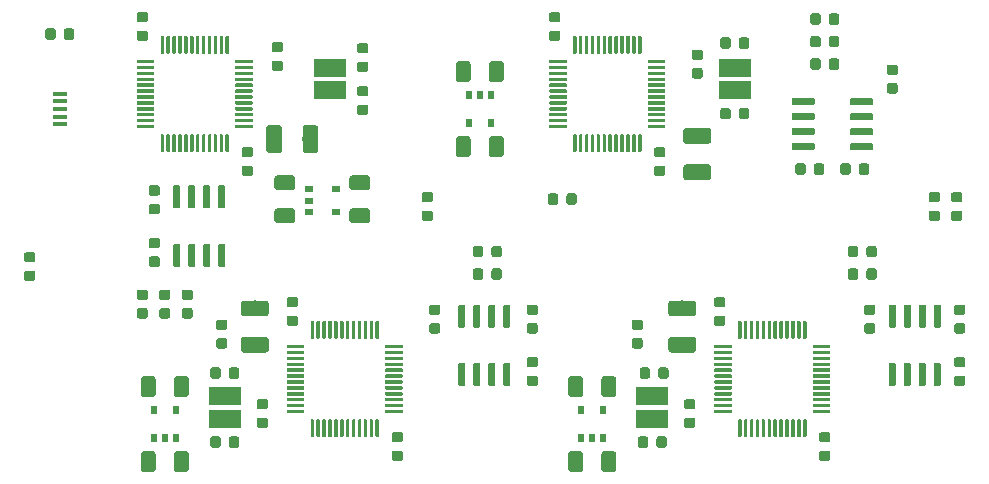
<source format=gbr>
G04 #@! TF.GenerationSoftware,KiCad,Pcbnew,(5.1.4)-1*
G04 #@! TF.CreationDate,2019-12-12T19:33:12+09:00*
G04 #@! TF.ProjectId,microevalb,6d696372-6f65-4766-916c-622e6b696361,rev?*
G04 #@! TF.SameCoordinates,Original*
G04 #@! TF.FileFunction,Paste,Top*
G04 #@! TF.FilePolarity,Positive*
%FSLAX46Y46*%
G04 Gerber Fmt 4.6, Leading zero omitted, Abs format (unit mm)*
G04 Created by KiCad (PCBNEW (5.1.4)-1) date 2019-12-12 19:33:12*
%MOMM*%
%LPD*%
G04 APERTURE LIST*
%ADD10C,0.100000*%
%ADD11C,0.875000*%
%ADD12C,0.300000*%
%ADD13R,2.700000X1.500000*%
%ADD14C,0.600000*%
%ADD15R,0.510000X0.700000*%
%ADD16C,1.250000*%
%ADD17C,1.325000*%
%ADD18R,0.700000X0.510000*%
%ADD19R,1.300000X0.450000*%
G04 APERTURE END LIST*
D10*
G36*
X77747691Y-67661053D02*
G01*
X77768926Y-67664203D01*
X77789750Y-67669419D01*
X77809962Y-67676651D01*
X77829368Y-67685830D01*
X77847781Y-67696866D01*
X77865024Y-67709654D01*
X77880930Y-67724070D01*
X77895346Y-67739976D01*
X77908134Y-67757219D01*
X77919170Y-67775632D01*
X77928349Y-67795038D01*
X77935581Y-67815250D01*
X77940797Y-67836074D01*
X77943947Y-67857309D01*
X77945000Y-67878750D01*
X77945000Y-68316250D01*
X77943947Y-68337691D01*
X77940797Y-68358926D01*
X77935581Y-68379750D01*
X77928349Y-68399962D01*
X77919170Y-68419368D01*
X77908134Y-68437781D01*
X77895346Y-68455024D01*
X77880930Y-68470930D01*
X77865024Y-68485346D01*
X77847781Y-68498134D01*
X77829368Y-68509170D01*
X77809962Y-68518349D01*
X77789750Y-68525581D01*
X77768926Y-68530797D01*
X77747691Y-68533947D01*
X77726250Y-68535000D01*
X77213750Y-68535000D01*
X77192309Y-68533947D01*
X77171074Y-68530797D01*
X77150250Y-68525581D01*
X77130038Y-68518349D01*
X77110632Y-68509170D01*
X77092219Y-68498134D01*
X77074976Y-68485346D01*
X77059070Y-68470930D01*
X77044654Y-68455024D01*
X77031866Y-68437781D01*
X77020830Y-68419368D01*
X77011651Y-68399962D01*
X77004419Y-68379750D01*
X76999203Y-68358926D01*
X76996053Y-68337691D01*
X76995000Y-68316250D01*
X76995000Y-67878750D01*
X76996053Y-67857309D01*
X76999203Y-67836074D01*
X77004419Y-67815250D01*
X77011651Y-67795038D01*
X77020830Y-67775632D01*
X77031866Y-67757219D01*
X77044654Y-67739976D01*
X77059070Y-67724070D01*
X77074976Y-67709654D01*
X77092219Y-67696866D01*
X77110632Y-67685830D01*
X77130038Y-67676651D01*
X77150250Y-67669419D01*
X77171074Y-67664203D01*
X77192309Y-67661053D01*
X77213750Y-67660000D01*
X77726250Y-67660000D01*
X77747691Y-67661053D01*
X77747691Y-67661053D01*
G37*
D11*
X77470000Y-68097500D03*
D10*
G36*
X77747691Y-66086053D02*
G01*
X77768926Y-66089203D01*
X77789750Y-66094419D01*
X77809962Y-66101651D01*
X77829368Y-66110830D01*
X77847781Y-66121866D01*
X77865024Y-66134654D01*
X77880930Y-66149070D01*
X77895346Y-66164976D01*
X77908134Y-66182219D01*
X77919170Y-66200632D01*
X77928349Y-66220038D01*
X77935581Y-66240250D01*
X77940797Y-66261074D01*
X77943947Y-66282309D01*
X77945000Y-66303750D01*
X77945000Y-66741250D01*
X77943947Y-66762691D01*
X77940797Y-66783926D01*
X77935581Y-66804750D01*
X77928349Y-66824962D01*
X77919170Y-66844368D01*
X77908134Y-66862781D01*
X77895346Y-66880024D01*
X77880930Y-66895930D01*
X77865024Y-66910346D01*
X77847781Y-66923134D01*
X77829368Y-66934170D01*
X77809962Y-66943349D01*
X77789750Y-66950581D01*
X77768926Y-66955797D01*
X77747691Y-66958947D01*
X77726250Y-66960000D01*
X77213750Y-66960000D01*
X77192309Y-66958947D01*
X77171074Y-66955797D01*
X77150250Y-66950581D01*
X77130038Y-66943349D01*
X77110632Y-66934170D01*
X77092219Y-66923134D01*
X77074976Y-66910346D01*
X77059070Y-66895930D01*
X77044654Y-66880024D01*
X77031866Y-66862781D01*
X77020830Y-66844368D01*
X77011651Y-66824962D01*
X77004419Y-66804750D01*
X76999203Y-66783926D01*
X76996053Y-66762691D01*
X76995000Y-66741250D01*
X76995000Y-66303750D01*
X76996053Y-66282309D01*
X76999203Y-66261074D01*
X77004419Y-66240250D01*
X77011651Y-66220038D01*
X77020830Y-66200632D01*
X77031866Y-66182219D01*
X77044654Y-66164976D01*
X77059070Y-66149070D01*
X77074976Y-66134654D01*
X77092219Y-66121866D01*
X77110632Y-66110830D01*
X77130038Y-66101651D01*
X77150250Y-66094419D01*
X77171074Y-66089203D01*
X77192309Y-66086053D01*
X77213750Y-66085000D01*
X77726250Y-66085000D01*
X77747691Y-66086053D01*
X77747691Y-66086053D01*
G37*
D11*
X77470000Y-66522500D03*
D10*
G36*
X95527691Y-76881053D02*
G01*
X95548926Y-76884203D01*
X95569750Y-76889419D01*
X95589962Y-76896651D01*
X95609368Y-76905830D01*
X95627781Y-76916866D01*
X95645024Y-76929654D01*
X95660930Y-76944070D01*
X95675346Y-76959976D01*
X95688134Y-76977219D01*
X95699170Y-76995632D01*
X95708349Y-77015038D01*
X95715581Y-77035250D01*
X95720797Y-77056074D01*
X95723947Y-77077309D01*
X95725000Y-77098750D01*
X95725000Y-77536250D01*
X95723947Y-77557691D01*
X95720797Y-77578926D01*
X95715581Y-77599750D01*
X95708349Y-77619962D01*
X95699170Y-77639368D01*
X95688134Y-77657781D01*
X95675346Y-77675024D01*
X95660930Y-77690930D01*
X95645024Y-77705346D01*
X95627781Y-77718134D01*
X95609368Y-77729170D01*
X95589962Y-77738349D01*
X95569750Y-77745581D01*
X95548926Y-77750797D01*
X95527691Y-77753947D01*
X95506250Y-77755000D01*
X94993750Y-77755000D01*
X94972309Y-77753947D01*
X94951074Y-77750797D01*
X94930250Y-77745581D01*
X94910038Y-77738349D01*
X94890632Y-77729170D01*
X94872219Y-77718134D01*
X94854976Y-77705346D01*
X94839070Y-77690930D01*
X94824654Y-77675024D01*
X94811866Y-77657781D01*
X94800830Y-77639368D01*
X94791651Y-77619962D01*
X94784419Y-77599750D01*
X94779203Y-77578926D01*
X94776053Y-77557691D01*
X94775000Y-77536250D01*
X94775000Y-77098750D01*
X94776053Y-77077309D01*
X94779203Y-77056074D01*
X94784419Y-77035250D01*
X94791651Y-77015038D01*
X94800830Y-76995632D01*
X94811866Y-76977219D01*
X94824654Y-76959976D01*
X94839070Y-76944070D01*
X94854976Y-76929654D01*
X94872219Y-76916866D01*
X94890632Y-76905830D01*
X94910038Y-76896651D01*
X94930250Y-76889419D01*
X94951074Y-76884203D01*
X94972309Y-76881053D01*
X94993750Y-76880000D01*
X95506250Y-76880000D01*
X95527691Y-76881053D01*
X95527691Y-76881053D01*
G37*
D11*
X95250000Y-77317500D03*
D10*
G36*
X95527691Y-78456053D02*
G01*
X95548926Y-78459203D01*
X95569750Y-78464419D01*
X95589962Y-78471651D01*
X95609368Y-78480830D01*
X95627781Y-78491866D01*
X95645024Y-78504654D01*
X95660930Y-78519070D01*
X95675346Y-78534976D01*
X95688134Y-78552219D01*
X95699170Y-78570632D01*
X95708349Y-78590038D01*
X95715581Y-78610250D01*
X95720797Y-78631074D01*
X95723947Y-78652309D01*
X95725000Y-78673750D01*
X95725000Y-79111250D01*
X95723947Y-79132691D01*
X95720797Y-79153926D01*
X95715581Y-79174750D01*
X95708349Y-79194962D01*
X95699170Y-79214368D01*
X95688134Y-79232781D01*
X95675346Y-79250024D01*
X95660930Y-79265930D01*
X95645024Y-79280346D01*
X95627781Y-79293134D01*
X95609368Y-79304170D01*
X95589962Y-79313349D01*
X95569750Y-79320581D01*
X95548926Y-79325797D01*
X95527691Y-79328947D01*
X95506250Y-79330000D01*
X94993750Y-79330000D01*
X94972309Y-79328947D01*
X94951074Y-79325797D01*
X94930250Y-79320581D01*
X94910038Y-79313349D01*
X94890632Y-79304170D01*
X94872219Y-79293134D01*
X94854976Y-79280346D01*
X94839070Y-79265930D01*
X94824654Y-79250024D01*
X94811866Y-79232781D01*
X94800830Y-79214368D01*
X94791651Y-79194962D01*
X94784419Y-79174750D01*
X94779203Y-79153926D01*
X94776053Y-79132691D01*
X94775000Y-79111250D01*
X94775000Y-78673750D01*
X94776053Y-78652309D01*
X94779203Y-78631074D01*
X94784419Y-78610250D01*
X94791651Y-78590038D01*
X94800830Y-78570632D01*
X94811866Y-78552219D01*
X94824654Y-78534976D01*
X94839070Y-78519070D01*
X94854976Y-78504654D01*
X94872219Y-78491866D01*
X94890632Y-78480830D01*
X94910038Y-78471651D01*
X94930250Y-78464419D01*
X94951074Y-78459203D01*
X94972309Y-78456053D01*
X94993750Y-78455000D01*
X95506250Y-78455000D01*
X95527691Y-78456053D01*
X95527691Y-78456053D01*
G37*
D11*
X95250000Y-78892500D03*
D10*
G36*
X60348691Y-76881053D02*
G01*
X60369926Y-76884203D01*
X60390750Y-76889419D01*
X60410962Y-76896651D01*
X60430368Y-76905830D01*
X60448781Y-76916866D01*
X60466024Y-76929654D01*
X60481930Y-76944070D01*
X60496346Y-76959976D01*
X60509134Y-76977219D01*
X60520170Y-76995632D01*
X60529349Y-77015038D01*
X60536581Y-77035250D01*
X60541797Y-77056074D01*
X60544947Y-77077309D01*
X60546000Y-77098750D01*
X60546000Y-77536250D01*
X60544947Y-77557691D01*
X60541797Y-77578926D01*
X60536581Y-77599750D01*
X60529349Y-77619962D01*
X60520170Y-77639368D01*
X60509134Y-77657781D01*
X60496346Y-77675024D01*
X60481930Y-77690930D01*
X60466024Y-77705346D01*
X60448781Y-77718134D01*
X60430368Y-77729170D01*
X60410962Y-77738349D01*
X60390750Y-77745581D01*
X60369926Y-77750797D01*
X60348691Y-77753947D01*
X60327250Y-77755000D01*
X59814750Y-77755000D01*
X59793309Y-77753947D01*
X59772074Y-77750797D01*
X59751250Y-77745581D01*
X59731038Y-77738349D01*
X59711632Y-77729170D01*
X59693219Y-77718134D01*
X59675976Y-77705346D01*
X59660070Y-77690930D01*
X59645654Y-77675024D01*
X59632866Y-77657781D01*
X59621830Y-77639368D01*
X59612651Y-77619962D01*
X59605419Y-77599750D01*
X59600203Y-77578926D01*
X59597053Y-77557691D01*
X59596000Y-77536250D01*
X59596000Y-77098750D01*
X59597053Y-77077309D01*
X59600203Y-77056074D01*
X59605419Y-77035250D01*
X59612651Y-77015038D01*
X59621830Y-76995632D01*
X59632866Y-76977219D01*
X59645654Y-76959976D01*
X59660070Y-76944070D01*
X59675976Y-76929654D01*
X59693219Y-76916866D01*
X59711632Y-76905830D01*
X59731038Y-76896651D01*
X59751250Y-76889419D01*
X59772074Y-76884203D01*
X59793309Y-76881053D01*
X59814750Y-76880000D01*
X60327250Y-76880000D01*
X60348691Y-76881053D01*
X60348691Y-76881053D01*
G37*
D11*
X60071000Y-77317500D03*
D10*
G36*
X60348691Y-78456053D02*
G01*
X60369926Y-78459203D01*
X60390750Y-78464419D01*
X60410962Y-78471651D01*
X60430368Y-78480830D01*
X60448781Y-78491866D01*
X60466024Y-78504654D01*
X60481930Y-78519070D01*
X60496346Y-78534976D01*
X60509134Y-78552219D01*
X60520170Y-78570632D01*
X60529349Y-78590038D01*
X60536581Y-78610250D01*
X60541797Y-78631074D01*
X60544947Y-78652309D01*
X60546000Y-78673750D01*
X60546000Y-79111250D01*
X60544947Y-79132691D01*
X60541797Y-79153926D01*
X60536581Y-79174750D01*
X60529349Y-79194962D01*
X60520170Y-79214368D01*
X60509134Y-79232781D01*
X60496346Y-79250024D01*
X60481930Y-79265930D01*
X60466024Y-79280346D01*
X60448781Y-79293134D01*
X60430368Y-79304170D01*
X60410962Y-79313349D01*
X60390750Y-79320581D01*
X60369926Y-79325797D01*
X60348691Y-79328947D01*
X60327250Y-79330000D01*
X59814750Y-79330000D01*
X59793309Y-79328947D01*
X59772074Y-79325797D01*
X59751250Y-79320581D01*
X59731038Y-79313349D01*
X59711632Y-79304170D01*
X59693219Y-79293134D01*
X59675976Y-79280346D01*
X59660070Y-79265930D01*
X59645654Y-79250024D01*
X59632866Y-79232781D01*
X59621830Y-79214368D01*
X59612651Y-79194962D01*
X59605419Y-79174750D01*
X59600203Y-79153926D01*
X59597053Y-79132691D01*
X59596000Y-79111250D01*
X59596000Y-78673750D01*
X59597053Y-78652309D01*
X59600203Y-78631074D01*
X59605419Y-78610250D01*
X59612651Y-78590038D01*
X59621830Y-78570632D01*
X59632866Y-78552219D01*
X59645654Y-78534976D01*
X59660070Y-78519070D01*
X59675976Y-78504654D01*
X59693219Y-78491866D01*
X59711632Y-78480830D01*
X59731038Y-78471651D01*
X59751250Y-78464419D01*
X59772074Y-78459203D01*
X59793309Y-78456053D01*
X59814750Y-78455000D01*
X60327250Y-78455000D01*
X60348691Y-78456053D01*
X60348691Y-78456053D01*
G37*
D11*
X60071000Y-78892500D03*
D10*
G36*
X75207691Y-87981053D02*
G01*
X75228926Y-87984203D01*
X75249750Y-87989419D01*
X75269962Y-87996651D01*
X75289368Y-88005830D01*
X75307781Y-88016866D01*
X75325024Y-88029654D01*
X75340930Y-88044070D01*
X75355346Y-88059976D01*
X75368134Y-88077219D01*
X75379170Y-88095632D01*
X75388349Y-88115038D01*
X75395581Y-88135250D01*
X75400797Y-88156074D01*
X75403947Y-88177309D01*
X75405000Y-88198750D01*
X75405000Y-88636250D01*
X75403947Y-88657691D01*
X75400797Y-88678926D01*
X75395581Y-88699750D01*
X75388349Y-88719962D01*
X75379170Y-88739368D01*
X75368134Y-88757781D01*
X75355346Y-88775024D01*
X75340930Y-88790930D01*
X75325024Y-88805346D01*
X75307781Y-88818134D01*
X75289368Y-88829170D01*
X75269962Y-88838349D01*
X75249750Y-88845581D01*
X75228926Y-88850797D01*
X75207691Y-88853947D01*
X75186250Y-88855000D01*
X74673750Y-88855000D01*
X74652309Y-88853947D01*
X74631074Y-88850797D01*
X74610250Y-88845581D01*
X74590038Y-88838349D01*
X74570632Y-88829170D01*
X74552219Y-88818134D01*
X74534976Y-88805346D01*
X74519070Y-88790930D01*
X74504654Y-88775024D01*
X74491866Y-88757781D01*
X74480830Y-88739368D01*
X74471651Y-88719962D01*
X74464419Y-88699750D01*
X74459203Y-88678926D01*
X74456053Y-88657691D01*
X74455000Y-88636250D01*
X74455000Y-88198750D01*
X74456053Y-88177309D01*
X74459203Y-88156074D01*
X74464419Y-88135250D01*
X74471651Y-88115038D01*
X74480830Y-88095632D01*
X74491866Y-88077219D01*
X74504654Y-88059976D01*
X74519070Y-88044070D01*
X74534976Y-88029654D01*
X74552219Y-88016866D01*
X74570632Y-88005830D01*
X74590038Y-87996651D01*
X74610250Y-87989419D01*
X74631074Y-87984203D01*
X74652309Y-87981053D01*
X74673750Y-87980000D01*
X75186250Y-87980000D01*
X75207691Y-87981053D01*
X75207691Y-87981053D01*
G37*
D11*
X74930000Y-88417500D03*
D10*
G36*
X75207691Y-86406053D02*
G01*
X75228926Y-86409203D01*
X75249750Y-86414419D01*
X75269962Y-86421651D01*
X75289368Y-86430830D01*
X75307781Y-86441866D01*
X75325024Y-86454654D01*
X75340930Y-86469070D01*
X75355346Y-86484976D01*
X75368134Y-86502219D01*
X75379170Y-86520632D01*
X75388349Y-86540038D01*
X75395581Y-86560250D01*
X75400797Y-86581074D01*
X75403947Y-86602309D01*
X75405000Y-86623750D01*
X75405000Y-87061250D01*
X75403947Y-87082691D01*
X75400797Y-87103926D01*
X75395581Y-87124750D01*
X75388349Y-87144962D01*
X75379170Y-87164368D01*
X75368134Y-87182781D01*
X75355346Y-87200024D01*
X75340930Y-87215930D01*
X75325024Y-87230346D01*
X75307781Y-87243134D01*
X75289368Y-87254170D01*
X75269962Y-87263349D01*
X75249750Y-87270581D01*
X75228926Y-87275797D01*
X75207691Y-87278947D01*
X75186250Y-87280000D01*
X74673750Y-87280000D01*
X74652309Y-87278947D01*
X74631074Y-87275797D01*
X74610250Y-87270581D01*
X74590038Y-87263349D01*
X74570632Y-87254170D01*
X74552219Y-87243134D01*
X74534976Y-87230346D01*
X74519070Y-87215930D01*
X74504654Y-87200024D01*
X74491866Y-87182781D01*
X74480830Y-87164368D01*
X74471651Y-87144962D01*
X74464419Y-87124750D01*
X74459203Y-87103926D01*
X74456053Y-87082691D01*
X74455000Y-87061250D01*
X74455000Y-86623750D01*
X74456053Y-86602309D01*
X74459203Y-86581074D01*
X74464419Y-86560250D01*
X74471651Y-86540038D01*
X74480830Y-86520632D01*
X74491866Y-86502219D01*
X74504654Y-86484976D01*
X74519070Y-86469070D01*
X74534976Y-86454654D01*
X74552219Y-86441866D01*
X74570632Y-86430830D01*
X74590038Y-86421651D01*
X74610250Y-86414419D01*
X74631074Y-86409203D01*
X74652309Y-86406053D01*
X74673750Y-86405000D01*
X75186250Y-86405000D01*
X75207691Y-86406053D01*
X75207691Y-86406053D01*
G37*
D11*
X74930000Y-86842500D03*
D10*
G36*
X67817351Y-77015361D02*
G01*
X67824632Y-77016441D01*
X67831771Y-77018229D01*
X67838701Y-77020709D01*
X67845355Y-77023856D01*
X67851668Y-77027640D01*
X67857579Y-77032024D01*
X67863033Y-77036967D01*
X67867976Y-77042421D01*
X67872360Y-77048332D01*
X67876144Y-77054645D01*
X67879291Y-77061299D01*
X67881771Y-77068229D01*
X67883559Y-77075368D01*
X67884639Y-77082649D01*
X67885000Y-77090000D01*
X67885000Y-78415000D01*
X67884639Y-78422351D01*
X67883559Y-78429632D01*
X67881771Y-78436771D01*
X67879291Y-78443701D01*
X67876144Y-78450355D01*
X67872360Y-78456668D01*
X67867976Y-78462579D01*
X67863033Y-78468033D01*
X67857579Y-78472976D01*
X67851668Y-78477360D01*
X67845355Y-78481144D01*
X67838701Y-78484291D01*
X67831771Y-78486771D01*
X67824632Y-78488559D01*
X67817351Y-78489639D01*
X67810000Y-78490000D01*
X67660000Y-78490000D01*
X67652649Y-78489639D01*
X67645368Y-78488559D01*
X67638229Y-78486771D01*
X67631299Y-78484291D01*
X67624645Y-78481144D01*
X67618332Y-78477360D01*
X67612421Y-78472976D01*
X67606967Y-78468033D01*
X67602024Y-78462579D01*
X67597640Y-78456668D01*
X67593856Y-78450355D01*
X67590709Y-78443701D01*
X67588229Y-78436771D01*
X67586441Y-78429632D01*
X67585361Y-78422351D01*
X67585000Y-78415000D01*
X67585000Y-77090000D01*
X67585361Y-77082649D01*
X67586441Y-77075368D01*
X67588229Y-77068229D01*
X67590709Y-77061299D01*
X67593856Y-77054645D01*
X67597640Y-77048332D01*
X67602024Y-77042421D01*
X67606967Y-77036967D01*
X67612421Y-77032024D01*
X67618332Y-77027640D01*
X67624645Y-77023856D01*
X67631299Y-77020709D01*
X67638229Y-77018229D01*
X67645368Y-77016441D01*
X67652649Y-77015361D01*
X67660000Y-77015000D01*
X67810000Y-77015000D01*
X67817351Y-77015361D01*
X67817351Y-77015361D01*
G37*
D12*
X67735000Y-77752500D03*
D10*
G36*
X68317351Y-77015361D02*
G01*
X68324632Y-77016441D01*
X68331771Y-77018229D01*
X68338701Y-77020709D01*
X68345355Y-77023856D01*
X68351668Y-77027640D01*
X68357579Y-77032024D01*
X68363033Y-77036967D01*
X68367976Y-77042421D01*
X68372360Y-77048332D01*
X68376144Y-77054645D01*
X68379291Y-77061299D01*
X68381771Y-77068229D01*
X68383559Y-77075368D01*
X68384639Y-77082649D01*
X68385000Y-77090000D01*
X68385000Y-78415000D01*
X68384639Y-78422351D01*
X68383559Y-78429632D01*
X68381771Y-78436771D01*
X68379291Y-78443701D01*
X68376144Y-78450355D01*
X68372360Y-78456668D01*
X68367976Y-78462579D01*
X68363033Y-78468033D01*
X68357579Y-78472976D01*
X68351668Y-78477360D01*
X68345355Y-78481144D01*
X68338701Y-78484291D01*
X68331771Y-78486771D01*
X68324632Y-78488559D01*
X68317351Y-78489639D01*
X68310000Y-78490000D01*
X68160000Y-78490000D01*
X68152649Y-78489639D01*
X68145368Y-78488559D01*
X68138229Y-78486771D01*
X68131299Y-78484291D01*
X68124645Y-78481144D01*
X68118332Y-78477360D01*
X68112421Y-78472976D01*
X68106967Y-78468033D01*
X68102024Y-78462579D01*
X68097640Y-78456668D01*
X68093856Y-78450355D01*
X68090709Y-78443701D01*
X68088229Y-78436771D01*
X68086441Y-78429632D01*
X68085361Y-78422351D01*
X68085000Y-78415000D01*
X68085000Y-77090000D01*
X68085361Y-77082649D01*
X68086441Y-77075368D01*
X68088229Y-77068229D01*
X68090709Y-77061299D01*
X68093856Y-77054645D01*
X68097640Y-77048332D01*
X68102024Y-77042421D01*
X68106967Y-77036967D01*
X68112421Y-77032024D01*
X68118332Y-77027640D01*
X68124645Y-77023856D01*
X68131299Y-77020709D01*
X68138229Y-77018229D01*
X68145368Y-77016441D01*
X68152649Y-77015361D01*
X68160000Y-77015000D01*
X68310000Y-77015000D01*
X68317351Y-77015361D01*
X68317351Y-77015361D01*
G37*
D12*
X68235000Y-77752500D03*
D10*
G36*
X68817351Y-77015361D02*
G01*
X68824632Y-77016441D01*
X68831771Y-77018229D01*
X68838701Y-77020709D01*
X68845355Y-77023856D01*
X68851668Y-77027640D01*
X68857579Y-77032024D01*
X68863033Y-77036967D01*
X68867976Y-77042421D01*
X68872360Y-77048332D01*
X68876144Y-77054645D01*
X68879291Y-77061299D01*
X68881771Y-77068229D01*
X68883559Y-77075368D01*
X68884639Y-77082649D01*
X68885000Y-77090000D01*
X68885000Y-78415000D01*
X68884639Y-78422351D01*
X68883559Y-78429632D01*
X68881771Y-78436771D01*
X68879291Y-78443701D01*
X68876144Y-78450355D01*
X68872360Y-78456668D01*
X68867976Y-78462579D01*
X68863033Y-78468033D01*
X68857579Y-78472976D01*
X68851668Y-78477360D01*
X68845355Y-78481144D01*
X68838701Y-78484291D01*
X68831771Y-78486771D01*
X68824632Y-78488559D01*
X68817351Y-78489639D01*
X68810000Y-78490000D01*
X68660000Y-78490000D01*
X68652649Y-78489639D01*
X68645368Y-78488559D01*
X68638229Y-78486771D01*
X68631299Y-78484291D01*
X68624645Y-78481144D01*
X68618332Y-78477360D01*
X68612421Y-78472976D01*
X68606967Y-78468033D01*
X68602024Y-78462579D01*
X68597640Y-78456668D01*
X68593856Y-78450355D01*
X68590709Y-78443701D01*
X68588229Y-78436771D01*
X68586441Y-78429632D01*
X68585361Y-78422351D01*
X68585000Y-78415000D01*
X68585000Y-77090000D01*
X68585361Y-77082649D01*
X68586441Y-77075368D01*
X68588229Y-77068229D01*
X68590709Y-77061299D01*
X68593856Y-77054645D01*
X68597640Y-77048332D01*
X68602024Y-77042421D01*
X68606967Y-77036967D01*
X68612421Y-77032024D01*
X68618332Y-77027640D01*
X68624645Y-77023856D01*
X68631299Y-77020709D01*
X68638229Y-77018229D01*
X68645368Y-77016441D01*
X68652649Y-77015361D01*
X68660000Y-77015000D01*
X68810000Y-77015000D01*
X68817351Y-77015361D01*
X68817351Y-77015361D01*
G37*
D12*
X68735000Y-77752500D03*
D10*
G36*
X69317351Y-77015361D02*
G01*
X69324632Y-77016441D01*
X69331771Y-77018229D01*
X69338701Y-77020709D01*
X69345355Y-77023856D01*
X69351668Y-77027640D01*
X69357579Y-77032024D01*
X69363033Y-77036967D01*
X69367976Y-77042421D01*
X69372360Y-77048332D01*
X69376144Y-77054645D01*
X69379291Y-77061299D01*
X69381771Y-77068229D01*
X69383559Y-77075368D01*
X69384639Y-77082649D01*
X69385000Y-77090000D01*
X69385000Y-78415000D01*
X69384639Y-78422351D01*
X69383559Y-78429632D01*
X69381771Y-78436771D01*
X69379291Y-78443701D01*
X69376144Y-78450355D01*
X69372360Y-78456668D01*
X69367976Y-78462579D01*
X69363033Y-78468033D01*
X69357579Y-78472976D01*
X69351668Y-78477360D01*
X69345355Y-78481144D01*
X69338701Y-78484291D01*
X69331771Y-78486771D01*
X69324632Y-78488559D01*
X69317351Y-78489639D01*
X69310000Y-78490000D01*
X69160000Y-78490000D01*
X69152649Y-78489639D01*
X69145368Y-78488559D01*
X69138229Y-78486771D01*
X69131299Y-78484291D01*
X69124645Y-78481144D01*
X69118332Y-78477360D01*
X69112421Y-78472976D01*
X69106967Y-78468033D01*
X69102024Y-78462579D01*
X69097640Y-78456668D01*
X69093856Y-78450355D01*
X69090709Y-78443701D01*
X69088229Y-78436771D01*
X69086441Y-78429632D01*
X69085361Y-78422351D01*
X69085000Y-78415000D01*
X69085000Y-77090000D01*
X69085361Y-77082649D01*
X69086441Y-77075368D01*
X69088229Y-77068229D01*
X69090709Y-77061299D01*
X69093856Y-77054645D01*
X69097640Y-77048332D01*
X69102024Y-77042421D01*
X69106967Y-77036967D01*
X69112421Y-77032024D01*
X69118332Y-77027640D01*
X69124645Y-77023856D01*
X69131299Y-77020709D01*
X69138229Y-77018229D01*
X69145368Y-77016441D01*
X69152649Y-77015361D01*
X69160000Y-77015000D01*
X69310000Y-77015000D01*
X69317351Y-77015361D01*
X69317351Y-77015361D01*
G37*
D12*
X69235000Y-77752500D03*
D10*
G36*
X69817351Y-77015361D02*
G01*
X69824632Y-77016441D01*
X69831771Y-77018229D01*
X69838701Y-77020709D01*
X69845355Y-77023856D01*
X69851668Y-77027640D01*
X69857579Y-77032024D01*
X69863033Y-77036967D01*
X69867976Y-77042421D01*
X69872360Y-77048332D01*
X69876144Y-77054645D01*
X69879291Y-77061299D01*
X69881771Y-77068229D01*
X69883559Y-77075368D01*
X69884639Y-77082649D01*
X69885000Y-77090000D01*
X69885000Y-78415000D01*
X69884639Y-78422351D01*
X69883559Y-78429632D01*
X69881771Y-78436771D01*
X69879291Y-78443701D01*
X69876144Y-78450355D01*
X69872360Y-78456668D01*
X69867976Y-78462579D01*
X69863033Y-78468033D01*
X69857579Y-78472976D01*
X69851668Y-78477360D01*
X69845355Y-78481144D01*
X69838701Y-78484291D01*
X69831771Y-78486771D01*
X69824632Y-78488559D01*
X69817351Y-78489639D01*
X69810000Y-78490000D01*
X69660000Y-78490000D01*
X69652649Y-78489639D01*
X69645368Y-78488559D01*
X69638229Y-78486771D01*
X69631299Y-78484291D01*
X69624645Y-78481144D01*
X69618332Y-78477360D01*
X69612421Y-78472976D01*
X69606967Y-78468033D01*
X69602024Y-78462579D01*
X69597640Y-78456668D01*
X69593856Y-78450355D01*
X69590709Y-78443701D01*
X69588229Y-78436771D01*
X69586441Y-78429632D01*
X69585361Y-78422351D01*
X69585000Y-78415000D01*
X69585000Y-77090000D01*
X69585361Y-77082649D01*
X69586441Y-77075368D01*
X69588229Y-77068229D01*
X69590709Y-77061299D01*
X69593856Y-77054645D01*
X69597640Y-77048332D01*
X69602024Y-77042421D01*
X69606967Y-77036967D01*
X69612421Y-77032024D01*
X69618332Y-77027640D01*
X69624645Y-77023856D01*
X69631299Y-77020709D01*
X69638229Y-77018229D01*
X69645368Y-77016441D01*
X69652649Y-77015361D01*
X69660000Y-77015000D01*
X69810000Y-77015000D01*
X69817351Y-77015361D01*
X69817351Y-77015361D01*
G37*
D12*
X69735000Y-77752500D03*
D10*
G36*
X70317351Y-77015361D02*
G01*
X70324632Y-77016441D01*
X70331771Y-77018229D01*
X70338701Y-77020709D01*
X70345355Y-77023856D01*
X70351668Y-77027640D01*
X70357579Y-77032024D01*
X70363033Y-77036967D01*
X70367976Y-77042421D01*
X70372360Y-77048332D01*
X70376144Y-77054645D01*
X70379291Y-77061299D01*
X70381771Y-77068229D01*
X70383559Y-77075368D01*
X70384639Y-77082649D01*
X70385000Y-77090000D01*
X70385000Y-78415000D01*
X70384639Y-78422351D01*
X70383559Y-78429632D01*
X70381771Y-78436771D01*
X70379291Y-78443701D01*
X70376144Y-78450355D01*
X70372360Y-78456668D01*
X70367976Y-78462579D01*
X70363033Y-78468033D01*
X70357579Y-78472976D01*
X70351668Y-78477360D01*
X70345355Y-78481144D01*
X70338701Y-78484291D01*
X70331771Y-78486771D01*
X70324632Y-78488559D01*
X70317351Y-78489639D01*
X70310000Y-78490000D01*
X70160000Y-78490000D01*
X70152649Y-78489639D01*
X70145368Y-78488559D01*
X70138229Y-78486771D01*
X70131299Y-78484291D01*
X70124645Y-78481144D01*
X70118332Y-78477360D01*
X70112421Y-78472976D01*
X70106967Y-78468033D01*
X70102024Y-78462579D01*
X70097640Y-78456668D01*
X70093856Y-78450355D01*
X70090709Y-78443701D01*
X70088229Y-78436771D01*
X70086441Y-78429632D01*
X70085361Y-78422351D01*
X70085000Y-78415000D01*
X70085000Y-77090000D01*
X70085361Y-77082649D01*
X70086441Y-77075368D01*
X70088229Y-77068229D01*
X70090709Y-77061299D01*
X70093856Y-77054645D01*
X70097640Y-77048332D01*
X70102024Y-77042421D01*
X70106967Y-77036967D01*
X70112421Y-77032024D01*
X70118332Y-77027640D01*
X70124645Y-77023856D01*
X70131299Y-77020709D01*
X70138229Y-77018229D01*
X70145368Y-77016441D01*
X70152649Y-77015361D01*
X70160000Y-77015000D01*
X70310000Y-77015000D01*
X70317351Y-77015361D01*
X70317351Y-77015361D01*
G37*
D12*
X70235000Y-77752500D03*
D10*
G36*
X70817351Y-77015361D02*
G01*
X70824632Y-77016441D01*
X70831771Y-77018229D01*
X70838701Y-77020709D01*
X70845355Y-77023856D01*
X70851668Y-77027640D01*
X70857579Y-77032024D01*
X70863033Y-77036967D01*
X70867976Y-77042421D01*
X70872360Y-77048332D01*
X70876144Y-77054645D01*
X70879291Y-77061299D01*
X70881771Y-77068229D01*
X70883559Y-77075368D01*
X70884639Y-77082649D01*
X70885000Y-77090000D01*
X70885000Y-78415000D01*
X70884639Y-78422351D01*
X70883559Y-78429632D01*
X70881771Y-78436771D01*
X70879291Y-78443701D01*
X70876144Y-78450355D01*
X70872360Y-78456668D01*
X70867976Y-78462579D01*
X70863033Y-78468033D01*
X70857579Y-78472976D01*
X70851668Y-78477360D01*
X70845355Y-78481144D01*
X70838701Y-78484291D01*
X70831771Y-78486771D01*
X70824632Y-78488559D01*
X70817351Y-78489639D01*
X70810000Y-78490000D01*
X70660000Y-78490000D01*
X70652649Y-78489639D01*
X70645368Y-78488559D01*
X70638229Y-78486771D01*
X70631299Y-78484291D01*
X70624645Y-78481144D01*
X70618332Y-78477360D01*
X70612421Y-78472976D01*
X70606967Y-78468033D01*
X70602024Y-78462579D01*
X70597640Y-78456668D01*
X70593856Y-78450355D01*
X70590709Y-78443701D01*
X70588229Y-78436771D01*
X70586441Y-78429632D01*
X70585361Y-78422351D01*
X70585000Y-78415000D01*
X70585000Y-77090000D01*
X70585361Y-77082649D01*
X70586441Y-77075368D01*
X70588229Y-77068229D01*
X70590709Y-77061299D01*
X70593856Y-77054645D01*
X70597640Y-77048332D01*
X70602024Y-77042421D01*
X70606967Y-77036967D01*
X70612421Y-77032024D01*
X70618332Y-77027640D01*
X70624645Y-77023856D01*
X70631299Y-77020709D01*
X70638229Y-77018229D01*
X70645368Y-77016441D01*
X70652649Y-77015361D01*
X70660000Y-77015000D01*
X70810000Y-77015000D01*
X70817351Y-77015361D01*
X70817351Y-77015361D01*
G37*
D12*
X70735000Y-77752500D03*
D10*
G36*
X71317351Y-77015361D02*
G01*
X71324632Y-77016441D01*
X71331771Y-77018229D01*
X71338701Y-77020709D01*
X71345355Y-77023856D01*
X71351668Y-77027640D01*
X71357579Y-77032024D01*
X71363033Y-77036967D01*
X71367976Y-77042421D01*
X71372360Y-77048332D01*
X71376144Y-77054645D01*
X71379291Y-77061299D01*
X71381771Y-77068229D01*
X71383559Y-77075368D01*
X71384639Y-77082649D01*
X71385000Y-77090000D01*
X71385000Y-78415000D01*
X71384639Y-78422351D01*
X71383559Y-78429632D01*
X71381771Y-78436771D01*
X71379291Y-78443701D01*
X71376144Y-78450355D01*
X71372360Y-78456668D01*
X71367976Y-78462579D01*
X71363033Y-78468033D01*
X71357579Y-78472976D01*
X71351668Y-78477360D01*
X71345355Y-78481144D01*
X71338701Y-78484291D01*
X71331771Y-78486771D01*
X71324632Y-78488559D01*
X71317351Y-78489639D01*
X71310000Y-78490000D01*
X71160000Y-78490000D01*
X71152649Y-78489639D01*
X71145368Y-78488559D01*
X71138229Y-78486771D01*
X71131299Y-78484291D01*
X71124645Y-78481144D01*
X71118332Y-78477360D01*
X71112421Y-78472976D01*
X71106967Y-78468033D01*
X71102024Y-78462579D01*
X71097640Y-78456668D01*
X71093856Y-78450355D01*
X71090709Y-78443701D01*
X71088229Y-78436771D01*
X71086441Y-78429632D01*
X71085361Y-78422351D01*
X71085000Y-78415000D01*
X71085000Y-77090000D01*
X71085361Y-77082649D01*
X71086441Y-77075368D01*
X71088229Y-77068229D01*
X71090709Y-77061299D01*
X71093856Y-77054645D01*
X71097640Y-77048332D01*
X71102024Y-77042421D01*
X71106967Y-77036967D01*
X71112421Y-77032024D01*
X71118332Y-77027640D01*
X71124645Y-77023856D01*
X71131299Y-77020709D01*
X71138229Y-77018229D01*
X71145368Y-77016441D01*
X71152649Y-77015361D01*
X71160000Y-77015000D01*
X71310000Y-77015000D01*
X71317351Y-77015361D01*
X71317351Y-77015361D01*
G37*
D12*
X71235000Y-77752500D03*
D10*
G36*
X71817351Y-77015361D02*
G01*
X71824632Y-77016441D01*
X71831771Y-77018229D01*
X71838701Y-77020709D01*
X71845355Y-77023856D01*
X71851668Y-77027640D01*
X71857579Y-77032024D01*
X71863033Y-77036967D01*
X71867976Y-77042421D01*
X71872360Y-77048332D01*
X71876144Y-77054645D01*
X71879291Y-77061299D01*
X71881771Y-77068229D01*
X71883559Y-77075368D01*
X71884639Y-77082649D01*
X71885000Y-77090000D01*
X71885000Y-78415000D01*
X71884639Y-78422351D01*
X71883559Y-78429632D01*
X71881771Y-78436771D01*
X71879291Y-78443701D01*
X71876144Y-78450355D01*
X71872360Y-78456668D01*
X71867976Y-78462579D01*
X71863033Y-78468033D01*
X71857579Y-78472976D01*
X71851668Y-78477360D01*
X71845355Y-78481144D01*
X71838701Y-78484291D01*
X71831771Y-78486771D01*
X71824632Y-78488559D01*
X71817351Y-78489639D01*
X71810000Y-78490000D01*
X71660000Y-78490000D01*
X71652649Y-78489639D01*
X71645368Y-78488559D01*
X71638229Y-78486771D01*
X71631299Y-78484291D01*
X71624645Y-78481144D01*
X71618332Y-78477360D01*
X71612421Y-78472976D01*
X71606967Y-78468033D01*
X71602024Y-78462579D01*
X71597640Y-78456668D01*
X71593856Y-78450355D01*
X71590709Y-78443701D01*
X71588229Y-78436771D01*
X71586441Y-78429632D01*
X71585361Y-78422351D01*
X71585000Y-78415000D01*
X71585000Y-77090000D01*
X71585361Y-77082649D01*
X71586441Y-77075368D01*
X71588229Y-77068229D01*
X71590709Y-77061299D01*
X71593856Y-77054645D01*
X71597640Y-77048332D01*
X71602024Y-77042421D01*
X71606967Y-77036967D01*
X71612421Y-77032024D01*
X71618332Y-77027640D01*
X71624645Y-77023856D01*
X71631299Y-77020709D01*
X71638229Y-77018229D01*
X71645368Y-77016441D01*
X71652649Y-77015361D01*
X71660000Y-77015000D01*
X71810000Y-77015000D01*
X71817351Y-77015361D01*
X71817351Y-77015361D01*
G37*
D12*
X71735000Y-77752500D03*
D10*
G36*
X72317351Y-77015361D02*
G01*
X72324632Y-77016441D01*
X72331771Y-77018229D01*
X72338701Y-77020709D01*
X72345355Y-77023856D01*
X72351668Y-77027640D01*
X72357579Y-77032024D01*
X72363033Y-77036967D01*
X72367976Y-77042421D01*
X72372360Y-77048332D01*
X72376144Y-77054645D01*
X72379291Y-77061299D01*
X72381771Y-77068229D01*
X72383559Y-77075368D01*
X72384639Y-77082649D01*
X72385000Y-77090000D01*
X72385000Y-78415000D01*
X72384639Y-78422351D01*
X72383559Y-78429632D01*
X72381771Y-78436771D01*
X72379291Y-78443701D01*
X72376144Y-78450355D01*
X72372360Y-78456668D01*
X72367976Y-78462579D01*
X72363033Y-78468033D01*
X72357579Y-78472976D01*
X72351668Y-78477360D01*
X72345355Y-78481144D01*
X72338701Y-78484291D01*
X72331771Y-78486771D01*
X72324632Y-78488559D01*
X72317351Y-78489639D01*
X72310000Y-78490000D01*
X72160000Y-78490000D01*
X72152649Y-78489639D01*
X72145368Y-78488559D01*
X72138229Y-78486771D01*
X72131299Y-78484291D01*
X72124645Y-78481144D01*
X72118332Y-78477360D01*
X72112421Y-78472976D01*
X72106967Y-78468033D01*
X72102024Y-78462579D01*
X72097640Y-78456668D01*
X72093856Y-78450355D01*
X72090709Y-78443701D01*
X72088229Y-78436771D01*
X72086441Y-78429632D01*
X72085361Y-78422351D01*
X72085000Y-78415000D01*
X72085000Y-77090000D01*
X72085361Y-77082649D01*
X72086441Y-77075368D01*
X72088229Y-77068229D01*
X72090709Y-77061299D01*
X72093856Y-77054645D01*
X72097640Y-77048332D01*
X72102024Y-77042421D01*
X72106967Y-77036967D01*
X72112421Y-77032024D01*
X72118332Y-77027640D01*
X72124645Y-77023856D01*
X72131299Y-77020709D01*
X72138229Y-77018229D01*
X72145368Y-77016441D01*
X72152649Y-77015361D01*
X72160000Y-77015000D01*
X72310000Y-77015000D01*
X72317351Y-77015361D01*
X72317351Y-77015361D01*
G37*
D12*
X72235000Y-77752500D03*
D10*
G36*
X72817351Y-77015361D02*
G01*
X72824632Y-77016441D01*
X72831771Y-77018229D01*
X72838701Y-77020709D01*
X72845355Y-77023856D01*
X72851668Y-77027640D01*
X72857579Y-77032024D01*
X72863033Y-77036967D01*
X72867976Y-77042421D01*
X72872360Y-77048332D01*
X72876144Y-77054645D01*
X72879291Y-77061299D01*
X72881771Y-77068229D01*
X72883559Y-77075368D01*
X72884639Y-77082649D01*
X72885000Y-77090000D01*
X72885000Y-78415000D01*
X72884639Y-78422351D01*
X72883559Y-78429632D01*
X72881771Y-78436771D01*
X72879291Y-78443701D01*
X72876144Y-78450355D01*
X72872360Y-78456668D01*
X72867976Y-78462579D01*
X72863033Y-78468033D01*
X72857579Y-78472976D01*
X72851668Y-78477360D01*
X72845355Y-78481144D01*
X72838701Y-78484291D01*
X72831771Y-78486771D01*
X72824632Y-78488559D01*
X72817351Y-78489639D01*
X72810000Y-78490000D01*
X72660000Y-78490000D01*
X72652649Y-78489639D01*
X72645368Y-78488559D01*
X72638229Y-78486771D01*
X72631299Y-78484291D01*
X72624645Y-78481144D01*
X72618332Y-78477360D01*
X72612421Y-78472976D01*
X72606967Y-78468033D01*
X72602024Y-78462579D01*
X72597640Y-78456668D01*
X72593856Y-78450355D01*
X72590709Y-78443701D01*
X72588229Y-78436771D01*
X72586441Y-78429632D01*
X72585361Y-78422351D01*
X72585000Y-78415000D01*
X72585000Y-77090000D01*
X72585361Y-77082649D01*
X72586441Y-77075368D01*
X72588229Y-77068229D01*
X72590709Y-77061299D01*
X72593856Y-77054645D01*
X72597640Y-77048332D01*
X72602024Y-77042421D01*
X72606967Y-77036967D01*
X72612421Y-77032024D01*
X72618332Y-77027640D01*
X72624645Y-77023856D01*
X72631299Y-77020709D01*
X72638229Y-77018229D01*
X72645368Y-77016441D01*
X72652649Y-77015361D01*
X72660000Y-77015000D01*
X72810000Y-77015000D01*
X72817351Y-77015361D01*
X72817351Y-77015361D01*
G37*
D12*
X72735000Y-77752500D03*
D10*
G36*
X73317351Y-77015361D02*
G01*
X73324632Y-77016441D01*
X73331771Y-77018229D01*
X73338701Y-77020709D01*
X73345355Y-77023856D01*
X73351668Y-77027640D01*
X73357579Y-77032024D01*
X73363033Y-77036967D01*
X73367976Y-77042421D01*
X73372360Y-77048332D01*
X73376144Y-77054645D01*
X73379291Y-77061299D01*
X73381771Y-77068229D01*
X73383559Y-77075368D01*
X73384639Y-77082649D01*
X73385000Y-77090000D01*
X73385000Y-78415000D01*
X73384639Y-78422351D01*
X73383559Y-78429632D01*
X73381771Y-78436771D01*
X73379291Y-78443701D01*
X73376144Y-78450355D01*
X73372360Y-78456668D01*
X73367976Y-78462579D01*
X73363033Y-78468033D01*
X73357579Y-78472976D01*
X73351668Y-78477360D01*
X73345355Y-78481144D01*
X73338701Y-78484291D01*
X73331771Y-78486771D01*
X73324632Y-78488559D01*
X73317351Y-78489639D01*
X73310000Y-78490000D01*
X73160000Y-78490000D01*
X73152649Y-78489639D01*
X73145368Y-78488559D01*
X73138229Y-78486771D01*
X73131299Y-78484291D01*
X73124645Y-78481144D01*
X73118332Y-78477360D01*
X73112421Y-78472976D01*
X73106967Y-78468033D01*
X73102024Y-78462579D01*
X73097640Y-78456668D01*
X73093856Y-78450355D01*
X73090709Y-78443701D01*
X73088229Y-78436771D01*
X73086441Y-78429632D01*
X73085361Y-78422351D01*
X73085000Y-78415000D01*
X73085000Y-77090000D01*
X73085361Y-77082649D01*
X73086441Y-77075368D01*
X73088229Y-77068229D01*
X73090709Y-77061299D01*
X73093856Y-77054645D01*
X73097640Y-77048332D01*
X73102024Y-77042421D01*
X73106967Y-77036967D01*
X73112421Y-77032024D01*
X73118332Y-77027640D01*
X73124645Y-77023856D01*
X73131299Y-77020709D01*
X73138229Y-77018229D01*
X73145368Y-77016441D01*
X73152649Y-77015361D01*
X73160000Y-77015000D01*
X73310000Y-77015000D01*
X73317351Y-77015361D01*
X73317351Y-77015361D01*
G37*
D12*
X73235000Y-77752500D03*
D10*
G36*
X75317351Y-79015361D02*
G01*
X75324632Y-79016441D01*
X75331771Y-79018229D01*
X75338701Y-79020709D01*
X75345355Y-79023856D01*
X75351668Y-79027640D01*
X75357579Y-79032024D01*
X75363033Y-79036967D01*
X75367976Y-79042421D01*
X75372360Y-79048332D01*
X75376144Y-79054645D01*
X75379291Y-79061299D01*
X75381771Y-79068229D01*
X75383559Y-79075368D01*
X75384639Y-79082649D01*
X75385000Y-79090000D01*
X75385000Y-79240000D01*
X75384639Y-79247351D01*
X75383559Y-79254632D01*
X75381771Y-79261771D01*
X75379291Y-79268701D01*
X75376144Y-79275355D01*
X75372360Y-79281668D01*
X75367976Y-79287579D01*
X75363033Y-79293033D01*
X75357579Y-79297976D01*
X75351668Y-79302360D01*
X75345355Y-79306144D01*
X75338701Y-79309291D01*
X75331771Y-79311771D01*
X75324632Y-79313559D01*
X75317351Y-79314639D01*
X75310000Y-79315000D01*
X73985000Y-79315000D01*
X73977649Y-79314639D01*
X73970368Y-79313559D01*
X73963229Y-79311771D01*
X73956299Y-79309291D01*
X73949645Y-79306144D01*
X73943332Y-79302360D01*
X73937421Y-79297976D01*
X73931967Y-79293033D01*
X73927024Y-79287579D01*
X73922640Y-79281668D01*
X73918856Y-79275355D01*
X73915709Y-79268701D01*
X73913229Y-79261771D01*
X73911441Y-79254632D01*
X73910361Y-79247351D01*
X73910000Y-79240000D01*
X73910000Y-79090000D01*
X73910361Y-79082649D01*
X73911441Y-79075368D01*
X73913229Y-79068229D01*
X73915709Y-79061299D01*
X73918856Y-79054645D01*
X73922640Y-79048332D01*
X73927024Y-79042421D01*
X73931967Y-79036967D01*
X73937421Y-79032024D01*
X73943332Y-79027640D01*
X73949645Y-79023856D01*
X73956299Y-79020709D01*
X73963229Y-79018229D01*
X73970368Y-79016441D01*
X73977649Y-79015361D01*
X73985000Y-79015000D01*
X75310000Y-79015000D01*
X75317351Y-79015361D01*
X75317351Y-79015361D01*
G37*
D12*
X74647500Y-79165000D03*
D10*
G36*
X75317351Y-79515361D02*
G01*
X75324632Y-79516441D01*
X75331771Y-79518229D01*
X75338701Y-79520709D01*
X75345355Y-79523856D01*
X75351668Y-79527640D01*
X75357579Y-79532024D01*
X75363033Y-79536967D01*
X75367976Y-79542421D01*
X75372360Y-79548332D01*
X75376144Y-79554645D01*
X75379291Y-79561299D01*
X75381771Y-79568229D01*
X75383559Y-79575368D01*
X75384639Y-79582649D01*
X75385000Y-79590000D01*
X75385000Y-79740000D01*
X75384639Y-79747351D01*
X75383559Y-79754632D01*
X75381771Y-79761771D01*
X75379291Y-79768701D01*
X75376144Y-79775355D01*
X75372360Y-79781668D01*
X75367976Y-79787579D01*
X75363033Y-79793033D01*
X75357579Y-79797976D01*
X75351668Y-79802360D01*
X75345355Y-79806144D01*
X75338701Y-79809291D01*
X75331771Y-79811771D01*
X75324632Y-79813559D01*
X75317351Y-79814639D01*
X75310000Y-79815000D01*
X73985000Y-79815000D01*
X73977649Y-79814639D01*
X73970368Y-79813559D01*
X73963229Y-79811771D01*
X73956299Y-79809291D01*
X73949645Y-79806144D01*
X73943332Y-79802360D01*
X73937421Y-79797976D01*
X73931967Y-79793033D01*
X73927024Y-79787579D01*
X73922640Y-79781668D01*
X73918856Y-79775355D01*
X73915709Y-79768701D01*
X73913229Y-79761771D01*
X73911441Y-79754632D01*
X73910361Y-79747351D01*
X73910000Y-79740000D01*
X73910000Y-79590000D01*
X73910361Y-79582649D01*
X73911441Y-79575368D01*
X73913229Y-79568229D01*
X73915709Y-79561299D01*
X73918856Y-79554645D01*
X73922640Y-79548332D01*
X73927024Y-79542421D01*
X73931967Y-79536967D01*
X73937421Y-79532024D01*
X73943332Y-79527640D01*
X73949645Y-79523856D01*
X73956299Y-79520709D01*
X73963229Y-79518229D01*
X73970368Y-79516441D01*
X73977649Y-79515361D01*
X73985000Y-79515000D01*
X75310000Y-79515000D01*
X75317351Y-79515361D01*
X75317351Y-79515361D01*
G37*
D12*
X74647500Y-79665000D03*
D10*
G36*
X75317351Y-80015361D02*
G01*
X75324632Y-80016441D01*
X75331771Y-80018229D01*
X75338701Y-80020709D01*
X75345355Y-80023856D01*
X75351668Y-80027640D01*
X75357579Y-80032024D01*
X75363033Y-80036967D01*
X75367976Y-80042421D01*
X75372360Y-80048332D01*
X75376144Y-80054645D01*
X75379291Y-80061299D01*
X75381771Y-80068229D01*
X75383559Y-80075368D01*
X75384639Y-80082649D01*
X75385000Y-80090000D01*
X75385000Y-80240000D01*
X75384639Y-80247351D01*
X75383559Y-80254632D01*
X75381771Y-80261771D01*
X75379291Y-80268701D01*
X75376144Y-80275355D01*
X75372360Y-80281668D01*
X75367976Y-80287579D01*
X75363033Y-80293033D01*
X75357579Y-80297976D01*
X75351668Y-80302360D01*
X75345355Y-80306144D01*
X75338701Y-80309291D01*
X75331771Y-80311771D01*
X75324632Y-80313559D01*
X75317351Y-80314639D01*
X75310000Y-80315000D01*
X73985000Y-80315000D01*
X73977649Y-80314639D01*
X73970368Y-80313559D01*
X73963229Y-80311771D01*
X73956299Y-80309291D01*
X73949645Y-80306144D01*
X73943332Y-80302360D01*
X73937421Y-80297976D01*
X73931967Y-80293033D01*
X73927024Y-80287579D01*
X73922640Y-80281668D01*
X73918856Y-80275355D01*
X73915709Y-80268701D01*
X73913229Y-80261771D01*
X73911441Y-80254632D01*
X73910361Y-80247351D01*
X73910000Y-80240000D01*
X73910000Y-80090000D01*
X73910361Y-80082649D01*
X73911441Y-80075368D01*
X73913229Y-80068229D01*
X73915709Y-80061299D01*
X73918856Y-80054645D01*
X73922640Y-80048332D01*
X73927024Y-80042421D01*
X73931967Y-80036967D01*
X73937421Y-80032024D01*
X73943332Y-80027640D01*
X73949645Y-80023856D01*
X73956299Y-80020709D01*
X73963229Y-80018229D01*
X73970368Y-80016441D01*
X73977649Y-80015361D01*
X73985000Y-80015000D01*
X75310000Y-80015000D01*
X75317351Y-80015361D01*
X75317351Y-80015361D01*
G37*
D12*
X74647500Y-80165000D03*
D10*
G36*
X75317351Y-80515361D02*
G01*
X75324632Y-80516441D01*
X75331771Y-80518229D01*
X75338701Y-80520709D01*
X75345355Y-80523856D01*
X75351668Y-80527640D01*
X75357579Y-80532024D01*
X75363033Y-80536967D01*
X75367976Y-80542421D01*
X75372360Y-80548332D01*
X75376144Y-80554645D01*
X75379291Y-80561299D01*
X75381771Y-80568229D01*
X75383559Y-80575368D01*
X75384639Y-80582649D01*
X75385000Y-80590000D01*
X75385000Y-80740000D01*
X75384639Y-80747351D01*
X75383559Y-80754632D01*
X75381771Y-80761771D01*
X75379291Y-80768701D01*
X75376144Y-80775355D01*
X75372360Y-80781668D01*
X75367976Y-80787579D01*
X75363033Y-80793033D01*
X75357579Y-80797976D01*
X75351668Y-80802360D01*
X75345355Y-80806144D01*
X75338701Y-80809291D01*
X75331771Y-80811771D01*
X75324632Y-80813559D01*
X75317351Y-80814639D01*
X75310000Y-80815000D01*
X73985000Y-80815000D01*
X73977649Y-80814639D01*
X73970368Y-80813559D01*
X73963229Y-80811771D01*
X73956299Y-80809291D01*
X73949645Y-80806144D01*
X73943332Y-80802360D01*
X73937421Y-80797976D01*
X73931967Y-80793033D01*
X73927024Y-80787579D01*
X73922640Y-80781668D01*
X73918856Y-80775355D01*
X73915709Y-80768701D01*
X73913229Y-80761771D01*
X73911441Y-80754632D01*
X73910361Y-80747351D01*
X73910000Y-80740000D01*
X73910000Y-80590000D01*
X73910361Y-80582649D01*
X73911441Y-80575368D01*
X73913229Y-80568229D01*
X73915709Y-80561299D01*
X73918856Y-80554645D01*
X73922640Y-80548332D01*
X73927024Y-80542421D01*
X73931967Y-80536967D01*
X73937421Y-80532024D01*
X73943332Y-80527640D01*
X73949645Y-80523856D01*
X73956299Y-80520709D01*
X73963229Y-80518229D01*
X73970368Y-80516441D01*
X73977649Y-80515361D01*
X73985000Y-80515000D01*
X75310000Y-80515000D01*
X75317351Y-80515361D01*
X75317351Y-80515361D01*
G37*
D12*
X74647500Y-80665000D03*
D10*
G36*
X75317351Y-81015361D02*
G01*
X75324632Y-81016441D01*
X75331771Y-81018229D01*
X75338701Y-81020709D01*
X75345355Y-81023856D01*
X75351668Y-81027640D01*
X75357579Y-81032024D01*
X75363033Y-81036967D01*
X75367976Y-81042421D01*
X75372360Y-81048332D01*
X75376144Y-81054645D01*
X75379291Y-81061299D01*
X75381771Y-81068229D01*
X75383559Y-81075368D01*
X75384639Y-81082649D01*
X75385000Y-81090000D01*
X75385000Y-81240000D01*
X75384639Y-81247351D01*
X75383559Y-81254632D01*
X75381771Y-81261771D01*
X75379291Y-81268701D01*
X75376144Y-81275355D01*
X75372360Y-81281668D01*
X75367976Y-81287579D01*
X75363033Y-81293033D01*
X75357579Y-81297976D01*
X75351668Y-81302360D01*
X75345355Y-81306144D01*
X75338701Y-81309291D01*
X75331771Y-81311771D01*
X75324632Y-81313559D01*
X75317351Y-81314639D01*
X75310000Y-81315000D01*
X73985000Y-81315000D01*
X73977649Y-81314639D01*
X73970368Y-81313559D01*
X73963229Y-81311771D01*
X73956299Y-81309291D01*
X73949645Y-81306144D01*
X73943332Y-81302360D01*
X73937421Y-81297976D01*
X73931967Y-81293033D01*
X73927024Y-81287579D01*
X73922640Y-81281668D01*
X73918856Y-81275355D01*
X73915709Y-81268701D01*
X73913229Y-81261771D01*
X73911441Y-81254632D01*
X73910361Y-81247351D01*
X73910000Y-81240000D01*
X73910000Y-81090000D01*
X73910361Y-81082649D01*
X73911441Y-81075368D01*
X73913229Y-81068229D01*
X73915709Y-81061299D01*
X73918856Y-81054645D01*
X73922640Y-81048332D01*
X73927024Y-81042421D01*
X73931967Y-81036967D01*
X73937421Y-81032024D01*
X73943332Y-81027640D01*
X73949645Y-81023856D01*
X73956299Y-81020709D01*
X73963229Y-81018229D01*
X73970368Y-81016441D01*
X73977649Y-81015361D01*
X73985000Y-81015000D01*
X75310000Y-81015000D01*
X75317351Y-81015361D01*
X75317351Y-81015361D01*
G37*
D12*
X74647500Y-81165000D03*
D10*
G36*
X75317351Y-81515361D02*
G01*
X75324632Y-81516441D01*
X75331771Y-81518229D01*
X75338701Y-81520709D01*
X75345355Y-81523856D01*
X75351668Y-81527640D01*
X75357579Y-81532024D01*
X75363033Y-81536967D01*
X75367976Y-81542421D01*
X75372360Y-81548332D01*
X75376144Y-81554645D01*
X75379291Y-81561299D01*
X75381771Y-81568229D01*
X75383559Y-81575368D01*
X75384639Y-81582649D01*
X75385000Y-81590000D01*
X75385000Y-81740000D01*
X75384639Y-81747351D01*
X75383559Y-81754632D01*
X75381771Y-81761771D01*
X75379291Y-81768701D01*
X75376144Y-81775355D01*
X75372360Y-81781668D01*
X75367976Y-81787579D01*
X75363033Y-81793033D01*
X75357579Y-81797976D01*
X75351668Y-81802360D01*
X75345355Y-81806144D01*
X75338701Y-81809291D01*
X75331771Y-81811771D01*
X75324632Y-81813559D01*
X75317351Y-81814639D01*
X75310000Y-81815000D01*
X73985000Y-81815000D01*
X73977649Y-81814639D01*
X73970368Y-81813559D01*
X73963229Y-81811771D01*
X73956299Y-81809291D01*
X73949645Y-81806144D01*
X73943332Y-81802360D01*
X73937421Y-81797976D01*
X73931967Y-81793033D01*
X73927024Y-81787579D01*
X73922640Y-81781668D01*
X73918856Y-81775355D01*
X73915709Y-81768701D01*
X73913229Y-81761771D01*
X73911441Y-81754632D01*
X73910361Y-81747351D01*
X73910000Y-81740000D01*
X73910000Y-81590000D01*
X73910361Y-81582649D01*
X73911441Y-81575368D01*
X73913229Y-81568229D01*
X73915709Y-81561299D01*
X73918856Y-81554645D01*
X73922640Y-81548332D01*
X73927024Y-81542421D01*
X73931967Y-81536967D01*
X73937421Y-81532024D01*
X73943332Y-81527640D01*
X73949645Y-81523856D01*
X73956299Y-81520709D01*
X73963229Y-81518229D01*
X73970368Y-81516441D01*
X73977649Y-81515361D01*
X73985000Y-81515000D01*
X75310000Y-81515000D01*
X75317351Y-81515361D01*
X75317351Y-81515361D01*
G37*
D12*
X74647500Y-81665000D03*
D10*
G36*
X75317351Y-82015361D02*
G01*
X75324632Y-82016441D01*
X75331771Y-82018229D01*
X75338701Y-82020709D01*
X75345355Y-82023856D01*
X75351668Y-82027640D01*
X75357579Y-82032024D01*
X75363033Y-82036967D01*
X75367976Y-82042421D01*
X75372360Y-82048332D01*
X75376144Y-82054645D01*
X75379291Y-82061299D01*
X75381771Y-82068229D01*
X75383559Y-82075368D01*
X75384639Y-82082649D01*
X75385000Y-82090000D01*
X75385000Y-82240000D01*
X75384639Y-82247351D01*
X75383559Y-82254632D01*
X75381771Y-82261771D01*
X75379291Y-82268701D01*
X75376144Y-82275355D01*
X75372360Y-82281668D01*
X75367976Y-82287579D01*
X75363033Y-82293033D01*
X75357579Y-82297976D01*
X75351668Y-82302360D01*
X75345355Y-82306144D01*
X75338701Y-82309291D01*
X75331771Y-82311771D01*
X75324632Y-82313559D01*
X75317351Y-82314639D01*
X75310000Y-82315000D01*
X73985000Y-82315000D01*
X73977649Y-82314639D01*
X73970368Y-82313559D01*
X73963229Y-82311771D01*
X73956299Y-82309291D01*
X73949645Y-82306144D01*
X73943332Y-82302360D01*
X73937421Y-82297976D01*
X73931967Y-82293033D01*
X73927024Y-82287579D01*
X73922640Y-82281668D01*
X73918856Y-82275355D01*
X73915709Y-82268701D01*
X73913229Y-82261771D01*
X73911441Y-82254632D01*
X73910361Y-82247351D01*
X73910000Y-82240000D01*
X73910000Y-82090000D01*
X73910361Y-82082649D01*
X73911441Y-82075368D01*
X73913229Y-82068229D01*
X73915709Y-82061299D01*
X73918856Y-82054645D01*
X73922640Y-82048332D01*
X73927024Y-82042421D01*
X73931967Y-82036967D01*
X73937421Y-82032024D01*
X73943332Y-82027640D01*
X73949645Y-82023856D01*
X73956299Y-82020709D01*
X73963229Y-82018229D01*
X73970368Y-82016441D01*
X73977649Y-82015361D01*
X73985000Y-82015000D01*
X75310000Y-82015000D01*
X75317351Y-82015361D01*
X75317351Y-82015361D01*
G37*
D12*
X74647500Y-82165000D03*
D10*
G36*
X75317351Y-82515361D02*
G01*
X75324632Y-82516441D01*
X75331771Y-82518229D01*
X75338701Y-82520709D01*
X75345355Y-82523856D01*
X75351668Y-82527640D01*
X75357579Y-82532024D01*
X75363033Y-82536967D01*
X75367976Y-82542421D01*
X75372360Y-82548332D01*
X75376144Y-82554645D01*
X75379291Y-82561299D01*
X75381771Y-82568229D01*
X75383559Y-82575368D01*
X75384639Y-82582649D01*
X75385000Y-82590000D01*
X75385000Y-82740000D01*
X75384639Y-82747351D01*
X75383559Y-82754632D01*
X75381771Y-82761771D01*
X75379291Y-82768701D01*
X75376144Y-82775355D01*
X75372360Y-82781668D01*
X75367976Y-82787579D01*
X75363033Y-82793033D01*
X75357579Y-82797976D01*
X75351668Y-82802360D01*
X75345355Y-82806144D01*
X75338701Y-82809291D01*
X75331771Y-82811771D01*
X75324632Y-82813559D01*
X75317351Y-82814639D01*
X75310000Y-82815000D01*
X73985000Y-82815000D01*
X73977649Y-82814639D01*
X73970368Y-82813559D01*
X73963229Y-82811771D01*
X73956299Y-82809291D01*
X73949645Y-82806144D01*
X73943332Y-82802360D01*
X73937421Y-82797976D01*
X73931967Y-82793033D01*
X73927024Y-82787579D01*
X73922640Y-82781668D01*
X73918856Y-82775355D01*
X73915709Y-82768701D01*
X73913229Y-82761771D01*
X73911441Y-82754632D01*
X73910361Y-82747351D01*
X73910000Y-82740000D01*
X73910000Y-82590000D01*
X73910361Y-82582649D01*
X73911441Y-82575368D01*
X73913229Y-82568229D01*
X73915709Y-82561299D01*
X73918856Y-82554645D01*
X73922640Y-82548332D01*
X73927024Y-82542421D01*
X73931967Y-82536967D01*
X73937421Y-82532024D01*
X73943332Y-82527640D01*
X73949645Y-82523856D01*
X73956299Y-82520709D01*
X73963229Y-82518229D01*
X73970368Y-82516441D01*
X73977649Y-82515361D01*
X73985000Y-82515000D01*
X75310000Y-82515000D01*
X75317351Y-82515361D01*
X75317351Y-82515361D01*
G37*
D12*
X74647500Y-82665000D03*
D10*
G36*
X75317351Y-83015361D02*
G01*
X75324632Y-83016441D01*
X75331771Y-83018229D01*
X75338701Y-83020709D01*
X75345355Y-83023856D01*
X75351668Y-83027640D01*
X75357579Y-83032024D01*
X75363033Y-83036967D01*
X75367976Y-83042421D01*
X75372360Y-83048332D01*
X75376144Y-83054645D01*
X75379291Y-83061299D01*
X75381771Y-83068229D01*
X75383559Y-83075368D01*
X75384639Y-83082649D01*
X75385000Y-83090000D01*
X75385000Y-83240000D01*
X75384639Y-83247351D01*
X75383559Y-83254632D01*
X75381771Y-83261771D01*
X75379291Y-83268701D01*
X75376144Y-83275355D01*
X75372360Y-83281668D01*
X75367976Y-83287579D01*
X75363033Y-83293033D01*
X75357579Y-83297976D01*
X75351668Y-83302360D01*
X75345355Y-83306144D01*
X75338701Y-83309291D01*
X75331771Y-83311771D01*
X75324632Y-83313559D01*
X75317351Y-83314639D01*
X75310000Y-83315000D01*
X73985000Y-83315000D01*
X73977649Y-83314639D01*
X73970368Y-83313559D01*
X73963229Y-83311771D01*
X73956299Y-83309291D01*
X73949645Y-83306144D01*
X73943332Y-83302360D01*
X73937421Y-83297976D01*
X73931967Y-83293033D01*
X73927024Y-83287579D01*
X73922640Y-83281668D01*
X73918856Y-83275355D01*
X73915709Y-83268701D01*
X73913229Y-83261771D01*
X73911441Y-83254632D01*
X73910361Y-83247351D01*
X73910000Y-83240000D01*
X73910000Y-83090000D01*
X73910361Y-83082649D01*
X73911441Y-83075368D01*
X73913229Y-83068229D01*
X73915709Y-83061299D01*
X73918856Y-83054645D01*
X73922640Y-83048332D01*
X73927024Y-83042421D01*
X73931967Y-83036967D01*
X73937421Y-83032024D01*
X73943332Y-83027640D01*
X73949645Y-83023856D01*
X73956299Y-83020709D01*
X73963229Y-83018229D01*
X73970368Y-83016441D01*
X73977649Y-83015361D01*
X73985000Y-83015000D01*
X75310000Y-83015000D01*
X75317351Y-83015361D01*
X75317351Y-83015361D01*
G37*
D12*
X74647500Y-83165000D03*
D10*
G36*
X75317351Y-83515361D02*
G01*
X75324632Y-83516441D01*
X75331771Y-83518229D01*
X75338701Y-83520709D01*
X75345355Y-83523856D01*
X75351668Y-83527640D01*
X75357579Y-83532024D01*
X75363033Y-83536967D01*
X75367976Y-83542421D01*
X75372360Y-83548332D01*
X75376144Y-83554645D01*
X75379291Y-83561299D01*
X75381771Y-83568229D01*
X75383559Y-83575368D01*
X75384639Y-83582649D01*
X75385000Y-83590000D01*
X75385000Y-83740000D01*
X75384639Y-83747351D01*
X75383559Y-83754632D01*
X75381771Y-83761771D01*
X75379291Y-83768701D01*
X75376144Y-83775355D01*
X75372360Y-83781668D01*
X75367976Y-83787579D01*
X75363033Y-83793033D01*
X75357579Y-83797976D01*
X75351668Y-83802360D01*
X75345355Y-83806144D01*
X75338701Y-83809291D01*
X75331771Y-83811771D01*
X75324632Y-83813559D01*
X75317351Y-83814639D01*
X75310000Y-83815000D01*
X73985000Y-83815000D01*
X73977649Y-83814639D01*
X73970368Y-83813559D01*
X73963229Y-83811771D01*
X73956299Y-83809291D01*
X73949645Y-83806144D01*
X73943332Y-83802360D01*
X73937421Y-83797976D01*
X73931967Y-83793033D01*
X73927024Y-83787579D01*
X73922640Y-83781668D01*
X73918856Y-83775355D01*
X73915709Y-83768701D01*
X73913229Y-83761771D01*
X73911441Y-83754632D01*
X73910361Y-83747351D01*
X73910000Y-83740000D01*
X73910000Y-83590000D01*
X73910361Y-83582649D01*
X73911441Y-83575368D01*
X73913229Y-83568229D01*
X73915709Y-83561299D01*
X73918856Y-83554645D01*
X73922640Y-83548332D01*
X73927024Y-83542421D01*
X73931967Y-83536967D01*
X73937421Y-83532024D01*
X73943332Y-83527640D01*
X73949645Y-83523856D01*
X73956299Y-83520709D01*
X73963229Y-83518229D01*
X73970368Y-83516441D01*
X73977649Y-83515361D01*
X73985000Y-83515000D01*
X75310000Y-83515000D01*
X75317351Y-83515361D01*
X75317351Y-83515361D01*
G37*
D12*
X74647500Y-83665000D03*
D10*
G36*
X75317351Y-84015361D02*
G01*
X75324632Y-84016441D01*
X75331771Y-84018229D01*
X75338701Y-84020709D01*
X75345355Y-84023856D01*
X75351668Y-84027640D01*
X75357579Y-84032024D01*
X75363033Y-84036967D01*
X75367976Y-84042421D01*
X75372360Y-84048332D01*
X75376144Y-84054645D01*
X75379291Y-84061299D01*
X75381771Y-84068229D01*
X75383559Y-84075368D01*
X75384639Y-84082649D01*
X75385000Y-84090000D01*
X75385000Y-84240000D01*
X75384639Y-84247351D01*
X75383559Y-84254632D01*
X75381771Y-84261771D01*
X75379291Y-84268701D01*
X75376144Y-84275355D01*
X75372360Y-84281668D01*
X75367976Y-84287579D01*
X75363033Y-84293033D01*
X75357579Y-84297976D01*
X75351668Y-84302360D01*
X75345355Y-84306144D01*
X75338701Y-84309291D01*
X75331771Y-84311771D01*
X75324632Y-84313559D01*
X75317351Y-84314639D01*
X75310000Y-84315000D01*
X73985000Y-84315000D01*
X73977649Y-84314639D01*
X73970368Y-84313559D01*
X73963229Y-84311771D01*
X73956299Y-84309291D01*
X73949645Y-84306144D01*
X73943332Y-84302360D01*
X73937421Y-84297976D01*
X73931967Y-84293033D01*
X73927024Y-84287579D01*
X73922640Y-84281668D01*
X73918856Y-84275355D01*
X73915709Y-84268701D01*
X73913229Y-84261771D01*
X73911441Y-84254632D01*
X73910361Y-84247351D01*
X73910000Y-84240000D01*
X73910000Y-84090000D01*
X73910361Y-84082649D01*
X73911441Y-84075368D01*
X73913229Y-84068229D01*
X73915709Y-84061299D01*
X73918856Y-84054645D01*
X73922640Y-84048332D01*
X73927024Y-84042421D01*
X73931967Y-84036967D01*
X73937421Y-84032024D01*
X73943332Y-84027640D01*
X73949645Y-84023856D01*
X73956299Y-84020709D01*
X73963229Y-84018229D01*
X73970368Y-84016441D01*
X73977649Y-84015361D01*
X73985000Y-84015000D01*
X75310000Y-84015000D01*
X75317351Y-84015361D01*
X75317351Y-84015361D01*
G37*
D12*
X74647500Y-84165000D03*
D10*
G36*
X75317351Y-84515361D02*
G01*
X75324632Y-84516441D01*
X75331771Y-84518229D01*
X75338701Y-84520709D01*
X75345355Y-84523856D01*
X75351668Y-84527640D01*
X75357579Y-84532024D01*
X75363033Y-84536967D01*
X75367976Y-84542421D01*
X75372360Y-84548332D01*
X75376144Y-84554645D01*
X75379291Y-84561299D01*
X75381771Y-84568229D01*
X75383559Y-84575368D01*
X75384639Y-84582649D01*
X75385000Y-84590000D01*
X75385000Y-84740000D01*
X75384639Y-84747351D01*
X75383559Y-84754632D01*
X75381771Y-84761771D01*
X75379291Y-84768701D01*
X75376144Y-84775355D01*
X75372360Y-84781668D01*
X75367976Y-84787579D01*
X75363033Y-84793033D01*
X75357579Y-84797976D01*
X75351668Y-84802360D01*
X75345355Y-84806144D01*
X75338701Y-84809291D01*
X75331771Y-84811771D01*
X75324632Y-84813559D01*
X75317351Y-84814639D01*
X75310000Y-84815000D01*
X73985000Y-84815000D01*
X73977649Y-84814639D01*
X73970368Y-84813559D01*
X73963229Y-84811771D01*
X73956299Y-84809291D01*
X73949645Y-84806144D01*
X73943332Y-84802360D01*
X73937421Y-84797976D01*
X73931967Y-84793033D01*
X73927024Y-84787579D01*
X73922640Y-84781668D01*
X73918856Y-84775355D01*
X73915709Y-84768701D01*
X73913229Y-84761771D01*
X73911441Y-84754632D01*
X73910361Y-84747351D01*
X73910000Y-84740000D01*
X73910000Y-84590000D01*
X73910361Y-84582649D01*
X73911441Y-84575368D01*
X73913229Y-84568229D01*
X73915709Y-84561299D01*
X73918856Y-84554645D01*
X73922640Y-84548332D01*
X73927024Y-84542421D01*
X73931967Y-84536967D01*
X73937421Y-84532024D01*
X73943332Y-84527640D01*
X73949645Y-84523856D01*
X73956299Y-84520709D01*
X73963229Y-84518229D01*
X73970368Y-84516441D01*
X73977649Y-84515361D01*
X73985000Y-84515000D01*
X75310000Y-84515000D01*
X75317351Y-84515361D01*
X75317351Y-84515361D01*
G37*
D12*
X74647500Y-84665000D03*
D10*
G36*
X73317351Y-85340361D02*
G01*
X73324632Y-85341441D01*
X73331771Y-85343229D01*
X73338701Y-85345709D01*
X73345355Y-85348856D01*
X73351668Y-85352640D01*
X73357579Y-85357024D01*
X73363033Y-85361967D01*
X73367976Y-85367421D01*
X73372360Y-85373332D01*
X73376144Y-85379645D01*
X73379291Y-85386299D01*
X73381771Y-85393229D01*
X73383559Y-85400368D01*
X73384639Y-85407649D01*
X73385000Y-85415000D01*
X73385000Y-86740000D01*
X73384639Y-86747351D01*
X73383559Y-86754632D01*
X73381771Y-86761771D01*
X73379291Y-86768701D01*
X73376144Y-86775355D01*
X73372360Y-86781668D01*
X73367976Y-86787579D01*
X73363033Y-86793033D01*
X73357579Y-86797976D01*
X73351668Y-86802360D01*
X73345355Y-86806144D01*
X73338701Y-86809291D01*
X73331771Y-86811771D01*
X73324632Y-86813559D01*
X73317351Y-86814639D01*
X73310000Y-86815000D01*
X73160000Y-86815000D01*
X73152649Y-86814639D01*
X73145368Y-86813559D01*
X73138229Y-86811771D01*
X73131299Y-86809291D01*
X73124645Y-86806144D01*
X73118332Y-86802360D01*
X73112421Y-86797976D01*
X73106967Y-86793033D01*
X73102024Y-86787579D01*
X73097640Y-86781668D01*
X73093856Y-86775355D01*
X73090709Y-86768701D01*
X73088229Y-86761771D01*
X73086441Y-86754632D01*
X73085361Y-86747351D01*
X73085000Y-86740000D01*
X73085000Y-85415000D01*
X73085361Y-85407649D01*
X73086441Y-85400368D01*
X73088229Y-85393229D01*
X73090709Y-85386299D01*
X73093856Y-85379645D01*
X73097640Y-85373332D01*
X73102024Y-85367421D01*
X73106967Y-85361967D01*
X73112421Y-85357024D01*
X73118332Y-85352640D01*
X73124645Y-85348856D01*
X73131299Y-85345709D01*
X73138229Y-85343229D01*
X73145368Y-85341441D01*
X73152649Y-85340361D01*
X73160000Y-85340000D01*
X73310000Y-85340000D01*
X73317351Y-85340361D01*
X73317351Y-85340361D01*
G37*
D12*
X73235000Y-86077500D03*
D10*
G36*
X72817351Y-85340361D02*
G01*
X72824632Y-85341441D01*
X72831771Y-85343229D01*
X72838701Y-85345709D01*
X72845355Y-85348856D01*
X72851668Y-85352640D01*
X72857579Y-85357024D01*
X72863033Y-85361967D01*
X72867976Y-85367421D01*
X72872360Y-85373332D01*
X72876144Y-85379645D01*
X72879291Y-85386299D01*
X72881771Y-85393229D01*
X72883559Y-85400368D01*
X72884639Y-85407649D01*
X72885000Y-85415000D01*
X72885000Y-86740000D01*
X72884639Y-86747351D01*
X72883559Y-86754632D01*
X72881771Y-86761771D01*
X72879291Y-86768701D01*
X72876144Y-86775355D01*
X72872360Y-86781668D01*
X72867976Y-86787579D01*
X72863033Y-86793033D01*
X72857579Y-86797976D01*
X72851668Y-86802360D01*
X72845355Y-86806144D01*
X72838701Y-86809291D01*
X72831771Y-86811771D01*
X72824632Y-86813559D01*
X72817351Y-86814639D01*
X72810000Y-86815000D01*
X72660000Y-86815000D01*
X72652649Y-86814639D01*
X72645368Y-86813559D01*
X72638229Y-86811771D01*
X72631299Y-86809291D01*
X72624645Y-86806144D01*
X72618332Y-86802360D01*
X72612421Y-86797976D01*
X72606967Y-86793033D01*
X72602024Y-86787579D01*
X72597640Y-86781668D01*
X72593856Y-86775355D01*
X72590709Y-86768701D01*
X72588229Y-86761771D01*
X72586441Y-86754632D01*
X72585361Y-86747351D01*
X72585000Y-86740000D01*
X72585000Y-85415000D01*
X72585361Y-85407649D01*
X72586441Y-85400368D01*
X72588229Y-85393229D01*
X72590709Y-85386299D01*
X72593856Y-85379645D01*
X72597640Y-85373332D01*
X72602024Y-85367421D01*
X72606967Y-85361967D01*
X72612421Y-85357024D01*
X72618332Y-85352640D01*
X72624645Y-85348856D01*
X72631299Y-85345709D01*
X72638229Y-85343229D01*
X72645368Y-85341441D01*
X72652649Y-85340361D01*
X72660000Y-85340000D01*
X72810000Y-85340000D01*
X72817351Y-85340361D01*
X72817351Y-85340361D01*
G37*
D12*
X72735000Y-86077500D03*
D10*
G36*
X72317351Y-85340361D02*
G01*
X72324632Y-85341441D01*
X72331771Y-85343229D01*
X72338701Y-85345709D01*
X72345355Y-85348856D01*
X72351668Y-85352640D01*
X72357579Y-85357024D01*
X72363033Y-85361967D01*
X72367976Y-85367421D01*
X72372360Y-85373332D01*
X72376144Y-85379645D01*
X72379291Y-85386299D01*
X72381771Y-85393229D01*
X72383559Y-85400368D01*
X72384639Y-85407649D01*
X72385000Y-85415000D01*
X72385000Y-86740000D01*
X72384639Y-86747351D01*
X72383559Y-86754632D01*
X72381771Y-86761771D01*
X72379291Y-86768701D01*
X72376144Y-86775355D01*
X72372360Y-86781668D01*
X72367976Y-86787579D01*
X72363033Y-86793033D01*
X72357579Y-86797976D01*
X72351668Y-86802360D01*
X72345355Y-86806144D01*
X72338701Y-86809291D01*
X72331771Y-86811771D01*
X72324632Y-86813559D01*
X72317351Y-86814639D01*
X72310000Y-86815000D01*
X72160000Y-86815000D01*
X72152649Y-86814639D01*
X72145368Y-86813559D01*
X72138229Y-86811771D01*
X72131299Y-86809291D01*
X72124645Y-86806144D01*
X72118332Y-86802360D01*
X72112421Y-86797976D01*
X72106967Y-86793033D01*
X72102024Y-86787579D01*
X72097640Y-86781668D01*
X72093856Y-86775355D01*
X72090709Y-86768701D01*
X72088229Y-86761771D01*
X72086441Y-86754632D01*
X72085361Y-86747351D01*
X72085000Y-86740000D01*
X72085000Y-85415000D01*
X72085361Y-85407649D01*
X72086441Y-85400368D01*
X72088229Y-85393229D01*
X72090709Y-85386299D01*
X72093856Y-85379645D01*
X72097640Y-85373332D01*
X72102024Y-85367421D01*
X72106967Y-85361967D01*
X72112421Y-85357024D01*
X72118332Y-85352640D01*
X72124645Y-85348856D01*
X72131299Y-85345709D01*
X72138229Y-85343229D01*
X72145368Y-85341441D01*
X72152649Y-85340361D01*
X72160000Y-85340000D01*
X72310000Y-85340000D01*
X72317351Y-85340361D01*
X72317351Y-85340361D01*
G37*
D12*
X72235000Y-86077500D03*
D10*
G36*
X71817351Y-85340361D02*
G01*
X71824632Y-85341441D01*
X71831771Y-85343229D01*
X71838701Y-85345709D01*
X71845355Y-85348856D01*
X71851668Y-85352640D01*
X71857579Y-85357024D01*
X71863033Y-85361967D01*
X71867976Y-85367421D01*
X71872360Y-85373332D01*
X71876144Y-85379645D01*
X71879291Y-85386299D01*
X71881771Y-85393229D01*
X71883559Y-85400368D01*
X71884639Y-85407649D01*
X71885000Y-85415000D01*
X71885000Y-86740000D01*
X71884639Y-86747351D01*
X71883559Y-86754632D01*
X71881771Y-86761771D01*
X71879291Y-86768701D01*
X71876144Y-86775355D01*
X71872360Y-86781668D01*
X71867976Y-86787579D01*
X71863033Y-86793033D01*
X71857579Y-86797976D01*
X71851668Y-86802360D01*
X71845355Y-86806144D01*
X71838701Y-86809291D01*
X71831771Y-86811771D01*
X71824632Y-86813559D01*
X71817351Y-86814639D01*
X71810000Y-86815000D01*
X71660000Y-86815000D01*
X71652649Y-86814639D01*
X71645368Y-86813559D01*
X71638229Y-86811771D01*
X71631299Y-86809291D01*
X71624645Y-86806144D01*
X71618332Y-86802360D01*
X71612421Y-86797976D01*
X71606967Y-86793033D01*
X71602024Y-86787579D01*
X71597640Y-86781668D01*
X71593856Y-86775355D01*
X71590709Y-86768701D01*
X71588229Y-86761771D01*
X71586441Y-86754632D01*
X71585361Y-86747351D01*
X71585000Y-86740000D01*
X71585000Y-85415000D01*
X71585361Y-85407649D01*
X71586441Y-85400368D01*
X71588229Y-85393229D01*
X71590709Y-85386299D01*
X71593856Y-85379645D01*
X71597640Y-85373332D01*
X71602024Y-85367421D01*
X71606967Y-85361967D01*
X71612421Y-85357024D01*
X71618332Y-85352640D01*
X71624645Y-85348856D01*
X71631299Y-85345709D01*
X71638229Y-85343229D01*
X71645368Y-85341441D01*
X71652649Y-85340361D01*
X71660000Y-85340000D01*
X71810000Y-85340000D01*
X71817351Y-85340361D01*
X71817351Y-85340361D01*
G37*
D12*
X71735000Y-86077500D03*
D10*
G36*
X71317351Y-85340361D02*
G01*
X71324632Y-85341441D01*
X71331771Y-85343229D01*
X71338701Y-85345709D01*
X71345355Y-85348856D01*
X71351668Y-85352640D01*
X71357579Y-85357024D01*
X71363033Y-85361967D01*
X71367976Y-85367421D01*
X71372360Y-85373332D01*
X71376144Y-85379645D01*
X71379291Y-85386299D01*
X71381771Y-85393229D01*
X71383559Y-85400368D01*
X71384639Y-85407649D01*
X71385000Y-85415000D01*
X71385000Y-86740000D01*
X71384639Y-86747351D01*
X71383559Y-86754632D01*
X71381771Y-86761771D01*
X71379291Y-86768701D01*
X71376144Y-86775355D01*
X71372360Y-86781668D01*
X71367976Y-86787579D01*
X71363033Y-86793033D01*
X71357579Y-86797976D01*
X71351668Y-86802360D01*
X71345355Y-86806144D01*
X71338701Y-86809291D01*
X71331771Y-86811771D01*
X71324632Y-86813559D01*
X71317351Y-86814639D01*
X71310000Y-86815000D01*
X71160000Y-86815000D01*
X71152649Y-86814639D01*
X71145368Y-86813559D01*
X71138229Y-86811771D01*
X71131299Y-86809291D01*
X71124645Y-86806144D01*
X71118332Y-86802360D01*
X71112421Y-86797976D01*
X71106967Y-86793033D01*
X71102024Y-86787579D01*
X71097640Y-86781668D01*
X71093856Y-86775355D01*
X71090709Y-86768701D01*
X71088229Y-86761771D01*
X71086441Y-86754632D01*
X71085361Y-86747351D01*
X71085000Y-86740000D01*
X71085000Y-85415000D01*
X71085361Y-85407649D01*
X71086441Y-85400368D01*
X71088229Y-85393229D01*
X71090709Y-85386299D01*
X71093856Y-85379645D01*
X71097640Y-85373332D01*
X71102024Y-85367421D01*
X71106967Y-85361967D01*
X71112421Y-85357024D01*
X71118332Y-85352640D01*
X71124645Y-85348856D01*
X71131299Y-85345709D01*
X71138229Y-85343229D01*
X71145368Y-85341441D01*
X71152649Y-85340361D01*
X71160000Y-85340000D01*
X71310000Y-85340000D01*
X71317351Y-85340361D01*
X71317351Y-85340361D01*
G37*
D12*
X71235000Y-86077500D03*
D10*
G36*
X70817351Y-85340361D02*
G01*
X70824632Y-85341441D01*
X70831771Y-85343229D01*
X70838701Y-85345709D01*
X70845355Y-85348856D01*
X70851668Y-85352640D01*
X70857579Y-85357024D01*
X70863033Y-85361967D01*
X70867976Y-85367421D01*
X70872360Y-85373332D01*
X70876144Y-85379645D01*
X70879291Y-85386299D01*
X70881771Y-85393229D01*
X70883559Y-85400368D01*
X70884639Y-85407649D01*
X70885000Y-85415000D01*
X70885000Y-86740000D01*
X70884639Y-86747351D01*
X70883559Y-86754632D01*
X70881771Y-86761771D01*
X70879291Y-86768701D01*
X70876144Y-86775355D01*
X70872360Y-86781668D01*
X70867976Y-86787579D01*
X70863033Y-86793033D01*
X70857579Y-86797976D01*
X70851668Y-86802360D01*
X70845355Y-86806144D01*
X70838701Y-86809291D01*
X70831771Y-86811771D01*
X70824632Y-86813559D01*
X70817351Y-86814639D01*
X70810000Y-86815000D01*
X70660000Y-86815000D01*
X70652649Y-86814639D01*
X70645368Y-86813559D01*
X70638229Y-86811771D01*
X70631299Y-86809291D01*
X70624645Y-86806144D01*
X70618332Y-86802360D01*
X70612421Y-86797976D01*
X70606967Y-86793033D01*
X70602024Y-86787579D01*
X70597640Y-86781668D01*
X70593856Y-86775355D01*
X70590709Y-86768701D01*
X70588229Y-86761771D01*
X70586441Y-86754632D01*
X70585361Y-86747351D01*
X70585000Y-86740000D01*
X70585000Y-85415000D01*
X70585361Y-85407649D01*
X70586441Y-85400368D01*
X70588229Y-85393229D01*
X70590709Y-85386299D01*
X70593856Y-85379645D01*
X70597640Y-85373332D01*
X70602024Y-85367421D01*
X70606967Y-85361967D01*
X70612421Y-85357024D01*
X70618332Y-85352640D01*
X70624645Y-85348856D01*
X70631299Y-85345709D01*
X70638229Y-85343229D01*
X70645368Y-85341441D01*
X70652649Y-85340361D01*
X70660000Y-85340000D01*
X70810000Y-85340000D01*
X70817351Y-85340361D01*
X70817351Y-85340361D01*
G37*
D12*
X70735000Y-86077500D03*
D10*
G36*
X70317351Y-85340361D02*
G01*
X70324632Y-85341441D01*
X70331771Y-85343229D01*
X70338701Y-85345709D01*
X70345355Y-85348856D01*
X70351668Y-85352640D01*
X70357579Y-85357024D01*
X70363033Y-85361967D01*
X70367976Y-85367421D01*
X70372360Y-85373332D01*
X70376144Y-85379645D01*
X70379291Y-85386299D01*
X70381771Y-85393229D01*
X70383559Y-85400368D01*
X70384639Y-85407649D01*
X70385000Y-85415000D01*
X70385000Y-86740000D01*
X70384639Y-86747351D01*
X70383559Y-86754632D01*
X70381771Y-86761771D01*
X70379291Y-86768701D01*
X70376144Y-86775355D01*
X70372360Y-86781668D01*
X70367976Y-86787579D01*
X70363033Y-86793033D01*
X70357579Y-86797976D01*
X70351668Y-86802360D01*
X70345355Y-86806144D01*
X70338701Y-86809291D01*
X70331771Y-86811771D01*
X70324632Y-86813559D01*
X70317351Y-86814639D01*
X70310000Y-86815000D01*
X70160000Y-86815000D01*
X70152649Y-86814639D01*
X70145368Y-86813559D01*
X70138229Y-86811771D01*
X70131299Y-86809291D01*
X70124645Y-86806144D01*
X70118332Y-86802360D01*
X70112421Y-86797976D01*
X70106967Y-86793033D01*
X70102024Y-86787579D01*
X70097640Y-86781668D01*
X70093856Y-86775355D01*
X70090709Y-86768701D01*
X70088229Y-86761771D01*
X70086441Y-86754632D01*
X70085361Y-86747351D01*
X70085000Y-86740000D01*
X70085000Y-85415000D01*
X70085361Y-85407649D01*
X70086441Y-85400368D01*
X70088229Y-85393229D01*
X70090709Y-85386299D01*
X70093856Y-85379645D01*
X70097640Y-85373332D01*
X70102024Y-85367421D01*
X70106967Y-85361967D01*
X70112421Y-85357024D01*
X70118332Y-85352640D01*
X70124645Y-85348856D01*
X70131299Y-85345709D01*
X70138229Y-85343229D01*
X70145368Y-85341441D01*
X70152649Y-85340361D01*
X70160000Y-85340000D01*
X70310000Y-85340000D01*
X70317351Y-85340361D01*
X70317351Y-85340361D01*
G37*
D12*
X70235000Y-86077500D03*
D10*
G36*
X69817351Y-85340361D02*
G01*
X69824632Y-85341441D01*
X69831771Y-85343229D01*
X69838701Y-85345709D01*
X69845355Y-85348856D01*
X69851668Y-85352640D01*
X69857579Y-85357024D01*
X69863033Y-85361967D01*
X69867976Y-85367421D01*
X69872360Y-85373332D01*
X69876144Y-85379645D01*
X69879291Y-85386299D01*
X69881771Y-85393229D01*
X69883559Y-85400368D01*
X69884639Y-85407649D01*
X69885000Y-85415000D01*
X69885000Y-86740000D01*
X69884639Y-86747351D01*
X69883559Y-86754632D01*
X69881771Y-86761771D01*
X69879291Y-86768701D01*
X69876144Y-86775355D01*
X69872360Y-86781668D01*
X69867976Y-86787579D01*
X69863033Y-86793033D01*
X69857579Y-86797976D01*
X69851668Y-86802360D01*
X69845355Y-86806144D01*
X69838701Y-86809291D01*
X69831771Y-86811771D01*
X69824632Y-86813559D01*
X69817351Y-86814639D01*
X69810000Y-86815000D01*
X69660000Y-86815000D01*
X69652649Y-86814639D01*
X69645368Y-86813559D01*
X69638229Y-86811771D01*
X69631299Y-86809291D01*
X69624645Y-86806144D01*
X69618332Y-86802360D01*
X69612421Y-86797976D01*
X69606967Y-86793033D01*
X69602024Y-86787579D01*
X69597640Y-86781668D01*
X69593856Y-86775355D01*
X69590709Y-86768701D01*
X69588229Y-86761771D01*
X69586441Y-86754632D01*
X69585361Y-86747351D01*
X69585000Y-86740000D01*
X69585000Y-85415000D01*
X69585361Y-85407649D01*
X69586441Y-85400368D01*
X69588229Y-85393229D01*
X69590709Y-85386299D01*
X69593856Y-85379645D01*
X69597640Y-85373332D01*
X69602024Y-85367421D01*
X69606967Y-85361967D01*
X69612421Y-85357024D01*
X69618332Y-85352640D01*
X69624645Y-85348856D01*
X69631299Y-85345709D01*
X69638229Y-85343229D01*
X69645368Y-85341441D01*
X69652649Y-85340361D01*
X69660000Y-85340000D01*
X69810000Y-85340000D01*
X69817351Y-85340361D01*
X69817351Y-85340361D01*
G37*
D12*
X69735000Y-86077500D03*
D10*
G36*
X69317351Y-85340361D02*
G01*
X69324632Y-85341441D01*
X69331771Y-85343229D01*
X69338701Y-85345709D01*
X69345355Y-85348856D01*
X69351668Y-85352640D01*
X69357579Y-85357024D01*
X69363033Y-85361967D01*
X69367976Y-85367421D01*
X69372360Y-85373332D01*
X69376144Y-85379645D01*
X69379291Y-85386299D01*
X69381771Y-85393229D01*
X69383559Y-85400368D01*
X69384639Y-85407649D01*
X69385000Y-85415000D01*
X69385000Y-86740000D01*
X69384639Y-86747351D01*
X69383559Y-86754632D01*
X69381771Y-86761771D01*
X69379291Y-86768701D01*
X69376144Y-86775355D01*
X69372360Y-86781668D01*
X69367976Y-86787579D01*
X69363033Y-86793033D01*
X69357579Y-86797976D01*
X69351668Y-86802360D01*
X69345355Y-86806144D01*
X69338701Y-86809291D01*
X69331771Y-86811771D01*
X69324632Y-86813559D01*
X69317351Y-86814639D01*
X69310000Y-86815000D01*
X69160000Y-86815000D01*
X69152649Y-86814639D01*
X69145368Y-86813559D01*
X69138229Y-86811771D01*
X69131299Y-86809291D01*
X69124645Y-86806144D01*
X69118332Y-86802360D01*
X69112421Y-86797976D01*
X69106967Y-86793033D01*
X69102024Y-86787579D01*
X69097640Y-86781668D01*
X69093856Y-86775355D01*
X69090709Y-86768701D01*
X69088229Y-86761771D01*
X69086441Y-86754632D01*
X69085361Y-86747351D01*
X69085000Y-86740000D01*
X69085000Y-85415000D01*
X69085361Y-85407649D01*
X69086441Y-85400368D01*
X69088229Y-85393229D01*
X69090709Y-85386299D01*
X69093856Y-85379645D01*
X69097640Y-85373332D01*
X69102024Y-85367421D01*
X69106967Y-85361967D01*
X69112421Y-85357024D01*
X69118332Y-85352640D01*
X69124645Y-85348856D01*
X69131299Y-85345709D01*
X69138229Y-85343229D01*
X69145368Y-85341441D01*
X69152649Y-85340361D01*
X69160000Y-85340000D01*
X69310000Y-85340000D01*
X69317351Y-85340361D01*
X69317351Y-85340361D01*
G37*
D12*
X69235000Y-86077500D03*
D10*
G36*
X68817351Y-85340361D02*
G01*
X68824632Y-85341441D01*
X68831771Y-85343229D01*
X68838701Y-85345709D01*
X68845355Y-85348856D01*
X68851668Y-85352640D01*
X68857579Y-85357024D01*
X68863033Y-85361967D01*
X68867976Y-85367421D01*
X68872360Y-85373332D01*
X68876144Y-85379645D01*
X68879291Y-85386299D01*
X68881771Y-85393229D01*
X68883559Y-85400368D01*
X68884639Y-85407649D01*
X68885000Y-85415000D01*
X68885000Y-86740000D01*
X68884639Y-86747351D01*
X68883559Y-86754632D01*
X68881771Y-86761771D01*
X68879291Y-86768701D01*
X68876144Y-86775355D01*
X68872360Y-86781668D01*
X68867976Y-86787579D01*
X68863033Y-86793033D01*
X68857579Y-86797976D01*
X68851668Y-86802360D01*
X68845355Y-86806144D01*
X68838701Y-86809291D01*
X68831771Y-86811771D01*
X68824632Y-86813559D01*
X68817351Y-86814639D01*
X68810000Y-86815000D01*
X68660000Y-86815000D01*
X68652649Y-86814639D01*
X68645368Y-86813559D01*
X68638229Y-86811771D01*
X68631299Y-86809291D01*
X68624645Y-86806144D01*
X68618332Y-86802360D01*
X68612421Y-86797976D01*
X68606967Y-86793033D01*
X68602024Y-86787579D01*
X68597640Y-86781668D01*
X68593856Y-86775355D01*
X68590709Y-86768701D01*
X68588229Y-86761771D01*
X68586441Y-86754632D01*
X68585361Y-86747351D01*
X68585000Y-86740000D01*
X68585000Y-85415000D01*
X68585361Y-85407649D01*
X68586441Y-85400368D01*
X68588229Y-85393229D01*
X68590709Y-85386299D01*
X68593856Y-85379645D01*
X68597640Y-85373332D01*
X68602024Y-85367421D01*
X68606967Y-85361967D01*
X68612421Y-85357024D01*
X68618332Y-85352640D01*
X68624645Y-85348856D01*
X68631299Y-85345709D01*
X68638229Y-85343229D01*
X68645368Y-85341441D01*
X68652649Y-85340361D01*
X68660000Y-85340000D01*
X68810000Y-85340000D01*
X68817351Y-85340361D01*
X68817351Y-85340361D01*
G37*
D12*
X68735000Y-86077500D03*
D10*
G36*
X68317351Y-85340361D02*
G01*
X68324632Y-85341441D01*
X68331771Y-85343229D01*
X68338701Y-85345709D01*
X68345355Y-85348856D01*
X68351668Y-85352640D01*
X68357579Y-85357024D01*
X68363033Y-85361967D01*
X68367976Y-85367421D01*
X68372360Y-85373332D01*
X68376144Y-85379645D01*
X68379291Y-85386299D01*
X68381771Y-85393229D01*
X68383559Y-85400368D01*
X68384639Y-85407649D01*
X68385000Y-85415000D01*
X68385000Y-86740000D01*
X68384639Y-86747351D01*
X68383559Y-86754632D01*
X68381771Y-86761771D01*
X68379291Y-86768701D01*
X68376144Y-86775355D01*
X68372360Y-86781668D01*
X68367976Y-86787579D01*
X68363033Y-86793033D01*
X68357579Y-86797976D01*
X68351668Y-86802360D01*
X68345355Y-86806144D01*
X68338701Y-86809291D01*
X68331771Y-86811771D01*
X68324632Y-86813559D01*
X68317351Y-86814639D01*
X68310000Y-86815000D01*
X68160000Y-86815000D01*
X68152649Y-86814639D01*
X68145368Y-86813559D01*
X68138229Y-86811771D01*
X68131299Y-86809291D01*
X68124645Y-86806144D01*
X68118332Y-86802360D01*
X68112421Y-86797976D01*
X68106967Y-86793033D01*
X68102024Y-86787579D01*
X68097640Y-86781668D01*
X68093856Y-86775355D01*
X68090709Y-86768701D01*
X68088229Y-86761771D01*
X68086441Y-86754632D01*
X68085361Y-86747351D01*
X68085000Y-86740000D01*
X68085000Y-85415000D01*
X68085361Y-85407649D01*
X68086441Y-85400368D01*
X68088229Y-85393229D01*
X68090709Y-85386299D01*
X68093856Y-85379645D01*
X68097640Y-85373332D01*
X68102024Y-85367421D01*
X68106967Y-85361967D01*
X68112421Y-85357024D01*
X68118332Y-85352640D01*
X68124645Y-85348856D01*
X68131299Y-85345709D01*
X68138229Y-85343229D01*
X68145368Y-85341441D01*
X68152649Y-85340361D01*
X68160000Y-85340000D01*
X68310000Y-85340000D01*
X68317351Y-85340361D01*
X68317351Y-85340361D01*
G37*
D12*
X68235000Y-86077500D03*
D10*
G36*
X67817351Y-85340361D02*
G01*
X67824632Y-85341441D01*
X67831771Y-85343229D01*
X67838701Y-85345709D01*
X67845355Y-85348856D01*
X67851668Y-85352640D01*
X67857579Y-85357024D01*
X67863033Y-85361967D01*
X67867976Y-85367421D01*
X67872360Y-85373332D01*
X67876144Y-85379645D01*
X67879291Y-85386299D01*
X67881771Y-85393229D01*
X67883559Y-85400368D01*
X67884639Y-85407649D01*
X67885000Y-85415000D01*
X67885000Y-86740000D01*
X67884639Y-86747351D01*
X67883559Y-86754632D01*
X67881771Y-86761771D01*
X67879291Y-86768701D01*
X67876144Y-86775355D01*
X67872360Y-86781668D01*
X67867976Y-86787579D01*
X67863033Y-86793033D01*
X67857579Y-86797976D01*
X67851668Y-86802360D01*
X67845355Y-86806144D01*
X67838701Y-86809291D01*
X67831771Y-86811771D01*
X67824632Y-86813559D01*
X67817351Y-86814639D01*
X67810000Y-86815000D01*
X67660000Y-86815000D01*
X67652649Y-86814639D01*
X67645368Y-86813559D01*
X67638229Y-86811771D01*
X67631299Y-86809291D01*
X67624645Y-86806144D01*
X67618332Y-86802360D01*
X67612421Y-86797976D01*
X67606967Y-86793033D01*
X67602024Y-86787579D01*
X67597640Y-86781668D01*
X67593856Y-86775355D01*
X67590709Y-86768701D01*
X67588229Y-86761771D01*
X67586441Y-86754632D01*
X67585361Y-86747351D01*
X67585000Y-86740000D01*
X67585000Y-85415000D01*
X67585361Y-85407649D01*
X67586441Y-85400368D01*
X67588229Y-85393229D01*
X67590709Y-85386299D01*
X67593856Y-85379645D01*
X67597640Y-85373332D01*
X67602024Y-85367421D01*
X67606967Y-85361967D01*
X67612421Y-85357024D01*
X67618332Y-85352640D01*
X67624645Y-85348856D01*
X67631299Y-85345709D01*
X67638229Y-85343229D01*
X67645368Y-85341441D01*
X67652649Y-85340361D01*
X67660000Y-85340000D01*
X67810000Y-85340000D01*
X67817351Y-85340361D01*
X67817351Y-85340361D01*
G37*
D12*
X67735000Y-86077500D03*
D10*
G36*
X66992351Y-84515361D02*
G01*
X66999632Y-84516441D01*
X67006771Y-84518229D01*
X67013701Y-84520709D01*
X67020355Y-84523856D01*
X67026668Y-84527640D01*
X67032579Y-84532024D01*
X67038033Y-84536967D01*
X67042976Y-84542421D01*
X67047360Y-84548332D01*
X67051144Y-84554645D01*
X67054291Y-84561299D01*
X67056771Y-84568229D01*
X67058559Y-84575368D01*
X67059639Y-84582649D01*
X67060000Y-84590000D01*
X67060000Y-84740000D01*
X67059639Y-84747351D01*
X67058559Y-84754632D01*
X67056771Y-84761771D01*
X67054291Y-84768701D01*
X67051144Y-84775355D01*
X67047360Y-84781668D01*
X67042976Y-84787579D01*
X67038033Y-84793033D01*
X67032579Y-84797976D01*
X67026668Y-84802360D01*
X67020355Y-84806144D01*
X67013701Y-84809291D01*
X67006771Y-84811771D01*
X66999632Y-84813559D01*
X66992351Y-84814639D01*
X66985000Y-84815000D01*
X65660000Y-84815000D01*
X65652649Y-84814639D01*
X65645368Y-84813559D01*
X65638229Y-84811771D01*
X65631299Y-84809291D01*
X65624645Y-84806144D01*
X65618332Y-84802360D01*
X65612421Y-84797976D01*
X65606967Y-84793033D01*
X65602024Y-84787579D01*
X65597640Y-84781668D01*
X65593856Y-84775355D01*
X65590709Y-84768701D01*
X65588229Y-84761771D01*
X65586441Y-84754632D01*
X65585361Y-84747351D01*
X65585000Y-84740000D01*
X65585000Y-84590000D01*
X65585361Y-84582649D01*
X65586441Y-84575368D01*
X65588229Y-84568229D01*
X65590709Y-84561299D01*
X65593856Y-84554645D01*
X65597640Y-84548332D01*
X65602024Y-84542421D01*
X65606967Y-84536967D01*
X65612421Y-84532024D01*
X65618332Y-84527640D01*
X65624645Y-84523856D01*
X65631299Y-84520709D01*
X65638229Y-84518229D01*
X65645368Y-84516441D01*
X65652649Y-84515361D01*
X65660000Y-84515000D01*
X66985000Y-84515000D01*
X66992351Y-84515361D01*
X66992351Y-84515361D01*
G37*
D12*
X66322500Y-84665000D03*
D10*
G36*
X66992351Y-84015361D02*
G01*
X66999632Y-84016441D01*
X67006771Y-84018229D01*
X67013701Y-84020709D01*
X67020355Y-84023856D01*
X67026668Y-84027640D01*
X67032579Y-84032024D01*
X67038033Y-84036967D01*
X67042976Y-84042421D01*
X67047360Y-84048332D01*
X67051144Y-84054645D01*
X67054291Y-84061299D01*
X67056771Y-84068229D01*
X67058559Y-84075368D01*
X67059639Y-84082649D01*
X67060000Y-84090000D01*
X67060000Y-84240000D01*
X67059639Y-84247351D01*
X67058559Y-84254632D01*
X67056771Y-84261771D01*
X67054291Y-84268701D01*
X67051144Y-84275355D01*
X67047360Y-84281668D01*
X67042976Y-84287579D01*
X67038033Y-84293033D01*
X67032579Y-84297976D01*
X67026668Y-84302360D01*
X67020355Y-84306144D01*
X67013701Y-84309291D01*
X67006771Y-84311771D01*
X66999632Y-84313559D01*
X66992351Y-84314639D01*
X66985000Y-84315000D01*
X65660000Y-84315000D01*
X65652649Y-84314639D01*
X65645368Y-84313559D01*
X65638229Y-84311771D01*
X65631299Y-84309291D01*
X65624645Y-84306144D01*
X65618332Y-84302360D01*
X65612421Y-84297976D01*
X65606967Y-84293033D01*
X65602024Y-84287579D01*
X65597640Y-84281668D01*
X65593856Y-84275355D01*
X65590709Y-84268701D01*
X65588229Y-84261771D01*
X65586441Y-84254632D01*
X65585361Y-84247351D01*
X65585000Y-84240000D01*
X65585000Y-84090000D01*
X65585361Y-84082649D01*
X65586441Y-84075368D01*
X65588229Y-84068229D01*
X65590709Y-84061299D01*
X65593856Y-84054645D01*
X65597640Y-84048332D01*
X65602024Y-84042421D01*
X65606967Y-84036967D01*
X65612421Y-84032024D01*
X65618332Y-84027640D01*
X65624645Y-84023856D01*
X65631299Y-84020709D01*
X65638229Y-84018229D01*
X65645368Y-84016441D01*
X65652649Y-84015361D01*
X65660000Y-84015000D01*
X66985000Y-84015000D01*
X66992351Y-84015361D01*
X66992351Y-84015361D01*
G37*
D12*
X66322500Y-84165000D03*
D10*
G36*
X66992351Y-83515361D02*
G01*
X66999632Y-83516441D01*
X67006771Y-83518229D01*
X67013701Y-83520709D01*
X67020355Y-83523856D01*
X67026668Y-83527640D01*
X67032579Y-83532024D01*
X67038033Y-83536967D01*
X67042976Y-83542421D01*
X67047360Y-83548332D01*
X67051144Y-83554645D01*
X67054291Y-83561299D01*
X67056771Y-83568229D01*
X67058559Y-83575368D01*
X67059639Y-83582649D01*
X67060000Y-83590000D01*
X67060000Y-83740000D01*
X67059639Y-83747351D01*
X67058559Y-83754632D01*
X67056771Y-83761771D01*
X67054291Y-83768701D01*
X67051144Y-83775355D01*
X67047360Y-83781668D01*
X67042976Y-83787579D01*
X67038033Y-83793033D01*
X67032579Y-83797976D01*
X67026668Y-83802360D01*
X67020355Y-83806144D01*
X67013701Y-83809291D01*
X67006771Y-83811771D01*
X66999632Y-83813559D01*
X66992351Y-83814639D01*
X66985000Y-83815000D01*
X65660000Y-83815000D01*
X65652649Y-83814639D01*
X65645368Y-83813559D01*
X65638229Y-83811771D01*
X65631299Y-83809291D01*
X65624645Y-83806144D01*
X65618332Y-83802360D01*
X65612421Y-83797976D01*
X65606967Y-83793033D01*
X65602024Y-83787579D01*
X65597640Y-83781668D01*
X65593856Y-83775355D01*
X65590709Y-83768701D01*
X65588229Y-83761771D01*
X65586441Y-83754632D01*
X65585361Y-83747351D01*
X65585000Y-83740000D01*
X65585000Y-83590000D01*
X65585361Y-83582649D01*
X65586441Y-83575368D01*
X65588229Y-83568229D01*
X65590709Y-83561299D01*
X65593856Y-83554645D01*
X65597640Y-83548332D01*
X65602024Y-83542421D01*
X65606967Y-83536967D01*
X65612421Y-83532024D01*
X65618332Y-83527640D01*
X65624645Y-83523856D01*
X65631299Y-83520709D01*
X65638229Y-83518229D01*
X65645368Y-83516441D01*
X65652649Y-83515361D01*
X65660000Y-83515000D01*
X66985000Y-83515000D01*
X66992351Y-83515361D01*
X66992351Y-83515361D01*
G37*
D12*
X66322500Y-83665000D03*
D10*
G36*
X66992351Y-83015361D02*
G01*
X66999632Y-83016441D01*
X67006771Y-83018229D01*
X67013701Y-83020709D01*
X67020355Y-83023856D01*
X67026668Y-83027640D01*
X67032579Y-83032024D01*
X67038033Y-83036967D01*
X67042976Y-83042421D01*
X67047360Y-83048332D01*
X67051144Y-83054645D01*
X67054291Y-83061299D01*
X67056771Y-83068229D01*
X67058559Y-83075368D01*
X67059639Y-83082649D01*
X67060000Y-83090000D01*
X67060000Y-83240000D01*
X67059639Y-83247351D01*
X67058559Y-83254632D01*
X67056771Y-83261771D01*
X67054291Y-83268701D01*
X67051144Y-83275355D01*
X67047360Y-83281668D01*
X67042976Y-83287579D01*
X67038033Y-83293033D01*
X67032579Y-83297976D01*
X67026668Y-83302360D01*
X67020355Y-83306144D01*
X67013701Y-83309291D01*
X67006771Y-83311771D01*
X66999632Y-83313559D01*
X66992351Y-83314639D01*
X66985000Y-83315000D01*
X65660000Y-83315000D01*
X65652649Y-83314639D01*
X65645368Y-83313559D01*
X65638229Y-83311771D01*
X65631299Y-83309291D01*
X65624645Y-83306144D01*
X65618332Y-83302360D01*
X65612421Y-83297976D01*
X65606967Y-83293033D01*
X65602024Y-83287579D01*
X65597640Y-83281668D01*
X65593856Y-83275355D01*
X65590709Y-83268701D01*
X65588229Y-83261771D01*
X65586441Y-83254632D01*
X65585361Y-83247351D01*
X65585000Y-83240000D01*
X65585000Y-83090000D01*
X65585361Y-83082649D01*
X65586441Y-83075368D01*
X65588229Y-83068229D01*
X65590709Y-83061299D01*
X65593856Y-83054645D01*
X65597640Y-83048332D01*
X65602024Y-83042421D01*
X65606967Y-83036967D01*
X65612421Y-83032024D01*
X65618332Y-83027640D01*
X65624645Y-83023856D01*
X65631299Y-83020709D01*
X65638229Y-83018229D01*
X65645368Y-83016441D01*
X65652649Y-83015361D01*
X65660000Y-83015000D01*
X66985000Y-83015000D01*
X66992351Y-83015361D01*
X66992351Y-83015361D01*
G37*
D12*
X66322500Y-83165000D03*
D10*
G36*
X66992351Y-82515361D02*
G01*
X66999632Y-82516441D01*
X67006771Y-82518229D01*
X67013701Y-82520709D01*
X67020355Y-82523856D01*
X67026668Y-82527640D01*
X67032579Y-82532024D01*
X67038033Y-82536967D01*
X67042976Y-82542421D01*
X67047360Y-82548332D01*
X67051144Y-82554645D01*
X67054291Y-82561299D01*
X67056771Y-82568229D01*
X67058559Y-82575368D01*
X67059639Y-82582649D01*
X67060000Y-82590000D01*
X67060000Y-82740000D01*
X67059639Y-82747351D01*
X67058559Y-82754632D01*
X67056771Y-82761771D01*
X67054291Y-82768701D01*
X67051144Y-82775355D01*
X67047360Y-82781668D01*
X67042976Y-82787579D01*
X67038033Y-82793033D01*
X67032579Y-82797976D01*
X67026668Y-82802360D01*
X67020355Y-82806144D01*
X67013701Y-82809291D01*
X67006771Y-82811771D01*
X66999632Y-82813559D01*
X66992351Y-82814639D01*
X66985000Y-82815000D01*
X65660000Y-82815000D01*
X65652649Y-82814639D01*
X65645368Y-82813559D01*
X65638229Y-82811771D01*
X65631299Y-82809291D01*
X65624645Y-82806144D01*
X65618332Y-82802360D01*
X65612421Y-82797976D01*
X65606967Y-82793033D01*
X65602024Y-82787579D01*
X65597640Y-82781668D01*
X65593856Y-82775355D01*
X65590709Y-82768701D01*
X65588229Y-82761771D01*
X65586441Y-82754632D01*
X65585361Y-82747351D01*
X65585000Y-82740000D01*
X65585000Y-82590000D01*
X65585361Y-82582649D01*
X65586441Y-82575368D01*
X65588229Y-82568229D01*
X65590709Y-82561299D01*
X65593856Y-82554645D01*
X65597640Y-82548332D01*
X65602024Y-82542421D01*
X65606967Y-82536967D01*
X65612421Y-82532024D01*
X65618332Y-82527640D01*
X65624645Y-82523856D01*
X65631299Y-82520709D01*
X65638229Y-82518229D01*
X65645368Y-82516441D01*
X65652649Y-82515361D01*
X65660000Y-82515000D01*
X66985000Y-82515000D01*
X66992351Y-82515361D01*
X66992351Y-82515361D01*
G37*
D12*
X66322500Y-82665000D03*
D10*
G36*
X66992351Y-82015361D02*
G01*
X66999632Y-82016441D01*
X67006771Y-82018229D01*
X67013701Y-82020709D01*
X67020355Y-82023856D01*
X67026668Y-82027640D01*
X67032579Y-82032024D01*
X67038033Y-82036967D01*
X67042976Y-82042421D01*
X67047360Y-82048332D01*
X67051144Y-82054645D01*
X67054291Y-82061299D01*
X67056771Y-82068229D01*
X67058559Y-82075368D01*
X67059639Y-82082649D01*
X67060000Y-82090000D01*
X67060000Y-82240000D01*
X67059639Y-82247351D01*
X67058559Y-82254632D01*
X67056771Y-82261771D01*
X67054291Y-82268701D01*
X67051144Y-82275355D01*
X67047360Y-82281668D01*
X67042976Y-82287579D01*
X67038033Y-82293033D01*
X67032579Y-82297976D01*
X67026668Y-82302360D01*
X67020355Y-82306144D01*
X67013701Y-82309291D01*
X67006771Y-82311771D01*
X66999632Y-82313559D01*
X66992351Y-82314639D01*
X66985000Y-82315000D01*
X65660000Y-82315000D01*
X65652649Y-82314639D01*
X65645368Y-82313559D01*
X65638229Y-82311771D01*
X65631299Y-82309291D01*
X65624645Y-82306144D01*
X65618332Y-82302360D01*
X65612421Y-82297976D01*
X65606967Y-82293033D01*
X65602024Y-82287579D01*
X65597640Y-82281668D01*
X65593856Y-82275355D01*
X65590709Y-82268701D01*
X65588229Y-82261771D01*
X65586441Y-82254632D01*
X65585361Y-82247351D01*
X65585000Y-82240000D01*
X65585000Y-82090000D01*
X65585361Y-82082649D01*
X65586441Y-82075368D01*
X65588229Y-82068229D01*
X65590709Y-82061299D01*
X65593856Y-82054645D01*
X65597640Y-82048332D01*
X65602024Y-82042421D01*
X65606967Y-82036967D01*
X65612421Y-82032024D01*
X65618332Y-82027640D01*
X65624645Y-82023856D01*
X65631299Y-82020709D01*
X65638229Y-82018229D01*
X65645368Y-82016441D01*
X65652649Y-82015361D01*
X65660000Y-82015000D01*
X66985000Y-82015000D01*
X66992351Y-82015361D01*
X66992351Y-82015361D01*
G37*
D12*
X66322500Y-82165000D03*
D10*
G36*
X66992351Y-81515361D02*
G01*
X66999632Y-81516441D01*
X67006771Y-81518229D01*
X67013701Y-81520709D01*
X67020355Y-81523856D01*
X67026668Y-81527640D01*
X67032579Y-81532024D01*
X67038033Y-81536967D01*
X67042976Y-81542421D01*
X67047360Y-81548332D01*
X67051144Y-81554645D01*
X67054291Y-81561299D01*
X67056771Y-81568229D01*
X67058559Y-81575368D01*
X67059639Y-81582649D01*
X67060000Y-81590000D01*
X67060000Y-81740000D01*
X67059639Y-81747351D01*
X67058559Y-81754632D01*
X67056771Y-81761771D01*
X67054291Y-81768701D01*
X67051144Y-81775355D01*
X67047360Y-81781668D01*
X67042976Y-81787579D01*
X67038033Y-81793033D01*
X67032579Y-81797976D01*
X67026668Y-81802360D01*
X67020355Y-81806144D01*
X67013701Y-81809291D01*
X67006771Y-81811771D01*
X66999632Y-81813559D01*
X66992351Y-81814639D01*
X66985000Y-81815000D01*
X65660000Y-81815000D01*
X65652649Y-81814639D01*
X65645368Y-81813559D01*
X65638229Y-81811771D01*
X65631299Y-81809291D01*
X65624645Y-81806144D01*
X65618332Y-81802360D01*
X65612421Y-81797976D01*
X65606967Y-81793033D01*
X65602024Y-81787579D01*
X65597640Y-81781668D01*
X65593856Y-81775355D01*
X65590709Y-81768701D01*
X65588229Y-81761771D01*
X65586441Y-81754632D01*
X65585361Y-81747351D01*
X65585000Y-81740000D01*
X65585000Y-81590000D01*
X65585361Y-81582649D01*
X65586441Y-81575368D01*
X65588229Y-81568229D01*
X65590709Y-81561299D01*
X65593856Y-81554645D01*
X65597640Y-81548332D01*
X65602024Y-81542421D01*
X65606967Y-81536967D01*
X65612421Y-81532024D01*
X65618332Y-81527640D01*
X65624645Y-81523856D01*
X65631299Y-81520709D01*
X65638229Y-81518229D01*
X65645368Y-81516441D01*
X65652649Y-81515361D01*
X65660000Y-81515000D01*
X66985000Y-81515000D01*
X66992351Y-81515361D01*
X66992351Y-81515361D01*
G37*
D12*
X66322500Y-81665000D03*
D10*
G36*
X66992351Y-81015361D02*
G01*
X66999632Y-81016441D01*
X67006771Y-81018229D01*
X67013701Y-81020709D01*
X67020355Y-81023856D01*
X67026668Y-81027640D01*
X67032579Y-81032024D01*
X67038033Y-81036967D01*
X67042976Y-81042421D01*
X67047360Y-81048332D01*
X67051144Y-81054645D01*
X67054291Y-81061299D01*
X67056771Y-81068229D01*
X67058559Y-81075368D01*
X67059639Y-81082649D01*
X67060000Y-81090000D01*
X67060000Y-81240000D01*
X67059639Y-81247351D01*
X67058559Y-81254632D01*
X67056771Y-81261771D01*
X67054291Y-81268701D01*
X67051144Y-81275355D01*
X67047360Y-81281668D01*
X67042976Y-81287579D01*
X67038033Y-81293033D01*
X67032579Y-81297976D01*
X67026668Y-81302360D01*
X67020355Y-81306144D01*
X67013701Y-81309291D01*
X67006771Y-81311771D01*
X66999632Y-81313559D01*
X66992351Y-81314639D01*
X66985000Y-81315000D01*
X65660000Y-81315000D01*
X65652649Y-81314639D01*
X65645368Y-81313559D01*
X65638229Y-81311771D01*
X65631299Y-81309291D01*
X65624645Y-81306144D01*
X65618332Y-81302360D01*
X65612421Y-81297976D01*
X65606967Y-81293033D01*
X65602024Y-81287579D01*
X65597640Y-81281668D01*
X65593856Y-81275355D01*
X65590709Y-81268701D01*
X65588229Y-81261771D01*
X65586441Y-81254632D01*
X65585361Y-81247351D01*
X65585000Y-81240000D01*
X65585000Y-81090000D01*
X65585361Y-81082649D01*
X65586441Y-81075368D01*
X65588229Y-81068229D01*
X65590709Y-81061299D01*
X65593856Y-81054645D01*
X65597640Y-81048332D01*
X65602024Y-81042421D01*
X65606967Y-81036967D01*
X65612421Y-81032024D01*
X65618332Y-81027640D01*
X65624645Y-81023856D01*
X65631299Y-81020709D01*
X65638229Y-81018229D01*
X65645368Y-81016441D01*
X65652649Y-81015361D01*
X65660000Y-81015000D01*
X66985000Y-81015000D01*
X66992351Y-81015361D01*
X66992351Y-81015361D01*
G37*
D12*
X66322500Y-81165000D03*
D10*
G36*
X66992351Y-80515361D02*
G01*
X66999632Y-80516441D01*
X67006771Y-80518229D01*
X67013701Y-80520709D01*
X67020355Y-80523856D01*
X67026668Y-80527640D01*
X67032579Y-80532024D01*
X67038033Y-80536967D01*
X67042976Y-80542421D01*
X67047360Y-80548332D01*
X67051144Y-80554645D01*
X67054291Y-80561299D01*
X67056771Y-80568229D01*
X67058559Y-80575368D01*
X67059639Y-80582649D01*
X67060000Y-80590000D01*
X67060000Y-80740000D01*
X67059639Y-80747351D01*
X67058559Y-80754632D01*
X67056771Y-80761771D01*
X67054291Y-80768701D01*
X67051144Y-80775355D01*
X67047360Y-80781668D01*
X67042976Y-80787579D01*
X67038033Y-80793033D01*
X67032579Y-80797976D01*
X67026668Y-80802360D01*
X67020355Y-80806144D01*
X67013701Y-80809291D01*
X67006771Y-80811771D01*
X66999632Y-80813559D01*
X66992351Y-80814639D01*
X66985000Y-80815000D01*
X65660000Y-80815000D01*
X65652649Y-80814639D01*
X65645368Y-80813559D01*
X65638229Y-80811771D01*
X65631299Y-80809291D01*
X65624645Y-80806144D01*
X65618332Y-80802360D01*
X65612421Y-80797976D01*
X65606967Y-80793033D01*
X65602024Y-80787579D01*
X65597640Y-80781668D01*
X65593856Y-80775355D01*
X65590709Y-80768701D01*
X65588229Y-80761771D01*
X65586441Y-80754632D01*
X65585361Y-80747351D01*
X65585000Y-80740000D01*
X65585000Y-80590000D01*
X65585361Y-80582649D01*
X65586441Y-80575368D01*
X65588229Y-80568229D01*
X65590709Y-80561299D01*
X65593856Y-80554645D01*
X65597640Y-80548332D01*
X65602024Y-80542421D01*
X65606967Y-80536967D01*
X65612421Y-80532024D01*
X65618332Y-80527640D01*
X65624645Y-80523856D01*
X65631299Y-80520709D01*
X65638229Y-80518229D01*
X65645368Y-80516441D01*
X65652649Y-80515361D01*
X65660000Y-80515000D01*
X66985000Y-80515000D01*
X66992351Y-80515361D01*
X66992351Y-80515361D01*
G37*
D12*
X66322500Y-80665000D03*
D10*
G36*
X66992351Y-80015361D02*
G01*
X66999632Y-80016441D01*
X67006771Y-80018229D01*
X67013701Y-80020709D01*
X67020355Y-80023856D01*
X67026668Y-80027640D01*
X67032579Y-80032024D01*
X67038033Y-80036967D01*
X67042976Y-80042421D01*
X67047360Y-80048332D01*
X67051144Y-80054645D01*
X67054291Y-80061299D01*
X67056771Y-80068229D01*
X67058559Y-80075368D01*
X67059639Y-80082649D01*
X67060000Y-80090000D01*
X67060000Y-80240000D01*
X67059639Y-80247351D01*
X67058559Y-80254632D01*
X67056771Y-80261771D01*
X67054291Y-80268701D01*
X67051144Y-80275355D01*
X67047360Y-80281668D01*
X67042976Y-80287579D01*
X67038033Y-80293033D01*
X67032579Y-80297976D01*
X67026668Y-80302360D01*
X67020355Y-80306144D01*
X67013701Y-80309291D01*
X67006771Y-80311771D01*
X66999632Y-80313559D01*
X66992351Y-80314639D01*
X66985000Y-80315000D01*
X65660000Y-80315000D01*
X65652649Y-80314639D01*
X65645368Y-80313559D01*
X65638229Y-80311771D01*
X65631299Y-80309291D01*
X65624645Y-80306144D01*
X65618332Y-80302360D01*
X65612421Y-80297976D01*
X65606967Y-80293033D01*
X65602024Y-80287579D01*
X65597640Y-80281668D01*
X65593856Y-80275355D01*
X65590709Y-80268701D01*
X65588229Y-80261771D01*
X65586441Y-80254632D01*
X65585361Y-80247351D01*
X65585000Y-80240000D01*
X65585000Y-80090000D01*
X65585361Y-80082649D01*
X65586441Y-80075368D01*
X65588229Y-80068229D01*
X65590709Y-80061299D01*
X65593856Y-80054645D01*
X65597640Y-80048332D01*
X65602024Y-80042421D01*
X65606967Y-80036967D01*
X65612421Y-80032024D01*
X65618332Y-80027640D01*
X65624645Y-80023856D01*
X65631299Y-80020709D01*
X65638229Y-80018229D01*
X65645368Y-80016441D01*
X65652649Y-80015361D01*
X65660000Y-80015000D01*
X66985000Y-80015000D01*
X66992351Y-80015361D01*
X66992351Y-80015361D01*
G37*
D12*
X66322500Y-80165000D03*
D10*
G36*
X66992351Y-79515361D02*
G01*
X66999632Y-79516441D01*
X67006771Y-79518229D01*
X67013701Y-79520709D01*
X67020355Y-79523856D01*
X67026668Y-79527640D01*
X67032579Y-79532024D01*
X67038033Y-79536967D01*
X67042976Y-79542421D01*
X67047360Y-79548332D01*
X67051144Y-79554645D01*
X67054291Y-79561299D01*
X67056771Y-79568229D01*
X67058559Y-79575368D01*
X67059639Y-79582649D01*
X67060000Y-79590000D01*
X67060000Y-79740000D01*
X67059639Y-79747351D01*
X67058559Y-79754632D01*
X67056771Y-79761771D01*
X67054291Y-79768701D01*
X67051144Y-79775355D01*
X67047360Y-79781668D01*
X67042976Y-79787579D01*
X67038033Y-79793033D01*
X67032579Y-79797976D01*
X67026668Y-79802360D01*
X67020355Y-79806144D01*
X67013701Y-79809291D01*
X67006771Y-79811771D01*
X66999632Y-79813559D01*
X66992351Y-79814639D01*
X66985000Y-79815000D01*
X65660000Y-79815000D01*
X65652649Y-79814639D01*
X65645368Y-79813559D01*
X65638229Y-79811771D01*
X65631299Y-79809291D01*
X65624645Y-79806144D01*
X65618332Y-79802360D01*
X65612421Y-79797976D01*
X65606967Y-79793033D01*
X65602024Y-79787579D01*
X65597640Y-79781668D01*
X65593856Y-79775355D01*
X65590709Y-79768701D01*
X65588229Y-79761771D01*
X65586441Y-79754632D01*
X65585361Y-79747351D01*
X65585000Y-79740000D01*
X65585000Y-79590000D01*
X65585361Y-79582649D01*
X65586441Y-79575368D01*
X65588229Y-79568229D01*
X65590709Y-79561299D01*
X65593856Y-79554645D01*
X65597640Y-79548332D01*
X65602024Y-79542421D01*
X65606967Y-79536967D01*
X65612421Y-79532024D01*
X65618332Y-79527640D01*
X65624645Y-79523856D01*
X65631299Y-79520709D01*
X65638229Y-79518229D01*
X65645368Y-79516441D01*
X65652649Y-79515361D01*
X65660000Y-79515000D01*
X66985000Y-79515000D01*
X66992351Y-79515361D01*
X66992351Y-79515361D01*
G37*
D12*
X66322500Y-79665000D03*
D10*
G36*
X66992351Y-79015361D02*
G01*
X66999632Y-79016441D01*
X67006771Y-79018229D01*
X67013701Y-79020709D01*
X67020355Y-79023856D01*
X67026668Y-79027640D01*
X67032579Y-79032024D01*
X67038033Y-79036967D01*
X67042976Y-79042421D01*
X67047360Y-79048332D01*
X67051144Y-79054645D01*
X67054291Y-79061299D01*
X67056771Y-79068229D01*
X67058559Y-79075368D01*
X67059639Y-79082649D01*
X67060000Y-79090000D01*
X67060000Y-79240000D01*
X67059639Y-79247351D01*
X67058559Y-79254632D01*
X67056771Y-79261771D01*
X67054291Y-79268701D01*
X67051144Y-79275355D01*
X67047360Y-79281668D01*
X67042976Y-79287579D01*
X67038033Y-79293033D01*
X67032579Y-79297976D01*
X67026668Y-79302360D01*
X67020355Y-79306144D01*
X67013701Y-79309291D01*
X67006771Y-79311771D01*
X66999632Y-79313559D01*
X66992351Y-79314639D01*
X66985000Y-79315000D01*
X65660000Y-79315000D01*
X65652649Y-79314639D01*
X65645368Y-79313559D01*
X65638229Y-79311771D01*
X65631299Y-79309291D01*
X65624645Y-79306144D01*
X65618332Y-79302360D01*
X65612421Y-79297976D01*
X65606967Y-79293033D01*
X65602024Y-79287579D01*
X65597640Y-79281668D01*
X65593856Y-79275355D01*
X65590709Y-79268701D01*
X65588229Y-79261771D01*
X65586441Y-79254632D01*
X65585361Y-79247351D01*
X65585000Y-79240000D01*
X65585000Y-79090000D01*
X65585361Y-79082649D01*
X65586441Y-79075368D01*
X65588229Y-79068229D01*
X65590709Y-79061299D01*
X65593856Y-79054645D01*
X65597640Y-79048332D01*
X65602024Y-79042421D01*
X65606967Y-79036967D01*
X65612421Y-79032024D01*
X65618332Y-79027640D01*
X65624645Y-79023856D01*
X65631299Y-79020709D01*
X65638229Y-79018229D01*
X65645368Y-79016441D01*
X65652649Y-79015361D01*
X65660000Y-79015000D01*
X66985000Y-79015000D01*
X66992351Y-79015361D01*
X66992351Y-79015361D01*
G37*
D12*
X66322500Y-79165000D03*
D13*
X103505000Y-57465000D03*
X103505000Y-55565000D03*
X96520000Y-83378000D03*
X96520000Y-85278000D03*
X60325000Y-83378000D03*
X60325000Y-85278000D03*
X69215000Y-57465000D03*
X69215000Y-55565000D03*
D10*
G36*
X104012351Y-77015361D02*
G01*
X104019632Y-77016441D01*
X104026771Y-77018229D01*
X104033701Y-77020709D01*
X104040355Y-77023856D01*
X104046668Y-77027640D01*
X104052579Y-77032024D01*
X104058033Y-77036967D01*
X104062976Y-77042421D01*
X104067360Y-77048332D01*
X104071144Y-77054645D01*
X104074291Y-77061299D01*
X104076771Y-77068229D01*
X104078559Y-77075368D01*
X104079639Y-77082649D01*
X104080000Y-77090000D01*
X104080000Y-78415000D01*
X104079639Y-78422351D01*
X104078559Y-78429632D01*
X104076771Y-78436771D01*
X104074291Y-78443701D01*
X104071144Y-78450355D01*
X104067360Y-78456668D01*
X104062976Y-78462579D01*
X104058033Y-78468033D01*
X104052579Y-78472976D01*
X104046668Y-78477360D01*
X104040355Y-78481144D01*
X104033701Y-78484291D01*
X104026771Y-78486771D01*
X104019632Y-78488559D01*
X104012351Y-78489639D01*
X104005000Y-78490000D01*
X103855000Y-78490000D01*
X103847649Y-78489639D01*
X103840368Y-78488559D01*
X103833229Y-78486771D01*
X103826299Y-78484291D01*
X103819645Y-78481144D01*
X103813332Y-78477360D01*
X103807421Y-78472976D01*
X103801967Y-78468033D01*
X103797024Y-78462579D01*
X103792640Y-78456668D01*
X103788856Y-78450355D01*
X103785709Y-78443701D01*
X103783229Y-78436771D01*
X103781441Y-78429632D01*
X103780361Y-78422351D01*
X103780000Y-78415000D01*
X103780000Y-77090000D01*
X103780361Y-77082649D01*
X103781441Y-77075368D01*
X103783229Y-77068229D01*
X103785709Y-77061299D01*
X103788856Y-77054645D01*
X103792640Y-77048332D01*
X103797024Y-77042421D01*
X103801967Y-77036967D01*
X103807421Y-77032024D01*
X103813332Y-77027640D01*
X103819645Y-77023856D01*
X103826299Y-77020709D01*
X103833229Y-77018229D01*
X103840368Y-77016441D01*
X103847649Y-77015361D01*
X103855000Y-77015000D01*
X104005000Y-77015000D01*
X104012351Y-77015361D01*
X104012351Y-77015361D01*
G37*
D12*
X103930000Y-77752500D03*
D10*
G36*
X104512351Y-77015361D02*
G01*
X104519632Y-77016441D01*
X104526771Y-77018229D01*
X104533701Y-77020709D01*
X104540355Y-77023856D01*
X104546668Y-77027640D01*
X104552579Y-77032024D01*
X104558033Y-77036967D01*
X104562976Y-77042421D01*
X104567360Y-77048332D01*
X104571144Y-77054645D01*
X104574291Y-77061299D01*
X104576771Y-77068229D01*
X104578559Y-77075368D01*
X104579639Y-77082649D01*
X104580000Y-77090000D01*
X104580000Y-78415000D01*
X104579639Y-78422351D01*
X104578559Y-78429632D01*
X104576771Y-78436771D01*
X104574291Y-78443701D01*
X104571144Y-78450355D01*
X104567360Y-78456668D01*
X104562976Y-78462579D01*
X104558033Y-78468033D01*
X104552579Y-78472976D01*
X104546668Y-78477360D01*
X104540355Y-78481144D01*
X104533701Y-78484291D01*
X104526771Y-78486771D01*
X104519632Y-78488559D01*
X104512351Y-78489639D01*
X104505000Y-78490000D01*
X104355000Y-78490000D01*
X104347649Y-78489639D01*
X104340368Y-78488559D01*
X104333229Y-78486771D01*
X104326299Y-78484291D01*
X104319645Y-78481144D01*
X104313332Y-78477360D01*
X104307421Y-78472976D01*
X104301967Y-78468033D01*
X104297024Y-78462579D01*
X104292640Y-78456668D01*
X104288856Y-78450355D01*
X104285709Y-78443701D01*
X104283229Y-78436771D01*
X104281441Y-78429632D01*
X104280361Y-78422351D01*
X104280000Y-78415000D01*
X104280000Y-77090000D01*
X104280361Y-77082649D01*
X104281441Y-77075368D01*
X104283229Y-77068229D01*
X104285709Y-77061299D01*
X104288856Y-77054645D01*
X104292640Y-77048332D01*
X104297024Y-77042421D01*
X104301967Y-77036967D01*
X104307421Y-77032024D01*
X104313332Y-77027640D01*
X104319645Y-77023856D01*
X104326299Y-77020709D01*
X104333229Y-77018229D01*
X104340368Y-77016441D01*
X104347649Y-77015361D01*
X104355000Y-77015000D01*
X104505000Y-77015000D01*
X104512351Y-77015361D01*
X104512351Y-77015361D01*
G37*
D12*
X104430000Y-77752500D03*
D10*
G36*
X105012351Y-77015361D02*
G01*
X105019632Y-77016441D01*
X105026771Y-77018229D01*
X105033701Y-77020709D01*
X105040355Y-77023856D01*
X105046668Y-77027640D01*
X105052579Y-77032024D01*
X105058033Y-77036967D01*
X105062976Y-77042421D01*
X105067360Y-77048332D01*
X105071144Y-77054645D01*
X105074291Y-77061299D01*
X105076771Y-77068229D01*
X105078559Y-77075368D01*
X105079639Y-77082649D01*
X105080000Y-77090000D01*
X105080000Y-78415000D01*
X105079639Y-78422351D01*
X105078559Y-78429632D01*
X105076771Y-78436771D01*
X105074291Y-78443701D01*
X105071144Y-78450355D01*
X105067360Y-78456668D01*
X105062976Y-78462579D01*
X105058033Y-78468033D01*
X105052579Y-78472976D01*
X105046668Y-78477360D01*
X105040355Y-78481144D01*
X105033701Y-78484291D01*
X105026771Y-78486771D01*
X105019632Y-78488559D01*
X105012351Y-78489639D01*
X105005000Y-78490000D01*
X104855000Y-78490000D01*
X104847649Y-78489639D01*
X104840368Y-78488559D01*
X104833229Y-78486771D01*
X104826299Y-78484291D01*
X104819645Y-78481144D01*
X104813332Y-78477360D01*
X104807421Y-78472976D01*
X104801967Y-78468033D01*
X104797024Y-78462579D01*
X104792640Y-78456668D01*
X104788856Y-78450355D01*
X104785709Y-78443701D01*
X104783229Y-78436771D01*
X104781441Y-78429632D01*
X104780361Y-78422351D01*
X104780000Y-78415000D01*
X104780000Y-77090000D01*
X104780361Y-77082649D01*
X104781441Y-77075368D01*
X104783229Y-77068229D01*
X104785709Y-77061299D01*
X104788856Y-77054645D01*
X104792640Y-77048332D01*
X104797024Y-77042421D01*
X104801967Y-77036967D01*
X104807421Y-77032024D01*
X104813332Y-77027640D01*
X104819645Y-77023856D01*
X104826299Y-77020709D01*
X104833229Y-77018229D01*
X104840368Y-77016441D01*
X104847649Y-77015361D01*
X104855000Y-77015000D01*
X105005000Y-77015000D01*
X105012351Y-77015361D01*
X105012351Y-77015361D01*
G37*
D12*
X104930000Y-77752500D03*
D10*
G36*
X105512351Y-77015361D02*
G01*
X105519632Y-77016441D01*
X105526771Y-77018229D01*
X105533701Y-77020709D01*
X105540355Y-77023856D01*
X105546668Y-77027640D01*
X105552579Y-77032024D01*
X105558033Y-77036967D01*
X105562976Y-77042421D01*
X105567360Y-77048332D01*
X105571144Y-77054645D01*
X105574291Y-77061299D01*
X105576771Y-77068229D01*
X105578559Y-77075368D01*
X105579639Y-77082649D01*
X105580000Y-77090000D01*
X105580000Y-78415000D01*
X105579639Y-78422351D01*
X105578559Y-78429632D01*
X105576771Y-78436771D01*
X105574291Y-78443701D01*
X105571144Y-78450355D01*
X105567360Y-78456668D01*
X105562976Y-78462579D01*
X105558033Y-78468033D01*
X105552579Y-78472976D01*
X105546668Y-78477360D01*
X105540355Y-78481144D01*
X105533701Y-78484291D01*
X105526771Y-78486771D01*
X105519632Y-78488559D01*
X105512351Y-78489639D01*
X105505000Y-78490000D01*
X105355000Y-78490000D01*
X105347649Y-78489639D01*
X105340368Y-78488559D01*
X105333229Y-78486771D01*
X105326299Y-78484291D01*
X105319645Y-78481144D01*
X105313332Y-78477360D01*
X105307421Y-78472976D01*
X105301967Y-78468033D01*
X105297024Y-78462579D01*
X105292640Y-78456668D01*
X105288856Y-78450355D01*
X105285709Y-78443701D01*
X105283229Y-78436771D01*
X105281441Y-78429632D01*
X105280361Y-78422351D01*
X105280000Y-78415000D01*
X105280000Y-77090000D01*
X105280361Y-77082649D01*
X105281441Y-77075368D01*
X105283229Y-77068229D01*
X105285709Y-77061299D01*
X105288856Y-77054645D01*
X105292640Y-77048332D01*
X105297024Y-77042421D01*
X105301967Y-77036967D01*
X105307421Y-77032024D01*
X105313332Y-77027640D01*
X105319645Y-77023856D01*
X105326299Y-77020709D01*
X105333229Y-77018229D01*
X105340368Y-77016441D01*
X105347649Y-77015361D01*
X105355000Y-77015000D01*
X105505000Y-77015000D01*
X105512351Y-77015361D01*
X105512351Y-77015361D01*
G37*
D12*
X105430000Y-77752500D03*
D10*
G36*
X106012351Y-77015361D02*
G01*
X106019632Y-77016441D01*
X106026771Y-77018229D01*
X106033701Y-77020709D01*
X106040355Y-77023856D01*
X106046668Y-77027640D01*
X106052579Y-77032024D01*
X106058033Y-77036967D01*
X106062976Y-77042421D01*
X106067360Y-77048332D01*
X106071144Y-77054645D01*
X106074291Y-77061299D01*
X106076771Y-77068229D01*
X106078559Y-77075368D01*
X106079639Y-77082649D01*
X106080000Y-77090000D01*
X106080000Y-78415000D01*
X106079639Y-78422351D01*
X106078559Y-78429632D01*
X106076771Y-78436771D01*
X106074291Y-78443701D01*
X106071144Y-78450355D01*
X106067360Y-78456668D01*
X106062976Y-78462579D01*
X106058033Y-78468033D01*
X106052579Y-78472976D01*
X106046668Y-78477360D01*
X106040355Y-78481144D01*
X106033701Y-78484291D01*
X106026771Y-78486771D01*
X106019632Y-78488559D01*
X106012351Y-78489639D01*
X106005000Y-78490000D01*
X105855000Y-78490000D01*
X105847649Y-78489639D01*
X105840368Y-78488559D01*
X105833229Y-78486771D01*
X105826299Y-78484291D01*
X105819645Y-78481144D01*
X105813332Y-78477360D01*
X105807421Y-78472976D01*
X105801967Y-78468033D01*
X105797024Y-78462579D01*
X105792640Y-78456668D01*
X105788856Y-78450355D01*
X105785709Y-78443701D01*
X105783229Y-78436771D01*
X105781441Y-78429632D01*
X105780361Y-78422351D01*
X105780000Y-78415000D01*
X105780000Y-77090000D01*
X105780361Y-77082649D01*
X105781441Y-77075368D01*
X105783229Y-77068229D01*
X105785709Y-77061299D01*
X105788856Y-77054645D01*
X105792640Y-77048332D01*
X105797024Y-77042421D01*
X105801967Y-77036967D01*
X105807421Y-77032024D01*
X105813332Y-77027640D01*
X105819645Y-77023856D01*
X105826299Y-77020709D01*
X105833229Y-77018229D01*
X105840368Y-77016441D01*
X105847649Y-77015361D01*
X105855000Y-77015000D01*
X106005000Y-77015000D01*
X106012351Y-77015361D01*
X106012351Y-77015361D01*
G37*
D12*
X105930000Y-77752500D03*
D10*
G36*
X106512351Y-77015361D02*
G01*
X106519632Y-77016441D01*
X106526771Y-77018229D01*
X106533701Y-77020709D01*
X106540355Y-77023856D01*
X106546668Y-77027640D01*
X106552579Y-77032024D01*
X106558033Y-77036967D01*
X106562976Y-77042421D01*
X106567360Y-77048332D01*
X106571144Y-77054645D01*
X106574291Y-77061299D01*
X106576771Y-77068229D01*
X106578559Y-77075368D01*
X106579639Y-77082649D01*
X106580000Y-77090000D01*
X106580000Y-78415000D01*
X106579639Y-78422351D01*
X106578559Y-78429632D01*
X106576771Y-78436771D01*
X106574291Y-78443701D01*
X106571144Y-78450355D01*
X106567360Y-78456668D01*
X106562976Y-78462579D01*
X106558033Y-78468033D01*
X106552579Y-78472976D01*
X106546668Y-78477360D01*
X106540355Y-78481144D01*
X106533701Y-78484291D01*
X106526771Y-78486771D01*
X106519632Y-78488559D01*
X106512351Y-78489639D01*
X106505000Y-78490000D01*
X106355000Y-78490000D01*
X106347649Y-78489639D01*
X106340368Y-78488559D01*
X106333229Y-78486771D01*
X106326299Y-78484291D01*
X106319645Y-78481144D01*
X106313332Y-78477360D01*
X106307421Y-78472976D01*
X106301967Y-78468033D01*
X106297024Y-78462579D01*
X106292640Y-78456668D01*
X106288856Y-78450355D01*
X106285709Y-78443701D01*
X106283229Y-78436771D01*
X106281441Y-78429632D01*
X106280361Y-78422351D01*
X106280000Y-78415000D01*
X106280000Y-77090000D01*
X106280361Y-77082649D01*
X106281441Y-77075368D01*
X106283229Y-77068229D01*
X106285709Y-77061299D01*
X106288856Y-77054645D01*
X106292640Y-77048332D01*
X106297024Y-77042421D01*
X106301967Y-77036967D01*
X106307421Y-77032024D01*
X106313332Y-77027640D01*
X106319645Y-77023856D01*
X106326299Y-77020709D01*
X106333229Y-77018229D01*
X106340368Y-77016441D01*
X106347649Y-77015361D01*
X106355000Y-77015000D01*
X106505000Y-77015000D01*
X106512351Y-77015361D01*
X106512351Y-77015361D01*
G37*
D12*
X106430000Y-77752500D03*
D10*
G36*
X107012351Y-77015361D02*
G01*
X107019632Y-77016441D01*
X107026771Y-77018229D01*
X107033701Y-77020709D01*
X107040355Y-77023856D01*
X107046668Y-77027640D01*
X107052579Y-77032024D01*
X107058033Y-77036967D01*
X107062976Y-77042421D01*
X107067360Y-77048332D01*
X107071144Y-77054645D01*
X107074291Y-77061299D01*
X107076771Y-77068229D01*
X107078559Y-77075368D01*
X107079639Y-77082649D01*
X107080000Y-77090000D01*
X107080000Y-78415000D01*
X107079639Y-78422351D01*
X107078559Y-78429632D01*
X107076771Y-78436771D01*
X107074291Y-78443701D01*
X107071144Y-78450355D01*
X107067360Y-78456668D01*
X107062976Y-78462579D01*
X107058033Y-78468033D01*
X107052579Y-78472976D01*
X107046668Y-78477360D01*
X107040355Y-78481144D01*
X107033701Y-78484291D01*
X107026771Y-78486771D01*
X107019632Y-78488559D01*
X107012351Y-78489639D01*
X107005000Y-78490000D01*
X106855000Y-78490000D01*
X106847649Y-78489639D01*
X106840368Y-78488559D01*
X106833229Y-78486771D01*
X106826299Y-78484291D01*
X106819645Y-78481144D01*
X106813332Y-78477360D01*
X106807421Y-78472976D01*
X106801967Y-78468033D01*
X106797024Y-78462579D01*
X106792640Y-78456668D01*
X106788856Y-78450355D01*
X106785709Y-78443701D01*
X106783229Y-78436771D01*
X106781441Y-78429632D01*
X106780361Y-78422351D01*
X106780000Y-78415000D01*
X106780000Y-77090000D01*
X106780361Y-77082649D01*
X106781441Y-77075368D01*
X106783229Y-77068229D01*
X106785709Y-77061299D01*
X106788856Y-77054645D01*
X106792640Y-77048332D01*
X106797024Y-77042421D01*
X106801967Y-77036967D01*
X106807421Y-77032024D01*
X106813332Y-77027640D01*
X106819645Y-77023856D01*
X106826299Y-77020709D01*
X106833229Y-77018229D01*
X106840368Y-77016441D01*
X106847649Y-77015361D01*
X106855000Y-77015000D01*
X107005000Y-77015000D01*
X107012351Y-77015361D01*
X107012351Y-77015361D01*
G37*
D12*
X106930000Y-77752500D03*
D10*
G36*
X107512351Y-77015361D02*
G01*
X107519632Y-77016441D01*
X107526771Y-77018229D01*
X107533701Y-77020709D01*
X107540355Y-77023856D01*
X107546668Y-77027640D01*
X107552579Y-77032024D01*
X107558033Y-77036967D01*
X107562976Y-77042421D01*
X107567360Y-77048332D01*
X107571144Y-77054645D01*
X107574291Y-77061299D01*
X107576771Y-77068229D01*
X107578559Y-77075368D01*
X107579639Y-77082649D01*
X107580000Y-77090000D01*
X107580000Y-78415000D01*
X107579639Y-78422351D01*
X107578559Y-78429632D01*
X107576771Y-78436771D01*
X107574291Y-78443701D01*
X107571144Y-78450355D01*
X107567360Y-78456668D01*
X107562976Y-78462579D01*
X107558033Y-78468033D01*
X107552579Y-78472976D01*
X107546668Y-78477360D01*
X107540355Y-78481144D01*
X107533701Y-78484291D01*
X107526771Y-78486771D01*
X107519632Y-78488559D01*
X107512351Y-78489639D01*
X107505000Y-78490000D01*
X107355000Y-78490000D01*
X107347649Y-78489639D01*
X107340368Y-78488559D01*
X107333229Y-78486771D01*
X107326299Y-78484291D01*
X107319645Y-78481144D01*
X107313332Y-78477360D01*
X107307421Y-78472976D01*
X107301967Y-78468033D01*
X107297024Y-78462579D01*
X107292640Y-78456668D01*
X107288856Y-78450355D01*
X107285709Y-78443701D01*
X107283229Y-78436771D01*
X107281441Y-78429632D01*
X107280361Y-78422351D01*
X107280000Y-78415000D01*
X107280000Y-77090000D01*
X107280361Y-77082649D01*
X107281441Y-77075368D01*
X107283229Y-77068229D01*
X107285709Y-77061299D01*
X107288856Y-77054645D01*
X107292640Y-77048332D01*
X107297024Y-77042421D01*
X107301967Y-77036967D01*
X107307421Y-77032024D01*
X107313332Y-77027640D01*
X107319645Y-77023856D01*
X107326299Y-77020709D01*
X107333229Y-77018229D01*
X107340368Y-77016441D01*
X107347649Y-77015361D01*
X107355000Y-77015000D01*
X107505000Y-77015000D01*
X107512351Y-77015361D01*
X107512351Y-77015361D01*
G37*
D12*
X107430000Y-77752500D03*
D10*
G36*
X108012351Y-77015361D02*
G01*
X108019632Y-77016441D01*
X108026771Y-77018229D01*
X108033701Y-77020709D01*
X108040355Y-77023856D01*
X108046668Y-77027640D01*
X108052579Y-77032024D01*
X108058033Y-77036967D01*
X108062976Y-77042421D01*
X108067360Y-77048332D01*
X108071144Y-77054645D01*
X108074291Y-77061299D01*
X108076771Y-77068229D01*
X108078559Y-77075368D01*
X108079639Y-77082649D01*
X108080000Y-77090000D01*
X108080000Y-78415000D01*
X108079639Y-78422351D01*
X108078559Y-78429632D01*
X108076771Y-78436771D01*
X108074291Y-78443701D01*
X108071144Y-78450355D01*
X108067360Y-78456668D01*
X108062976Y-78462579D01*
X108058033Y-78468033D01*
X108052579Y-78472976D01*
X108046668Y-78477360D01*
X108040355Y-78481144D01*
X108033701Y-78484291D01*
X108026771Y-78486771D01*
X108019632Y-78488559D01*
X108012351Y-78489639D01*
X108005000Y-78490000D01*
X107855000Y-78490000D01*
X107847649Y-78489639D01*
X107840368Y-78488559D01*
X107833229Y-78486771D01*
X107826299Y-78484291D01*
X107819645Y-78481144D01*
X107813332Y-78477360D01*
X107807421Y-78472976D01*
X107801967Y-78468033D01*
X107797024Y-78462579D01*
X107792640Y-78456668D01*
X107788856Y-78450355D01*
X107785709Y-78443701D01*
X107783229Y-78436771D01*
X107781441Y-78429632D01*
X107780361Y-78422351D01*
X107780000Y-78415000D01*
X107780000Y-77090000D01*
X107780361Y-77082649D01*
X107781441Y-77075368D01*
X107783229Y-77068229D01*
X107785709Y-77061299D01*
X107788856Y-77054645D01*
X107792640Y-77048332D01*
X107797024Y-77042421D01*
X107801967Y-77036967D01*
X107807421Y-77032024D01*
X107813332Y-77027640D01*
X107819645Y-77023856D01*
X107826299Y-77020709D01*
X107833229Y-77018229D01*
X107840368Y-77016441D01*
X107847649Y-77015361D01*
X107855000Y-77015000D01*
X108005000Y-77015000D01*
X108012351Y-77015361D01*
X108012351Y-77015361D01*
G37*
D12*
X107930000Y-77752500D03*
D10*
G36*
X108512351Y-77015361D02*
G01*
X108519632Y-77016441D01*
X108526771Y-77018229D01*
X108533701Y-77020709D01*
X108540355Y-77023856D01*
X108546668Y-77027640D01*
X108552579Y-77032024D01*
X108558033Y-77036967D01*
X108562976Y-77042421D01*
X108567360Y-77048332D01*
X108571144Y-77054645D01*
X108574291Y-77061299D01*
X108576771Y-77068229D01*
X108578559Y-77075368D01*
X108579639Y-77082649D01*
X108580000Y-77090000D01*
X108580000Y-78415000D01*
X108579639Y-78422351D01*
X108578559Y-78429632D01*
X108576771Y-78436771D01*
X108574291Y-78443701D01*
X108571144Y-78450355D01*
X108567360Y-78456668D01*
X108562976Y-78462579D01*
X108558033Y-78468033D01*
X108552579Y-78472976D01*
X108546668Y-78477360D01*
X108540355Y-78481144D01*
X108533701Y-78484291D01*
X108526771Y-78486771D01*
X108519632Y-78488559D01*
X108512351Y-78489639D01*
X108505000Y-78490000D01*
X108355000Y-78490000D01*
X108347649Y-78489639D01*
X108340368Y-78488559D01*
X108333229Y-78486771D01*
X108326299Y-78484291D01*
X108319645Y-78481144D01*
X108313332Y-78477360D01*
X108307421Y-78472976D01*
X108301967Y-78468033D01*
X108297024Y-78462579D01*
X108292640Y-78456668D01*
X108288856Y-78450355D01*
X108285709Y-78443701D01*
X108283229Y-78436771D01*
X108281441Y-78429632D01*
X108280361Y-78422351D01*
X108280000Y-78415000D01*
X108280000Y-77090000D01*
X108280361Y-77082649D01*
X108281441Y-77075368D01*
X108283229Y-77068229D01*
X108285709Y-77061299D01*
X108288856Y-77054645D01*
X108292640Y-77048332D01*
X108297024Y-77042421D01*
X108301967Y-77036967D01*
X108307421Y-77032024D01*
X108313332Y-77027640D01*
X108319645Y-77023856D01*
X108326299Y-77020709D01*
X108333229Y-77018229D01*
X108340368Y-77016441D01*
X108347649Y-77015361D01*
X108355000Y-77015000D01*
X108505000Y-77015000D01*
X108512351Y-77015361D01*
X108512351Y-77015361D01*
G37*
D12*
X108430000Y-77752500D03*
D10*
G36*
X109012351Y-77015361D02*
G01*
X109019632Y-77016441D01*
X109026771Y-77018229D01*
X109033701Y-77020709D01*
X109040355Y-77023856D01*
X109046668Y-77027640D01*
X109052579Y-77032024D01*
X109058033Y-77036967D01*
X109062976Y-77042421D01*
X109067360Y-77048332D01*
X109071144Y-77054645D01*
X109074291Y-77061299D01*
X109076771Y-77068229D01*
X109078559Y-77075368D01*
X109079639Y-77082649D01*
X109080000Y-77090000D01*
X109080000Y-78415000D01*
X109079639Y-78422351D01*
X109078559Y-78429632D01*
X109076771Y-78436771D01*
X109074291Y-78443701D01*
X109071144Y-78450355D01*
X109067360Y-78456668D01*
X109062976Y-78462579D01*
X109058033Y-78468033D01*
X109052579Y-78472976D01*
X109046668Y-78477360D01*
X109040355Y-78481144D01*
X109033701Y-78484291D01*
X109026771Y-78486771D01*
X109019632Y-78488559D01*
X109012351Y-78489639D01*
X109005000Y-78490000D01*
X108855000Y-78490000D01*
X108847649Y-78489639D01*
X108840368Y-78488559D01*
X108833229Y-78486771D01*
X108826299Y-78484291D01*
X108819645Y-78481144D01*
X108813332Y-78477360D01*
X108807421Y-78472976D01*
X108801967Y-78468033D01*
X108797024Y-78462579D01*
X108792640Y-78456668D01*
X108788856Y-78450355D01*
X108785709Y-78443701D01*
X108783229Y-78436771D01*
X108781441Y-78429632D01*
X108780361Y-78422351D01*
X108780000Y-78415000D01*
X108780000Y-77090000D01*
X108780361Y-77082649D01*
X108781441Y-77075368D01*
X108783229Y-77068229D01*
X108785709Y-77061299D01*
X108788856Y-77054645D01*
X108792640Y-77048332D01*
X108797024Y-77042421D01*
X108801967Y-77036967D01*
X108807421Y-77032024D01*
X108813332Y-77027640D01*
X108819645Y-77023856D01*
X108826299Y-77020709D01*
X108833229Y-77018229D01*
X108840368Y-77016441D01*
X108847649Y-77015361D01*
X108855000Y-77015000D01*
X109005000Y-77015000D01*
X109012351Y-77015361D01*
X109012351Y-77015361D01*
G37*
D12*
X108930000Y-77752500D03*
D10*
G36*
X109512351Y-77015361D02*
G01*
X109519632Y-77016441D01*
X109526771Y-77018229D01*
X109533701Y-77020709D01*
X109540355Y-77023856D01*
X109546668Y-77027640D01*
X109552579Y-77032024D01*
X109558033Y-77036967D01*
X109562976Y-77042421D01*
X109567360Y-77048332D01*
X109571144Y-77054645D01*
X109574291Y-77061299D01*
X109576771Y-77068229D01*
X109578559Y-77075368D01*
X109579639Y-77082649D01*
X109580000Y-77090000D01*
X109580000Y-78415000D01*
X109579639Y-78422351D01*
X109578559Y-78429632D01*
X109576771Y-78436771D01*
X109574291Y-78443701D01*
X109571144Y-78450355D01*
X109567360Y-78456668D01*
X109562976Y-78462579D01*
X109558033Y-78468033D01*
X109552579Y-78472976D01*
X109546668Y-78477360D01*
X109540355Y-78481144D01*
X109533701Y-78484291D01*
X109526771Y-78486771D01*
X109519632Y-78488559D01*
X109512351Y-78489639D01*
X109505000Y-78490000D01*
X109355000Y-78490000D01*
X109347649Y-78489639D01*
X109340368Y-78488559D01*
X109333229Y-78486771D01*
X109326299Y-78484291D01*
X109319645Y-78481144D01*
X109313332Y-78477360D01*
X109307421Y-78472976D01*
X109301967Y-78468033D01*
X109297024Y-78462579D01*
X109292640Y-78456668D01*
X109288856Y-78450355D01*
X109285709Y-78443701D01*
X109283229Y-78436771D01*
X109281441Y-78429632D01*
X109280361Y-78422351D01*
X109280000Y-78415000D01*
X109280000Y-77090000D01*
X109280361Y-77082649D01*
X109281441Y-77075368D01*
X109283229Y-77068229D01*
X109285709Y-77061299D01*
X109288856Y-77054645D01*
X109292640Y-77048332D01*
X109297024Y-77042421D01*
X109301967Y-77036967D01*
X109307421Y-77032024D01*
X109313332Y-77027640D01*
X109319645Y-77023856D01*
X109326299Y-77020709D01*
X109333229Y-77018229D01*
X109340368Y-77016441D01*
X109347649Y-77015361D01*
X109355000Y-77015000D01*
X109505000Y-77015000D01*
X109512351Y-77015361D01*
X109512351Y-77015361D01*
G37*
D12*
X109430000Y-77752500D03*
D10*
G36*
X111512351Y-79015361D02*
G01*
X111519632Y-79016441D01*
X111526771Y-79018229D01*
X111533701Y-79020709D01*
X111540355Y-79023856D01*
X111546668Y-79027640D01*
X111552579Y-79032024D01*
X111558033Y-79036967D01*
X111562976Y-79042421D01*
X111567360Y-79048332D01*
X111571144Y-79054645D01*
X111574291Y-79061299D01*
X111576771Y-79068229D01*
X111578559Y-79075368D01*
X111579639Y-79082649D01*
X111580000Y-79090000D01*
X111580000Y-79240000D01*
X111579639Y-79247351D01*
X111578559Y-79254632D01*
X111576771Y-79261771D01*
X111574291Y-79268701D01*
X111571144Y-79275355D01*
X111567360Y-79281668D01*
X111562976Y-79287579D01*
X111558033Y-79293033D01*
X111552579Y-79297976D01*
X111546668Y-79302360D01*
X111540355Y-79306144D01*
X111533701Y-79309291D01*
X111526771Y-79311771D01*
X111519632Y-79313559D01*
X111512351Y-79314639D01*
X111505000Y-79315000D01*
X110180000Y-79315000D01*
X110172649Y-79314639D01*
X110165368Y-79313559D01*
X110158229Y-79311771D01*
X110151299Y-79309291D01*
X110144645Y-79306144D01*
X110138332Y-79302360D01*
X110132421Y-79297976D01*
X110126967Y-79293033D01*
X110122024Y-79287579D01*
X110117640Y-79281668D01*
X110113856Y-79275355D01*
X110110709Y-79268701D01*
X110108229Y-79261771D01*
X110106441Y-79254632D01*
X110105361Y-79247351D01*
X110105000Y-79240000D01*
X110105000Y-79090000D01*
X110105361Y-79082649D01*
X110106441Y-79075368D01*
X110108229Y-79068229D01*
X110110709Y-79061299D01*
X110113856Y-79054645D01*
X110117640Y-79048332D01*
X110122024Y-79042421D01*
X110126967Y-79036967D01*
X110132421Y-79032024D01*
X110138332Y-79027640D01*
X110144645Y-79023856D01*
X110151299Y-79020709D01*
X110158229Y-79018229D01*
X110165368Y-79016441D01*
X110172649Y-79015361D01*
X110180000Y-79015000D01*
X111505000Y-79015000D01*
X111512351Y-79015361D01*
X111512351Y-79015361D01*
G37*
D12*
X110842500Y-79165000D03*
D10*
G36*
X111512351Y-79515361D02*
G01*
X111519632Y-79516441D01*
X111526771Y-79518229D01*
X111533701Y-79520709D01*
X111540355Y-79523856D01*
X111546668Y-79527640D01*
X111552579Y-79532024D01*
X111558033Y-79536967D01*
X111562976Y-79542421D01*
X111567360Y-79548332D01*
X111571144Y-79554645D01*
X111574291Y-79561299D01*
X111576771Y-79568229D01*
X111578559Y-79575368D01*
X111579639Y-79582649D01*
X111580000Y-79590000D01*
X111580000Y-79740000D01*
X111579639Y-79747351D01*
X111578559Y-79754632D01*
X111576771Y-79761771D01*
X111574291Y-79768701D01*
X111571144Y-79775355D01*
X111567360Y-79781668D01*
X111562976Y-79787579D01*
X111558033Y-79793033D01*
X111552579Y-79797976D01*
X111546668Y-79802360D01*
X111540355Y-79806144D01*
X111533701Y-79809291D01*
X111526771Y-79811771D01*
X111519632Y-79813559D01*
X111512351Y-79814639D01*
X111505000Y-79815000D01*
X110180000Y-79815000D01*
X110172649Y-79814639D01*
X110165368Y-79813559D01*
X110158229Y-79811771D01*
X110151299Y-79809291D01*
X110144645Y-79806144D01*
X110138332Y-79802360D01*
X110132421Y-79797976D01*
X110126967Y-79793033D01*
X110122024Y-79787579D01*
X110117640Y-79781668D01*
X110113856Y-79775355D01*
X110110709Y-79768701D01*
X110108229Y-79761771D01*
X110106441Y-79754632D01*
X110105361Y-79747351D01*
X110105000Y-79740000D01*
X110105000Y-79590000D01*
X110105361Y-79582649D01*
X110106441Y-79575368D01*
X110108229Y-79568229D01*
X110110709Y-79561299D01*
X110113856Y-79554645D01*
X110117640Y-79548332D01*
X110122024Y-79542421D01*
X110126967Y-79536967D01*
X110132421Y-79532024D01*
X110138332Y-79527640D01*
X110144645Y-79523856D01*
X110151299Y-79520709D01*
X110158229Y-79518229D01*
X110165368Y-79516441D01*
X110172649Y-79515361D01*
X110180000Y-79515000D01*
X111505000Y-79515000D01*
X111512351Y-79515361D01*
X111512351Y-79515361D01*
G37*
D12*
X110842500Y-79665000D03*
D10*
G36*
X111512351Y-80015361D02*
G01*
X111519632Y-80016441D01*
X111526771Y-80018229D01*
X111533701Y-80020709D01*
X111540355Y-80023856D01*
X111546668Y-80027640D01*
X111552579Y-80032024D01*
X111558033Y-80036967D01*
X111562976Y-80042421D01*
X111567360Y-80048332D01*
X111571144Y-80054645D01*
X111574291Y-80061299D01*
X111576771Y-80068229D01*
X111578559Y-80075368D01*
X111579639Y-80082649D01*
X111580000Y-80090000D01*
X111580000Y-80240000D01*
X111579639Y-80247351D01*
X111578559Y-80254632D01*
X111576771Y-80261771D01*
X111574291Y-80268701D01*
X111571144Y-80275355D01*
X111567360Y-80281668D01*
X111562976Y-80287579D01*
X111558033Y-80293033D01*
X111552579Y-80297976D01*
X111546668Y-80302360D01*
X111540355Y-80306144D01*
X111533701Y-80309291D01*
X111526771Y-80311771D01*
X111519632Y-80313559D01*
X111512351Y-80314639D01*
X111505000Y-80315000D01*
X110180000Y-80315000D01*
X110172649Y-80314639D01*
X110165368Y-80313559D01*
X110158229Y-80311771D01*
X110151299Y-80309291D01*
X110144645Y-80306144D01*
X110138332Y-80302360D01*
X110132421Y-80297976D01*
X110126967Y-80293033D01*
X110122024Y-80287579D01*
X110117640Y-80281668D01*
X110113856Y-80275355D01*
X110110709Y-80268701D01*
X110108229Y-80261771D01*
X110106441Y-80254632D01*
X110105361Y-80247351D01*
X110105000Y-80240000D01*
X110105000Y-80090000D01*
X110105361Y-80082649D01*
X110106441Y-80075368D01*
X110108229Y-80068229D01*
X110110709Y-80061299D01*
X110113856Y-80054645D01*
X110117640Y-80048332D01*
X110122024Y-80042421D01*
X110126967Y-80036967D01*
X110132421Y-80032024D01*
X110138332Y-80027640D01*
X110144645Y-80023856D01*
X110151299Y-80020709D01*
X110158229Y-80018229D01*
X110165368Y-80016441D01*
X110172649Y-80015361D01*
X110180000Y-80015000D01*
X111505000Y-80015000D01*
X111512351Y-80015361D01*
X111512351Y-80015361D01*
G37*
D12*
X110842500Y-80165000D03*
D10*
G36*
X111512351Y-80515361D02*
G01*
X111519632Y-80516441D01*
X111526771Y-80518229D01*
X111533701Y-80520709D01*
X111540355Y-80523856D01*
X111546668Y-80527640D01*
X111552579Y-80532024D01*
X111558033Y-80536967D01*
X111562976Y-80542421D01*
X111567360Y-80548332D01*
X111571144Y-80554645D01*
X111574291Y-80561299D01*
X111576771Y-80568229D01*
X111578559Y-80575368D01*
X111579639Y-80582649D01*
X111580000Y-80590000D01*
X111580000Y-80740000D01*
X111579639Y-80747351D01*
X111578559Y-80754632D01*
X111576771Y-80761771D01*
X111574291Y-80768701D01*
X111571144Y-80775355D01*
X111567360Y-80781668D01*
X111562976Y-80787579D01*
X111558033Y-80793033D01*
X111552579Y-80797976D01*
X111546668Y-80802360D01*
X111540355Y-80806144D01*
X111533701Y-80809291D01*
X111526771Y-80811771D01*
X111519632Y-80813559D01*
X111512351Y-80814639D01*
X111505000Y-80815000D01*
X110180000Y-80815000D01*
X110172649Y-80814639D01*
X110165368Y-80813559D01*
X110158229Y-80811771D01*
X110151299Y-80809291D01*
X110144645Y-80806144D01*
X110138332Y-80802360D01*
X110132421Y-80797976D01*
X110126967Y-80793033D01*
X110122024Y-80787579D01*
X110117640Y-80781668D01*
X110113856Y-80775355D01*
X110110709Y-80768701D01*
X110108229Y-80761771D01*
X110106441Y-80754632D01*
X110105361Y-80747351D01*
X110105000Y-80740000D01*
X110105000Y-80590000D01*
X110105361Y-80582649D01*
X110106441Y-80575368D01*
X110108229Y-80568229D01*
X110110709Y-80561299D01*
X110113856Y-80554645D01*
X110117640Y-80548332D01*
X110122024Y-80542421D01*
X110126967Y-80536967D01*
X110132421Y-80532024D01*
X110138332Y-80527640D01*
X110144645Y-80523856D01*
X110151299Y-80520709D01*
X110158229Y-80518229D01*
X110165368Y-80516441D01*
X110172649Y-80515361D01*
X110180000Y-80515000D01*
X111505000Y-80515000D01*
X111512351Y-80515361D01*
X111512351Y-80515361D01*
G37*
D12*
X110842500Y-80665000D03*
D10*
G36*
X111512351Y-81015361D02*
G01*
X111519632Y-81016441D01*
X111526771Y-81018229D01*
X111533701Y-81020709D01*
X111540355Y-81023856D01*
X111546668Y-81027640D01*
X111552579Y-81032024D01*
X111558033Y-81036967D01*
X111562976Y-81042421D01*
X111567360Y-81048332D01*
X111571144Y-81054645D01*
X111574291Y-81061299D01*
X111576771Y-81068229D01*
X111578559Y-81075368D01*
X111579639Y-81082649D01*
X111580000Y-81090000D01*
X111580000Y-81240000D01*
X111579639Y-81247351D01*
X111578559Y-81254632D01*
X111576771Y-81261771D01*
X111574291Y-81268701D01*
X111571144Y-81275355D01*
X111567360Y-81281668D01*
X111562976Y-81287579D01*
X111558033Y-81293033D01*
X111552579Y-81297976D01*
X111546668Y-81302360D01*
X111540355Y-81306144D01*
X111533701Y-81309291D01*
X111526771Y-81311771D01*
X111519632Y-81313559D01*
X111512351Y-81314639D01*
X111505000Y-81315000D01*
X110180000Y-81315000D01*
X110172649Y-81314639D01*
X110165368Y-81313559D01*
X110158229Y-81311771D01*
X110151299Y-81309291D01*
X110144645Y-81306144D01*
X110138332Y-81302360D01*
X110132421Y-81297976D01*
X110126967Y-81293033D01*
X110122024Y-81287579D01*
X110117640Y-81281668D01*
X110113856Y-81275355D01*
X110110709Y-81268701D01*
X110108229Y-81261771D01*
X110106441Y-81254632D01*
X110105361Y-81247351D01*
X110105000Y-81240000D01*
X110105000Y-81090000D01*
X110105361Y-81082649D01*
X110106441Y-81075368D01*
X110108229Y-81068229D01*
X110110709Y-81061299D01*
X110113856Y-81054645D01*
X110117640Y-81048332D01*
X110122024Y-81042421D01*
X110126967Y-81036967D01*
X110132421Y-81032024D01*
X110138332Y-81027640D01*
X110144645Y-81023856D01*
X110151299Y-81020709D01*
X110158229Y-81018229D01*
X110165368Y-81016441D01*
X110172649Y-81015361D01*
X110180000Y-81015000D01*
X111505000Y-81015000D01*
X111512351Y-81015361D01*
X111512351Y-81015361D01*
G37*
D12*
X110842500Y-81165000D03*
D10*
G36*
X111512351Y-81515361D02*
G01*
X111519632Y-81516441D01*
X111526771Y-81518229D01*
X111533701Y-81520709D01*
X111540355Y-81523856D01*
X111546668Y-81527640D01*
X111552579Y-81532024D01*
X111558033Y-81536967D01*
X111562976Y-81542421D01*
X111567360Y-81548332D01*
X111571144Y-81554645D01*
X111574291Y-81561299D01*
X111576771Y-81568229D01*
X111578559Y-81575368D01*
X111579639Y-81582649D01*
X111580000Y-81590000D01*
X111580000Y-81740000D01*
X111579639Y-81747351D01*
X111578559Y-81754632D01*
X111576771Y-81761771D01*
X111574291Y-81768701D01*
X111571144Y-81775355D01*
X111567360Y-81781668D01*
X111562976Y-81787579D01*
X111558033Y-81793033D01*
X111552579Y-81797976D01*
X111546668Y-81802360D01*
X111540355Y-81806144D01*
X111533701Y-81809291D01*
X111526771Y-81811771D01*
X111519632Y-81813559D01*
X111512351Y-81814639D01*
X111505000Y-81815000D01*
X110180000Y-81815000D01*
X110172649Y-81814639D01*
X110165368Y-81813559D01*
X110158229Y-81811771D01*
X110151299Y-81809291D01*
X110144645Y-81806144D01*
X110138332Y-81802360D01*
X110132421Y-81797976D01*
X110126967Y-81793033D01*
X110122024Y-81787579D01*
X110117640Y-81781668D01*
X110113856Y-81775355D01*
X110110709Y-81768701D01*
X110108229Y-81761771D01*
X110106441Y-81754632D01*
X110105361Y-81747351D01*
X110105000Y-81740000D01*
X110105000Y-81590000D01*
X110105361Y-81582649D01*
X110106441Y-81575368D01*
X110108229Y-81568229D01*
X110110709Y-81561299D01*
X110113856Y-81554645D01*
X110117640Y-81548332D01*
X110122024Y-81542421D01*
X110126967Y-81536967D01*
X110132421Y-81532024D01*
X110138332Y-81527640D01*
X110144645Y-81523856D01*
X110151299Y-81520709D01*
X110158229Y-81518229D01*
X110165368Y-81516441D01*
X110172649Y-81515361D01*
X110180000Y-81515000D01*
X111505000Y-81515000D01*
X111512351Y-81515361D01*
X111512351Y-81515361D01*
G37*
D12*
X110842500Y-81665000D03*
D10*
G36*
X111512351Y-82015361D02*
G01*
X111519632Y-82016441D01*
X111526771Y-82018229D01*
X111533701Y-82020709D01*
X111540355Y-82023856D01*
X111546668Y-82027640D01*
X111552579Y-82032024D01*
X111558033Y-82036967D01*
X111562976Y-82042421D01*
X111567360Y-82048332D01*
X111571144Y-82054645D01*
X111574291Y-82061299D01*
X111576771Y-82068229D01*
X111578559Y-82075368D01*
X111579639Y-82082649D01*
X111580000Y-82090000D01*
X111580000Y-82240000D01*
X111579639Y-82247351D01*
X111578559Y-82254632D01*
X111576771Y-82261771D01*
X111574291Y-82268701D01*
X111571144Y-82275355D01*
X111567360Y-82281668D01*
X111562976Y-82287579D01*
X111558033Y-82293033D01*
X111552579Y-82297976D01*
X111546668Y-82302360D01*
X111540355Y-82306144D01*
X111533701Y-82309291D01*
X111526771Y-82311771D01*
X111519632Y-82313559D01*
X111512351Y-82314639D01*
X111505000Y-82315000D01*
X110180000Y-82315000D01*
X110172649Y-82314639D01*
X110165368Y-82313559D01*
X110158229Y-82311771D01*
X110151299Y-82309291D01*
X110144645Y-82306144D01*
X110138332Y-82302360D01*
X110132421Y-82297976D01*
X110126967Y-82293033D01*
X110122024Y-82287579D01*
X110117640Y-82281668D01*
X110113856Y-82275355D01*
X110110709Y-82268701D01*
X110108229Y-82261771D01*
X110106441Y-82254632D01*
X110105361Y-82247351D01*
X110105000Y-82240000D01*
X110105000Y-82090000D01*
X110105361Y-82082649D01*
X110106441Y-82075368D01*
X110108229Y-82068229D01*
X110110709Y-82061299D01*
X110113856Y-82054645D01*
X110117640Y-82048332D01*
X110122024Y-82042421D01*
X110126967Y-82036967D01*
X110132421Y-82032024D01*
X110138332Y-82027640D01*
X110144645Y-82023856D01*
X110151299Y-82020709D01*
X110158229Y-82018229D01*
X110165368Y-82016441D01*
X110172649Y-82015361D01*
X110180000Y-82015000D01*
X111505000Y-82015000D01*
X111512351Y-82015361D01*
X111512351Y-82015361D01*
G37*
D12*
X110842500Y-82165000D03*
D10*
G36*
X111512351Y-82515361D02*
G01*
X111519632Y-82516441D01*
X111526771Y-82518229D01*
X111533701Y-82520709D01*
X111540355Y-82523856D01*
X111546668Y-82527640D01*
X111552579Y-82532024D01*
X111558033Y-82536967D01*
X111562976Y-82542421D01*
X111567360Y-82548332D01*
X111571144Y-82554645D01*
X111574291Y-82561299D01*
X111576771Y-82568229D01*
X111578559Y-82575368D01*
X111579639Y-82582649D01*
X111580000Y-82590000D01*
X111580000Y-82740000D01*
X111579639Y-82747351D01*
X111578559Y-82754632D01*
X111576771Y-82761771D01*
X111574291Y-82768701D01*
X111571144Y-82775355D01*
X111567360Y-82781668D01*
X111562976Y-82787579D01*
X111558033Y-82793033D01*
X111552579Y-82797976D01*
X111546668Y-82802360D01*
X111540355Y-82806144D01*
X111533701Y-82809291D01*
X111526771Y-82811771D01*
X111519632Y-82813559D01*
X111512351Y-82814639D01*
X111505000Y-82815000D01*
X110180000Y-82815000D01*
X110172649Y-82814639D01*
X110165368Y-82813559D01*
X110158229Y-82811771D01*
X110151299Y-82809291D01*
X110144645Y-82806144D01*
X110138332Y-82802360D01*
X110132421Y-82797976D01*
X110126967Y-82793033D01*
X110122024Y-82787579D01*
X110117640Y-82781668D01*
X110113856Y-82775355D01*
X110110709Y-82768701D01*
X110108229Y-82761771D01*
X110106441Y-82754632D01*
X110105361Y-82747351D01*
X110105000Y-82740000D01*
X110105000Y-82590000D01*
X110105361Y-82582649D01*
X110106441Y-82575368D01*
X110108229Y-82568229D01*
X110110709Y-82561299D01*
X110113856Y-82554645D01*
X110117640Y-82548332D01*
X110122024Y-82542421D01*
X110126967Y-82536967D01*
X110132421Y-82532024D01*
X110138332Y-82527640D01*
X110144645Y-82523856D01*
X110151299Y-82520709D01*
X110158229Y-82518229D01*
X110165368Y-82516441D01*
X110172649Y-82515361D01*
X110180000Y-82515000D01*
X111505000Y-82515000D01*
X111512351Y-82515361D01*
X111512351Y-82515361D01*
G37*
D12*
X110842500Y-82665000D03*
D10*
G36*
X111512351Y-83015361D02*
G01*
X111519632Y-83016441D01*
X111526771Y-83018229D01*
X111533701Y-83020709D01*
X111540355Y-83023856D01*
X111546668Y-83027640D01*
X111552579Y-83032024D01*
X111558033Y-83036967D01*
X111562976Y-83042421D01*
X111567360Y-83048332D01*
X111571144Y-83054645D01*
X111574291Y-83061299D01*
X111576771Y-83068229D01*
X111578559Y-83075368D01*
X111579639Y-83082649D01*
X111580000Y-83090000D01*
X111580000Y-83240000D01*
X111579639Y-83247351D01*
X111578559Y-83254632D01*
X111576771Y-83261771D01*
X111574291Y-83268701D01*
X111571144Y-83275355D01*
X111567360Y-83281668D01*
X111562976Y-83287579D01*
X111558033Y-83293033D01*
X111552579Y-83297976D01*
X111546668Y-83302360D01*
X111540355Y-83306144D01*
X111533701Y-83309291D01*
X111526771Y-83311771D01*
X111519632Y-83313559D01*
X111512351Y-83314639D01*
X111505000Y-83315000D01*
X110180000Y-83315000D01*
X110172649Y-83314639D01*
X110165368Y-83313559D01*
X110158229Y-83311771D01*
X110151299Y-83309291D01*
X110144645Y-83306144D01*
X110138332Y-83302360D01*
X110132421Y-83297976D01*
X110126967Y-83293033D01*
X110122024Y-83287579D01*
X110117640Y-83281668D01*
X110113856Y-83275355D01*
X110110709Y-83268701D01*
X110108229Y-83261771D01*
X110106441Y-83254632D01*
X110105361Y-83247351D01*
X110105000Y-83240000D01*
X110105000Y-83090000D01*
X110105361Y-83082649D01*
X110106441Y-83075368D01*
X110108229Y-83068229D01*
X110110709Y-83061299D01*
X110113856Y-83054645D01*
X110117640Y-83048332D01*
X110122024Y-83042421D01*
X110126967Y-83036967D01*
X110132421Y-83032024D01*
X110138332Y-83027640D01*
X110144645Y-83023856D01*
X110151299Y-83020709D01*
X110158229Y-83018229D01*
X110165368Y-83016441D01*
X110172649Y-83015361D01*
X110180000Y-83015000D01*
X111505000Y-83015000D01*
X111512351Y-83015361D01*
X111512351Y-83015361D01*
G37*
D12*
X110842500Y-83165000D03*
D10*
G36*
X111512351Y-83515361D02*
G01*
X111519632Y-83516441D01*
X111526771Y-83518229D01*
X111533701Y-83520709D01*
X111540355Y-83523856D01*
X111546668Y-83527640D01*
X111552579Y-83532024D01*
X111558033Y-83536967D01*
X111562976Y-83542421D01*
X111567360Y-83548332D01*
X111571144Y-83554645D01*
X111574291Y-83561299D01*
X111576771Y-83568229D01*
X111578559Y-83575368D01*
X111579639Y-83582649D01*
X111580000Y-83590000D01*
X111580000Y-83740000D01*
X111579639Y-83747351D01*
X111578559Y-83754632D01*
X111576771Y-83761771D01*
X111574291Y-83768701D01*
X111571144Y-83775355D01*
X111567360Y-83781668D01*
X111562976Y-83787579D01*
X111558033Y-83793033D01*
X111552579Y-83797976D01*
X111546668Y-83802360D01*
X111540355Y-83806144D01*
X111533701Y-83809291D01*
X111526771Y-83811771D01*
X111519632Y-83813559D01*
X111512351Y-83814639D01*
X111505000Y-83815000D01*
X110180000Y-83815000D01*
X110172649Y-83814639D01*
X110165368Y-83813559D01*
X110158229Y-83811771D01*
X110151299Y-83809291D01*
X110144645Y-83806144D01*
X110138332Y-83802360D01*
X110132421Y-83797976D01*
X110126967Y-83793033D01*
X110122024Y-83787579D01*
X110117640Y-83781668D01*
X110113856Y-83775355D01*
X110110709Y-83768701D01*
X110108229Y-83761771D01*
X110106441Y-83754632D01*
X110105361Y-83747351D01*
X110105000Y-83740000D01*
X110105000Y-83590000D01*
X110105361Y-83582649D01*
X110106441Y-83575368D01*
X110108229Y-83568229D01*
X110110709Y-83561299D01*
X110113856Y-83554645D01*
X110117640Y-83548332D01*
X110122024Y-83542421D01*
X110126967Y-83536967D01*
X110132421Y-83532024D01*
X110138332Y-83527640D01*
X110144645Y-83523856D01*
X110151299Y-83520709D01*
X110158229Y-83518229D01*
X110165368Y-83516441D01*
X110172649Y-83515361D01*
X110180000Y-83515000D01*
X111505000Y-83515000D01*
X111512351Y-83515361D01*
X111512351Y-83515361D01*
G37*
D12*
X110842500Y-83665000D03*
D10*
G36*
X111512351Y-84015361D02*
G01*
X111519632Y-84016441D01*
X111526771Y-84018229D01*
X111533701Y-84020709D01*
X111540355Y-84023856D01*
X111546668Y-84027640D01*
X111552579Y-84032024D01*
X111558033Y-84036967D01*
X111562976Y-84042421D01*
X111567360Y-84048332D01*
X111571144Y-84054645D01*
X111574291Y-84061299D01*
X111576771Y-84068229D01*
X111578559Y-84075368D01*
X111579639Y-84082649D01*
X111580000Y-84090000D01*
X111580000Y-84240000D01*
X111579639Y-84247351D01*
X111578559Y-84254632D01*
X111576771Y-84261771D01*
X111574291Y-84268701D01*
X111571144Y-84275355D01*
X111567360Y-84281668D01*
X111562976Y-84287579D01*
X111558033Y-84293033D01*
X111552579Y-84297976D01*
X111546668Y-84302360D01*
X111540355Y-84306144D01*
X111533701Y-84309291D01*
X111526771Y-84311771D01*
X111519632Y-84313559D01*
X111512351Y-84314639D01*
X111505000Y-84315000D01*
X110180000Y-84315000D01*
X110172649Y-84314639D01*
X110165368Y-84313559D01*
X110158229Y-84311771D01*
X110151299Y-84309291D01*
X110144645Y-84306144D01*
X110138332Y-84302360D01*
X110132421Y-84297976D01*
X110126967Y-84293033D01*
X110122024Y-84287579D01*
X110117640Y-84281668D01*
X110113856Y-84275355D01*
X110110709Y-84268701D01*
X110108229Y-84261771D01*
X110106441Y-84254632D01*
X110105361Y-84247351D01*
X110105000Y-84240000D01*
X110105000Y-84090000D01*
X110105361Y-84082649D01*
X110106441Y-84075368D01*
X110108229Y-84068229D01*
X110110709Y-84061299D01*
X110113856Y-84054645D01*
X110117640Y-84048332D01*
X110122024Y-84042421D01*
X110126967Y-84036967D01*
X110132421Y-84032024D01*
X110138332Y-84027640D01*
X110144645Y-84023856D01*
X110151299Y-84020709D01*
X110158229Y-84018229D01*
X110165368Y-84016441D01*
X110172649Y-84015361D01*
X110180000Y-84015000D01*
X111505000Y-84015000D01*
X111512351Y-84015361D01*
X111512351Y-84015361D01*
G37*
D12*
X110842500Y-84165000D03*
D10*
G36*
X111512351Y-84515361D02*
G01*
X111519632Y-84516441D01*
X111526771Y-84518229D01*
X111533701Y-84520709D01*
X111540355Y-84523856D01*
X111546668Y-84527640D01*
X111552579Y-84532024D01*
X111558033Y-84536967D01*
X111562976Y-84542421D01*
X111567360Y-84548332D01*
X111571144Y-84554645D01*
X111574291Y-84561299D01*
X111576771Y-84568229D01*
X111578559Y-84575368D01*
X111579639Y-84582649D01*
X111580000Y-84590000D01*
X111580000Y-84740000D01*
X111579639Y-84747351D01*
X111578559Y-84754632D01*
X111576771Y-84761771D01*
X111574291Y-84768701D01*
X111571144Y-84775355D01*
X111567360Y-84781668D01*
X111562976Y-84787579D01*
X111558033Y-84793033D01*
X111552579Y-84797976D01*
X111546668Y-84802360D01*
X111540355Y-84806144D01*
X111533701Y-84809291D01*
X111526771Y-84811771D01*
X111519632Y-84813559D01*
X111512351Y-84814639D01*
X111505000Y-84815000D01*
X110180000Y-84815000D01*
X110172649Y-84814639D01*
X110165368Y-84813559D01*
X110158229Y-84811771D01*
X110151299Y-84809291D01*
X110144645Y-84806144D01*
X110138332Y-84802360D01*
X110132421Y-84797976D01*
X110126967Y-84793033D01*
X110122024Y-84787579D01*
X110117640Y-84781668D01*
X110113856Y-84775355D01*
X110110709Y-84768701D01*
X110108229Y-84761771D01*
X110106441Y-84754632D01*
X110105361Y-84747351D01*
X110105000Y-84740000D01*
X110105000Y-84590000D01*
X110105361Y-84582649D01*
X110106441Y-84575368D01*
X110108229Y-84568229D01*
X110110709Y-84561299D01*
X110113856Y-84554645D01*
X110117640Y-84548332D01*
X110122024Y-84542421D01*
X110126967Y-84536967D01*
X110132421Y-84532024D01*
X110138332Y-84527640D01*
X110144645Y-84523856D01*
X110151299Y-84520709D01*
X110158229Y-84518229D01*
X110165368Y-84516441D01*
X110172649Y-84515361D01*
X110180000Y-84515000D01*
X111505000Y-84515000D01*
X111512351Y-84515361D01*
X111512351Y-84515361D01*
G37*
D12*
X110842500Y-84665000D03*
D10*
G36*
X109512351Y-85340361D02*
G01*
X109519632Y-85341441D01*
X109526771Y-85343229D01*
X109533701Y-85345709D01*
X109540355Y-85348856D01*
X109546668Y-85352640D01*
X109552579Y-85357024D01*
X109558033Y-85361967D01*
X109562976Y-85367421D01*
X109567360Y-85373332D01*
X109571144Y-85379645D01*
X109574291Y-85386299D01*
X109576771Y-85393229D01*
X109578559Y-85400368D01*
X109579639Y-85407649D01*
X109580000Y-85415000D01*
X109580000Y-86740000D01*
X109579639Y-86747351D01*
X109578559Y-86754632D01*
X109576771Y-86761771D01*
X109574291Y-86768701D01*
X109571144Y-86775355D01*
X109567360Y-86781668D01*
X109562976Y-86787579D01*
X109558033Y-86793033D01*
X109552579Y-86797976D01*
X109546668Y-86802360D01*
X109540355Y-86806144D01*
X109533701Y-86809291D01*
X109526771Y-86811771D01*
X109519632Y-86813559D01*
X109512351Y-86814639D01*
X109505000Y-86815000D01*
X109355000Y-86815000D01*
X109347649Y-86814639D01*
X109340368Y-86813559D01*
X109333229Y-86811771D01*
X109326299Y-86809291D01*
X109319645Y-86806144D01*
X109313332Y-86802360D01*
X109307421Y-86797976D01*
X109301967Y-86793033D01*
X109297024Y-86787579D01*
X109292640Y-86781668D01*
X109288856Y-86775355D01*
X109285709Y-86768701D01*
X109283229Y-86761771D01*
X109281441Y-86754632D01*
X109280361Y-86747351D01*
X109280000Y-86740000D01*
X109280000Y-85415000D01*
X109280361Y-85407649D01*
X109281441Y-85400368D01*
X109283229Y-85393229D01*
X109285709Y-85386299D01*
X109288856Y-85379645D01*
X109292640Y-85373332D01*
X109297024Y-85367421D01*
X109301967Y-85361967D01*
X109307421Y-85357024D01*
X109313332Y-85352640D01*
X109319645Y-85348856D01*
X109326299Y-85345709D01*
X109333229Y-85343229D01*
X109340368Y-85341441D01*
X109347649Y-85340361D01*
X109355000Y-85340000D01*
X109505000Y-85340000D01*
X109512351Y-85340361D01*
X109512351Y-85340361D01*
G37*
D12*
X109430000Y-86077500D03*
D10*
G36*
X109012351Y-85340361D02*
G01*
X109019632Y-85341441D01*
X109026771Y-85343229D01*
X109033701Y-85345709D01*
X109040355Y-85348856D01*
X109046668Y-85352640D01*
X109052579Y-85357024D01*
X109058033Y-85361967D01*
X109062976Y-85367421D01*
X109067360Y-85373332D01*
X109071144Y-85379645D01*
X109074291Y-85386299D01*
X109076771Y-85393229D01*
X109078559Y-85400368D01*
X109079639Y-85407649D01*
X109080000Y-85415000D01*
X109080000Y-86740000D01*
X109079639Y-86747351D01*
X109078559Y-86754632D01*
X109076771Y-86761771D01*
X109074291Y-86768701D01*
X109071144Y-86775355D01*
X109067360Y-86781668D01*
X109062976Y-86787579D01*
X109058033Y-86793033D01*
X109052579Y-86797976D01*
X109046668Y-86802360D01*
X109040355Y-86806144D01*
X109033701Y-86809291D01*
X109026771Y-86811771D01*
X109019632Y-86813559D01*
X109012351Y-86814639D01*
X109005000Y-86815000D01*
X108855000Y-86815000D01*
X108847649Y-86814639D01*
X108840368Y-86813559D01*
X108833229Y-86811771D01*
X108826299Y-86809291D01*
X108819645Y-86806144D01*
X108813332Y-86802360D01*
X108807421Y-86797976D01*
X108801967Y-86793033D01*
X108797024Y-86787579D01*
X108792640Y-86781668D01*
X108788856Y-86775355D01*
X108785709Y-86768701D01*
X108783229Y-86761771D01*
X108781441Y-86754632D01*
X108780361Y-86747351D01*
X108780000Y-86740000D01*
X108780000Y-85415000D01*
X108780361Y-85407649D01*
X108781441Y-85400368D01*
X108783229Y-85393229D01*
X108785709Y-85386299D01*
X108788856Y-85379645D01*
X108792640Y-85373332D01*
X108797024Y-85367421D01*
X108801967Y-85361967D01*
X108807421Y-85357024D01*
X108813332Y-85352640D01*
X108819645Y-85348856D01*
X108826299Y-85345709D01*
X108833229Y-85343229D01*
X108840368Y-85341441D01*
X108847649Y-85340361D01*
X108855000Y-85340000D01*
X109005000Y-85340000D01*
X109012351Y-85340361D01*
X109012351Y-85340361D01*
G37*
D12*
X108930000Y-86077500D03*
D10*
G36*
X108512351Y-85340361D02*
G01*
X108519632Y-85341441D01*
X108526771Y-85343229D01*
X108533701Y-85345709D01*
X108540355Y-85348856D01*
X108546668Y-85352640D01*
X108552579Y-85357024D01*
X108558033Y-85361967D01*
X108562976Y-85367421D01*
X108567360Y-85373332D01*
X108571144Y-85379645D01*
X108574291Y-85386299D01*
X108576771Y-85393229D01*
X108578559Y-85400368D01*
X108579639Y-85407649D01*
X108580000Y-85415000D01*
X108580000Y-86740000D01*
X108579639Y-86747351D01*
X108578559Y-86754632D01*
X108576771Y-86761771D01*
X108574291Y-86768701D01*
X108571144Y-86775355D01*
X108567360Y-86781668D01*
X108562976Y-86787579D01*
X108558033Y-86793033D01*
X108552579Y-86797976D01*
X108546668Y-86802360D01*
X108540355Y-86806144D01*
X108533701Y-86809291D01*
X108526771Y-86811771D01*
X108519632Y-86813559D01*
X108512351Y-86814639D01*
X108505000Y-86815000D01*
X108355000Y-86815000D01*
X108347649Y-86814639D01*
X108340368Y-86813559D01*
X108333229Y-86811771D01*
X108326299Y-86809291D01*
X108319645Y-86806144D01*
X108313332Y-86802360D01*
X108307421Y-86797976D01*
X108301967Y-86793033D01*
X108297024Y-86787579D01*
X108292640Y-86781668D01*
X108288856Y-86775355D01*
X108285709Y-86768701D01*
X108283229Y-86761771D01*
X108281441Y-86754632D01*
X108280361Y-86747351D01*
X108280000Y-86740000D01*
X108280000Y-85415000D01*
X108280361Y-85407649D01*
X108281441Y-85400368D01*
X108283229Y-85393229D01*
X108285709Y-85386299D01*
X108288856Y-85379645D01*
X108292640Y-85373332D01*
X108297024Y-85367421D01*
X108301967Y-85361967D01*
X108307421Y-85357024D01*
X108313332Y-85352640D01*
X108319645Y-85348856D01*
X108326299Y-85345709D01*
X108333229Y-85343229D01*
X108340368Y-85341441D01*
X108347649Y-85340361D01*
X108355000Y-85340000D01*
X108505000Y-85340000D01*
X108512351Y-85340361D01*
X108512351Y-85340361D01*
G37*
D12*
X108430000Y-86077500D03*
D10*
G36*
X108012351Y-85340361D02*
G01*
X108019632Y-85341441D01*
X108026771Y-85343229D01*
X108033701Y-85345709D01*
X108040355Y-85348856D01*
X108046668Y-85352640D01*
X108052579Y-85357024D01*
X108058033Y-85361967D01*
X108062976Y-85367421D01*
X108067360Y-85373332D01*
X108071144Y-85379645D01*
X108074291Y-85386299D01*
X108076771Y-85393229D01*
X108078559Y-85400368D01*
X108079639Y-85407649D01*
X108080000Y-85415000D01*
X108080000Y-86740000D01*
X108079639Y-86747351D01*
X108078559Y-86754632D01*
X108076771Y-86761771D01*
X108074291Y-86768701D01*
X108071144Y-86775355D01*
X108067360Y-86781668D01*
X108062976Y-86787579D01*
X108058033Y-86793033D01*
X108052579Y-86797976D01*
X108046668Y-86802360D01*
X108040355Y-86806144D01*
X108033701Y-86809291D01*
X108026771Y-86811771D01*
X108019632Y-86813559D01*
X108012351Y-86814639D01*
X108005000Y-86815000D01*
X107855000Y-86815000D01*
X107847649Y-86814639D01*
X107840368Y-86813559D01*
X107833229Y-86811771D01*
X107826299Y-86809291D01*
X107819645Y-86806144D01*
X107813332Y-86802360D01*
X107807421Y-86797976D01*
X107801967Y-86793033D01*
X107797024Y-86787579D01*
X107792640Y-86781668D01*
X107788856Y-86775355D01*
X107785709Y-86768701D01*
X107783229Y-86761771D01*
X107781441Y-86754632D01*
X107780361Y-86747351D01*
X107780000Y-86740000D01*
X107780000Y-85415000D01*
X107780361Y-85407649D01*
X107781441Y-85400368D01*
X107783229Y-85393229D01*
X107785709Y-85386299D01*
X107788856Y-85379645D01*
X107792640Y-85373332D01*
X107797024Y-85367421D01*
X107801967Y-85361967D01*
X107807421Y-85357024D01*
X107813332Y-85352640D01*
X107819645Y-85348856D01*
X107826299Y-85345709D01*
X107833229Y-85343229D01*
X107840368Y-85341441D01*
X107847649Y-85340361D01*
X107855000Y-85340000D01*
X108005000Y-85340000D01*
X108012351Y-85340361D01*
X108012351Y-85340361D01*
G37*
D12*
X107930000Y-86077500D03*
D10*
G36*
X107512351Y-85340361D02*
G01*
X107519632Y-85341441D01*
X107526771Y-85343229D01*
X107533701Y-85345709D01*
X107540355Y-85348856D01*
X107546668Y-85352640D01*
X107552579Y-85357024D01*
X107558033Y-85361967D01*
X107562976Y-85367421D01*
X107567360Y-85373332D01*
X107571144Y-85379645D01*
X107574291Y-85386299D01*
X107576771Y-85393229D01*
X107578559Y-85400368D01*
X107579639Y-85407649D01*
X107580000Y-85415000D01*
X107580000Y-86740000D01*
X107579639Y-86747351D01*
X107578559Y-86754632D01*
X107576771Y-86761771D01*
X107574291Y-86768701D01*
X107571144Y-86775355D01*
X107567360Y-86781668D01*
X107562976Y-86787579D01*
X107558033Y-86793033D01*
X107552579Y-86797976D01*
X107546668Y-86802360D01*
X107540355Y-86806144D01*
X107533701Y-86809291D01*
X107526771Y-86811771D01*
X107519632Y-86813559D01*
X107512351Y-86814639D01*
X107505000Y-86815000D01*
X107355000Y-86815000D01*
X107347649Y-86814639D01*
X107340368Y-86813559D01*
X107333229Y-86811771D01*
X107326299Y-86809291D01*
X107319645Y-86806144D01*
X107313332Y-86802360D01*
X107307421Y-86797976D01*
X107301967Y-86793033D01*
X107297024Y-86787579D01*
X107292640Y-86781668D01*
X107288856Y-86775355D01*
X107285709Y-86768701D01*
X107283229Y-86761771D01*
X107281441Y-86754632D01*
X107280361Y-86747351D01*
X107280000Y-86740000D01*
X107280000Y-85415000D01*
X107280361Y-85407649D01*
X107281441Y-85400368D01*
X107283229Y-85393229D01*
X107285709Y-85386299D01*
X107288856Y-85379645D01*
X107292640Y-85373332D01*
X107297024Y-85367421D01*
X107301967Y-85361967D01*
X107307421Y-85357024D01*
X107313332Y-85352640D01*
X107319645Y-85348856D01*
X107326299Y-85345709D01*
X107333229Y-85343229D01*
X107340368Y-85341441D01*
X107347649Y-85340361D01*
X107355000Y-85340000D01*
X107505000Y-85340000D01*
X107512351Y-85340361D01*
X107512351Y-85340361D01*
G37*
D12*
X107430000Y-86077500D03*
D10*
G36*
X107012351Y-85340361D02*
G01*
X107019632Y-85341441D01*
X107026771Y-85343229D01*
X107033701Y-85345709D01*
X107040355Y-85348856D01*
X107046668Y-85352640D01*
X107052579Y-85357024D01*
X107058033Y-85361967D01*
X107062976Y-85367421D01*
X107067360Y-85373332D01*
X107071144Y-85379645D01*
X107074291Y-85386299D01*
X107076771Y-85393229D01*
X107078559Y-85400368D01*
X107079639Y-85407649D01*
X107080000Y-85415000D01*
X107080000Y-86740000D01*
X107079639Y-86747351D01*
X107078559Y-86754632D01*
X107076771Y-86761771D01*
X107074291Y-86768701D01*
X107071144Y-86775355D01*
X107067360Y-86781668D01*
X107062976Y-86787579D01*
X107058033Y-86793033D01*
X107052579Y-86797976D01*
X107046668Y-86802360D01*
X107040355Y-86806144D01*
X107033701Y-86809291D01*
X107026771Y-86811771D01*
X107019632Y-86813559D01*
X107012351Y-86814639D01*
X107005000Y-86815000D01*
X106855000Y-86815000D01*
X106847649Y-86814639D01*
X106840368Y-86813559D01*
X106833229Y-86811771D01*
X106826299Y-86809291D01*
X106819645Y-86806144D01*
X106813332Y-86802360D01*
X106807421Y-86797976D01*
X106801967Y-86793033D01*
X106797024Y-86787579D01*
X106792640Y-86781668D01*
X106788856Y-86775355D01*
X106785709Y-86768701D01*
X106783229Y-86761771D01*
X106781441Y-86754632D01*
X106780361Y-86747351D01*
X106780000Y-86740000D01*
X106780000Y-85415000D01*
X106780361Y-85407649D01*
X106781441Y-85400368D01*
X106783229Y-85393229D01*
X106785709Y-85386299D01*
X106788856Y-85379645D01*
X106792640Y-85373332D01*
X106797024Y-85367421D01*
X106801967Y-85361967D01*
X106807421Y-85357024D01*
X106813332Y-85352640D01*
X106819645Y-85348856D01*
X106826299Y-85345709D01*
X106833229Y-85343229D01*
X106840368Y-85341441D01*
X106847649Y-85340361D01*
X106855000Y-85340000D01*
X107005000Y-85340000D01*
X107012351Y-85340361D01*
X107012351Y-85340361D01*
G37*
D12*
X106930000Y-86077500D03*
D10*
G36*
X106512351Y-85340361D02*
G01*
X106519632Y-85341441D01*
X106526771Y-85343229D01*
X106533701Y-85345709D01*
X106540355Y-85348856D01*
X106546668Y-85352640D01*
X106552579Y-85357024D01*
X106558033Y-85361967D01*
X106562976Y-85367421D01*
X106567360Y-85373332D01*
X106571144Y-85379645D01*
X106574291Y-85386299D01*
X106576771Y-85393229D01*
X106578559Y-85400368D01*
X106579639Y-85407649D01*
X106580000Y-85415000D01*
X106580000Y-86740000D01*
X106579639Y-86747351D01*
X106578559Y-86754632D01*
X106576771Y-86761771D01*
X106574291Y-86768701D01*
X106571144Y-86775355D01*
X106567360Y-86781668D01*
X106562976Y-86787579D01*
X106558033Y-86793033D01*
X106552579Y-86797976D01*
X106546668Y-86802360D01*
X106540355Y-86806144D01*
X106533701Y-86809291D01*
X106526771Y-86811771D01*
X106519632Y-86813559D01*
X106512351Y-86814639D01*
X106505000Y-86815000D01*
X106355000Y-86815000D01*
X106347649Y-86814639D01*
X106340368Y-86813559D01*
X106333229Y-86811771D01*
X106326299Y-86809291D01*
X106319645Y-86806144D01*
X106313332Y-86802360D01*
X106307421Y-86797976D01*
X106301967Y-86793033D01*
X106297024Y-86787579D01*
X106292640Y-86781668D01*
X106288856Y-86775355D01*
X106285709Y-86768701D01*
X106283229Y-86761771D01*
X106281441Y-86754632D01*
X106280361Y-86747351D01*
X106280000Y-86740000D01*
X106280000Y-85415000D01*
X106280361Y-85407649D01*
X106281441Y-85400368D01*
X106283229Y-85393229D01*
X106285709Y-85386299D01*
X106288856Y-85379645D01*
X106292640Y-85373332D01*
X106297024Y-85367421D01*
X106301967Y-85361967D01*
X106307421Y-85357024D01*
X106313332Y-85352640D01*
X106319645Y-85348856D01*
X106326299Y-85345709D01*
X106333229Y-85343229D01*
X106340368Y-85341441D01*
X106347649Y-85340361D01*
X106355000Y-85340000D01*
X106505000Y-85340000D01*
X106512351Y-85340361D01*
X106512351Y-85340361D01*
G37*
D12*
X106430000Y-86077500D03*
D10*
G36*
X106012351Y-85340361D02*
G01*
X106019632Y-85341441D01*
X106026771Y-85343229D01*
X106033701Y-85345709D01*
X106040355Y-85348856D01*
X106046668Y-85352640D01*
X106052579Y-85357024D01*
X106058033Y-85361967D01*
X106062976Y-85367421D01*
X106067360Y-85373332D01*
X106071144Y-85379645D01*
X106074291Y-85386299D01*
X106076771Y-85393229D01*
X106078559Y-85400368D01*
X106079639Y-85407649D01*
X106080000Y-85415000D01*
X106080000Y-86740000D01*
X106079639Y-86747351D01*
X106078559Y-86754632D01*
X106076771Y-86761771D01*
X106074291Y-86768701D01*
X106071144Y-86775355D01*
X106067360Y-86781668D01*
X106062976Y-86787579D01*
X106058033Y-86793033D01*
X106052579Y-86797976D01*
X106046668Y-86802360D01*
X106040355Y-86806144D01*
X106033701Y-86809291D01*
X106026771Y-86811771D01*
X106019632Y-86813559D01*
X106012351Y-86814639D01*
X106005000Y-86815000D01*
X105855000Y-86815000D01*
X105847649Y-86814639D01*
X105840368Y-86813559D01*
X105833229Y-86811771D01*
X105826299Y-86809291D01*
X105819645Y-86806144D01*
X105813332Y-86802360D01*
X105807421Y-86797976D01*
X105801967Y-86793033D01*
X105797024Y-86787579D01*
X105792640Y-86781668D01*
X105788856Y-86775355D01*
X105785709Y-86768701D01*
X105783229Y-86761771D01*
X105781441Y-86754632D01*
X105780361Y-86747351D01*
X105780000Y-86740000D01*
X105780000Y-85415000D01*
X105780361Y-85407649D01*
X105781441Y-85400368D01*
X105783229Y-85393229D01*
X105785709Y-85386299D01*
X105788856Y-85379645D01*
X105792640Y-85373332D01*
X105797024Y-85367421D01*
X105801967Y-85361967D01*
X105807421Y-85357024D01*
X105813332Y-85352640D01*
X105819645Y-85348856D01*
X105826299Y-85345709D01*
X105833229Y-85343229D01*
X105840368Y-85341441D01*
X105847649Y-85340361D01*
X105855000Y-85340000D01*
X106005000Y-85340000D01*
X106012351Y-85340361D01*
X106012351Y-85340361D01*
G37*
D12*
X105930000Y-86077500D03*
D10*
G36*
X105512351Y-85340361D02*
G01*
X105519632Y-85341441D01*
X105526771Y-85343229D01*
X105533701Y-85345709D01*
X105540355Y-85348856D01*
X105546668Y-85352640D01*
X105552579Y-85357024D01*
X105558033Y-85361967D01*
X105562976Y-85367421D01*
X105567360Y-85373332D01*
X105571144Y-85379645D01*
X105574291Y-85386299D01*
X105576771Y-85393229D01*
X105578559Y-85400368D01*
X105579639Y-85407649D01*
X105580000Y-85415000D01*
X105580000Y-86740000D01*
X105579639Y-86747351D01*
X105578559Y-86754632D01*
X105576771Y-86761771D01*
X105574291Y-86768701D01*
X105571144Y-86775355D01*
X105567360Y-86781668D01*
X105562976Y-86787579D01*
X105558033Y-86793033D01*
X105552579Y-86797976D01*
X105546668Y-86802360D01*
X105540355Y-86806144D01*
X105533701Y-86809291D01*
X105526771Y-86811771D01*
X105519632Y-86813559D01*
X105512351Y-86814639D01*
X105505000Y-86815000D01*
X105355000Y-86815000D01*
X105347649Y-86814639D01*
X105340368Y-86813559D01*
X105333229Y-86811771D01*
X105326299Y-86809291D01*
X105319645Y-86806144D01*
X105313332Y-86802360D01*
X105307421Y-86797976D01*
X105301967Y-86793033D01*
X105297024Y-86787579D01*
X105292640Y-86781668D01*
X105288856Y-86775355D01*
X105285709Y-86768701D01*
X105283229Y-86761771D01*
X105281441Y-86754632D01*
X105280361Y-86747351D01*
X105280000Y-86740000D01*
X105280000Y-85415000D01*
X105280361Y-85407649D01*
X105281441Y-85400368D01*
X105283229Y-85393229D01*
X105285709Y-85386299D01*
X105288856Y-85379645D01*
X105292640Y-85373332D01*
X105297024Y-85367421D01*
X105301967Y-85361967D01*
X105307421Y-85357024D01*
X105313332Y-85352640D01*
X105319645Y-85348856D01*
X105326299Y-85345709D01*
X105333229Y-85343229D01*
X105340368Y-85341441D01*
X105347649Y-85340361D01*
X105355000Y-85340000D01*
X105505000Y-85340000D01*
X105512351Y-85340361D01*
X105512351Y-85340361D01*
G37*
D12*
X105430000Y-86077500D03*
D10*
G36*
X105012351Y-85340361D02*
G01*
X105019632Y-85341441D01*
X105026771Y-85343229D01*
X105033701Y-85345709D01*
X105040355Y-85348856D01*
X105046668Y-85352640D01*
X105052579Y-85357024D01*
X105058033Y-85361967D01*
X105062976Y-85367421D01*
X105067360Y-85373332D01*
X105071144Y-85379645D01*
X105074291Y-85386299D01*
X105076771Y-85393229D01*
X105078559Y-85400368D01*
X105079639Y-85407649D01*
X105080000Y-85415000D01*
X105080000Y-86740000D01*
X105079639Y-86747351D01*
X105078559Y-86754632D01*
X105076771Y-86761771D01*
X105074291Y-86768701D01*
X105071144Y-86775355D01*
X105067360Y-86781668D01*
X105062976Y-86787579D01*
X105058033Y-86793033D01*
X105052579Y-86797976D01*
X105046668Y-86802360D01*
X105040355Y-86806144D01*
X105033701Y-86809291D01*
X105026771Y-86811771D01*
X105019632Y-86813559D01*
X105012351Y-86814639D01*
X105005000Y-86815000D01*
X104855000Y-86815000D01*
X104847649Y-86814639D01*
X104840368Y-86813559D01*
X104833229Y-86811771D01*
X104826299Y-86809291D01*
X104819645Y-86806144D01*
X104813332Y-86802360D01*
X104807421Y-86797976D01*
X104801967Y-86793033D01*
X104797024Y-86787579D01*
X104792640Y-86781668D01*
X104788856Y-86775355D01*
X104785709Y-86768701D01*
X104783229Y-86761771D01*
X104781441Y-86754632D01*
X104780361Y-86747351D01*
X104780000Y-86740000D01*
X104780000Y-85415000D01*
X104780361Y-85407649D01*
X104781441Y-85400368D01*
X104783229Y-85393229D01*
X104785709Y-85386299D01*
X104788856Y-85379645D01*
X104792640Y-85373332D01*
X104797024Y-85367421D01*
X104801967Y-85361967D01*
X104807421Y-85357024D01*
X104813332Y-85352640D01*
X104819645Y-85348856D01*
X104826299Y-85345709D01*
X104833229Y-85343229D01*
X104840368Y-85341441D01*
X104847649Y-85340361D01*
X104855000Y-85340000D01*
X105005000Y-85340000D01*
X105012351Y-85340361D01*
X105012351Y-85340361D01*
G37*
D12*
X104930000Y-86077500D03*
D10*
G36*
X104512351Y-85340361D02*
G01*
X104519632Y-85341441D01*
X104526771Y-85343229D01*
X104533701Y-85345709D01*
X104540355Y-85348856D01*
X104546668Y-85352640D01*
X104552579Y-85357024D01*
X104558033Y-85361967D01*
X104562976Y-85367421D01*
X104567360Y-85373332D01*
X104571144Y-85379645D01*
X104574291Y-85386299D01*
X104576771Y-85393229D01*
X104578559Y-85400368D01*
X104579639Y-85407649D01*
X104580000Y-85415000D01*
X104580000Y-86740000D01*
X104579639Y-86747351D01*
X104578559Y-86754632D01*
X104576771Y-86761771D01*
X104574291Y-86768701D01*
X104571144Y-86775355D01*
X104567360Y-86781668D01*
X104562976Y-86787579D01*
X104558033Y-86793033D01*
X104552579Y-86797976D01*
X104546668Y-86802360D01*
X104540355Y-86806144D01*
X104533701Y-86809291D01*
X104526771Y-86811771D01*
X104519632Y-86813559D01*
X104512351Y-86814639D01*
X104505000Y-86815000D01*
X104355000Y-86815000D01*
X104347649Y-86814639D01*
X104340368Y-86813559D01*
X104333229Y-86811771D01*
X104326299Y-86809291D01*
X104319645Y-86806144D01*
X104313332Y-86802360D01*
X104307421Y-86797976D01*
X104301967Y-86793033D01*
X104297024Y-86787579D01*
X104292640Y-86781668D01*
X104288856Y-86775355D01*
X104285709Y-86768701D01*
X104283229Y-86761771D01*
X104281441Y-86754632D01*
X104280361Y-86747351D01*
X104280000Y-86740000D01*
X104280000Y-85415000D01*
X104280361Y-85407649D01*
X104281441Y-85400368D01*
X104283229Y-85393229D01*
X104285709Y-85386299D01*
X104288856Y-85379645D01*
X104292640Y-85373332D01*
X104297024Y-85367421D01*
X104301967Y-85361967D01*
X104307421Y-85357024D01*
X104313332Y-85352640D01*
X104319645Y-85348856D01*
X104326299Y-85345709D01*
X104333229Y-85343229D01*
X104340368Y-85341441D01*
X104347649Y-85340361D01*
X104355000Y-85340000D01*
X104505000Y-85340000D01*
X104512351Y-85340361D01*
X104512351Y-85340361D01*
G37*
D12*
X104430000Y-86077500D03*
D10*
G36*
X104012351Y-85340361D02*
G01*
X104019632Y-85341441D01*
X104026771Y-85343229D01*
X104033701Y-85345709D01*
X104040355Y-85348856D01*
X104046668Y-85352640D01*
X104052579Y-85357024D01*
X104058033Y-85361967D01*
X104062976Y-85367421D01*
X104067360Y-85373332D01*
X104071144Y-85379645D01*
X104074291Y-85386299D01*
X104076771Y-85393229D01*
X104078559Y-85400368D01*
X104079639Y-85407649D01*
X104080000Y-85415000D01*
X104080000Y-86740000D01*
X104079639Y-86747351D01*
X104078559Y-86754632D01*
X104076771Y-86761771D01*
X104074291Y-86768701D01*
X104071144Y-86775355D01*
X104067360Y-86781668D01*
X104062976Y-86787579D01*
X104058033Y-86793033D01*
X104052579Y-86797976D01*
X104046668Y-86802360D01*
X104040355Y-86806144D01*
X104033701Y-86809291D01*
X104026771Y-86811771D01*
X104019632Y-86813559D01*
X104012351Y-86814639D01*
X104005000Y-86815000D01*
X103855000Y-86815000D01*
X103847649Y-86814639D01*
X103840368Y-86813559D01*
X103833229Y-86811771D01*
X103826299Y-86809291D01*
X103819645Y-86806144D01*
X103813332Y-86802360D01*
X103807421Y-86797976D01*
X103801967Y-86793033D01*
X103797024Y-86787579D01*
X103792640Y-86781668D01*
X103788856Y-86775355D01*
X103785709Y-86768701D01*
X103783229Y-86761771D01*
X103781441Y-86754632D01*
X103780361Y-86747351D01*
X103780000Y-86740000D01*
X103780000Y-85415000D01*
X103780361Y-85407649D01*
X103781441Y-85400368D01*
X103783229Y-85393229D01*
X103785709Y-85386299D01*
X103788856Y-85379645D01*
X103792640Y-85373332D01*
X103797024Y-85367421D01*
X103801967Y-85361967D01*
X103807421Y-85357024D01*
X103813332Y-85352640D01*
X103819645Y-85348856D01*
X103826299Y-85345709D01*
X103833229Y-85343229D01*
X103840368Y-85341441D01*
X103847649Y-85340361D01*
X103855000Y-85340000D01*
X104005000Y-85340000D01*
X104012351Y-85340361D01*
X104012351Y-85340361D01*
G37*
D12*
X103930000Y-86077500D03*
D10*
G36*
X103187351Y-84515361D02*
G01*
X103194632Y-84516441D01*
X103201771Y-84518229D01*
X103208701Y-84520709D01*
X103215355Y-84523856D01*
X103221668Y-84527640D01*
X103227579Y-84532024D01*
X103233033Y-84536967D01*
X103237976Y-84542421D01*
X103242360Y-84548332D01*
X103246144Y-84554645D01*
X103249291Y-84561299D01*
X103251771Y-84568229D01*
X103253559Y-84575368D01*
X103254639Y-84582649D01*
X103255000Y-84590000D01*
X103255000Y-84740000D01*
X103254639Y-84747351D01*
X103253559Y-84754632D01*
X103251771Y-84761771D01*
X103249291Y-84768701D01*
X103246144Y-84775355D01*
X103242360Y-84781668D01*
X103237976Y-84787579D01*
X103233033Y-84793033D01*
X103227579Y-84797976D01*
X103221668Y-84802360D01*
X103215355Y-84806144D01*
X103208701Y-84809291D01*
X103201771Y-84811771D01*
X103194632Y-84813559D01*
X103187351Y-84814639D01*
X103180000Y-84815000D01*
X101855000Y-84815000D01*
X101847649Y-84814639D01*
X101840368Y-84813559D01*
X101833229Y-84811771D01*
X101826299Y-84809291D01*
X101819645Y-84806144D01*
X101813332Y-84802360D01*
X101807421Y-84797976D01*
X101801967Y-84793033D01*
X101797024Y-84787579D01*
X101792640Y-84781668D01*
X101788856Y-84775355D01*
X101785709Y-84768701D01*
X101783229Y-84761771D01*
X101781441Y-84754632D01*
X101780361Y-84747351D01*
X101780000Y-84740000D01*
X101780000Y-84590000D01*
X101780361Y-84582649D01*
X101781441Y-84575368D01*
X101783229Y-84568229D01*
X101785709Y-84561299D01*
X101788856Y-84554645D01*
X101792640Y-84548332D01*
X101797024Y-84542421D01*
X101801967Y-84536967D01*
X101807421Y-84532024D01*
X101813332Y-84527640D01*
X101819645Y-84523856D01*
X101826299Y-84520709D01*
X101833229Y-84518229D01*
X101840368Y-84516441D01*
X101847649Y-84515361D01*
X101855000Y-84515000D01*
X103180000Y-84515000D01*
X103187351Y-84515361D01*
X103187351Y-84515361D01*
G37*
D12*
X102517500Y-84665000D03*
D10*
G36*
X103187351Y-84015361D02*
G01*
X103194632Y-84016441D01*
X103201771Y-84018229D01*
X103208701Y-84020709D01*
X103215355Y-84023856D01*
X103221668Y-84027640D01*
X103227579Y-84032024D01*
X103233033Y-84036967D01*
X103237976Y-84042421D01*
X103242360Y-84048332D01*
X103246144Y-84054645D01*
X103249291Y-84061299D01*
X103251771Y-84068229D01*
X103253559Y-84075368D01*
X103254639Y-84082649D01*
X103255000Y-84090000D01*
X103255000Y-84240000D01*
X103254639Y-84247351D01*
X103253559Y-84254632D01*
X103251771Y-84261771D01*
X103249291Y-84268701D01*
X103246144Y-84275355D01*
X103242360Y-84281668D01*
X103237976Y-84287579D01*
X103233033Y-84293033D01*
X103227579Y-84297976D01*
X103221668Y-84302360D01*
X103215355Y-84306144D01*
X103208701Y-84309291D01*
X103201771Y-84311771D01*
X103194632Y-84313559D01*
X103187351Y-84314639D01*
X103180000Y-84315000D01*
X101855000Y-84315000D01*
X101847649Y-84314639D01*
X101840368Y-84313559D01*
X101833229Y-84311771D01*
X101826299Y-84309291D01*
X101819645Y-84306144D01*
X101813332Y-84302360D01*
X101807421Y-84297976D01*
X101801967Y-84293033D01*
X101797024Y-84287579D01*
X101792640Y-84281668D01*
X101788856Y-84275355D01*
X101785709Y-84268701D01*
X101783229Y-84261771D01*
X101781441Y-84254632D01*
X101780361Y-84247351D01*
X101780000Y-84240000D01*
X101780000Y-84090000D01*
X101780361Y-84082649D01*
X101781441Y-84075368D01*
X101783229Y-84068229D01*
X101785709Y-84061299D01*
X101788856Y-84054645D01*
X101792640Y-84048332D01*
X101797024Y-84042421D01*
X101801967Y-84036967D01*
X101807421Y-84032024D01*
X101813332Y-84027640D01*
X101819645Y-84023856D01*
X101826299Y-84020709D01*
X101833229Y-84018229D01*
X101840368Y-84016441D01*
X101847649Y-84015361D01*
X101855000Y-84015000D01*
X103180000Y-84015000D01*
X103187351Y-84015361D01*
X103187351Y-84015361D01*
G37*
D12*
X102517500Y-84165000D03*
D10*
G36*
X103187351Y-83515361D02*
G01*
X103194632Y-83516441D01*
X103201771Y-83518229D01*
X103208701Y-83520709D01*
X103215355Y-83523856D01*
X103221668Y-83527640D01*
X103227579Y-83532024D01*
X103233033Y-83536967D01*
X103237976Y-83542421D01*
X103242360Y-83548332D01*
X103246144Y-83554645D01*
X103249291Y-83561299D01*
X103251771Y-83568229D01*
X103253559Y-83575368D01*
X103254639Y-83582649D01*
X103255000Y-83590000D01*
X103255000Y-83740000D01*
X103254639Y-83747351D01*
X103253559Y-83754632D01*
X103251771Y-83761771D01*
X103249291Y-83768701D01*
X103246144Y-83775355D01*
X103242360Y-83781668D01*
X103237976Y-83787579D01*
X103233033Y-83793033D01*
X103227579Y-83797976D01*
X103221668Y-83802360D01*
X103215355Y-83806144D01*
X103208701Y-83809291D01*
X103201771Y-83811771D01*
X103194632Y-83813559D01*
X103187351Y-83814639D01*
X103180000Y-83815000D01*
X101855000Y-83815000D01*
X101847649Y-83814639D01*
X101840368Y-83813559D01*
X101833229Y-83811771D01*
X101826299Y-83809291D01*
X101819645Y-83806144D01*
X101813332Y-83802360D01*
X101807421Y-83797976D01*
X101801967Y-83793033D01*
X101797024Y-83787579D01*
X101792640Y-83781668D01*
X101788856Y-83775355D01*
X101785709Y-83768701D01*
X101783229Y-83761771D01*
X101781441Y-83754632D01*
X101780361Y-83747351D01*
X101780000Y-83740000D01*
X101780000Y-83590000D01*
X101780361Y-83582649D01*
X101781441Y-83575368D01*
X101783229Y-83568229D01*
X101785709Y-83561299D01*
X101788856Y-83554645D01*
X101792640Y-83548332D01*
X101797024Y-83542421D01*
X101801967Y-83536967D01*
X101807421Y-83532024D01*
X101813332Y-83527640D01*
X101819645Y-83523856D01*
X101826299Y-83520709D01*
X101833229Y-83518229D01*
X101840368Y-83516441D01*
X101847649Y-83515361D01*
X101855000Y-83515000D01*
X103180000Y-83515000D01*
X103187351Y-83515361D01*
X103187351Y-83515361D01*
G37*
D12*
X102517500Y-83665000D03*
D10*
G36*
X103187351Y-83015361D02*
G01*
X103194632Y-83016441D01*
X103201771Y-83018229D01*
X103208701Y-83020709D01*
X103215355Y-83023856D01*
X103221668Y-83027640D01*
X103227579Y-83032024D01*
X103233033Y-83036967D01*
X103237976Y-83042421D01*
X103242360Y-83048332D01*
X103246144Y-83054645D01*
X103249291Y-83061299D01*
X103251771Y-83068229D01*
X103253559Y-83075368D01*
X103254639Y-83082649D01*
X103255000Y-83090000D01*
X103255000Y-83240000D01*
X103254639Y-83247351D01*
X103253559Y-83254632D01*
X103251771Y-83261771D01*
X103249291Y-83268701D01*
X103246144Y-83275355D01*
X103242360Y-83281668D01*
X103237976Y-83287579D01*
X103233033Y-83293033D01*
X103227579Y-83297976D01*
X103221668Y-83302360D01*
X103215355Y-83306144D01*
X103208701Y-83309291D01*
X103201771Y-83311771D01*
X103194632Y-83313559D01*
X103187351Y-83314639D01*
X103180000Y-83315000D01*
X101855000Y-83315000D01*
X101847649Y-83314639D01*
X101840368Y-83313559D01*
X101833229Y-83311771D01*
X101826299Y-83309291D01*
X101819645Y-83306144D01*
X101813332Y-83302360D01*
X101807421Y-83297976D01*
X101801967Y-83293033D01*
X101797024Y-83287579D01*
X101792640Y-83281668D01*
X101788856Y-83275355D01*
X101785709Y-83268701D01*
X101783229Y-83261771D01*
X101781441Y-83254632D01*
X101780361Y-83247351D01*
X101780000Y-83240000D01*
X101780000Y-83090000D01*
X101780361Y-83082649D01*
X101781441Y-83075368D01*
X101783229Y-83068229D01*
X101785709Y-83061299D01*
X101788856Y-83054645D01*
X101792640Y-83048332D01*
X101797024Y-83042421D01*
X101801967Y-83036967D01*
X101807421Y-83032024D01*
X101813332Y-83027640D01*
X101819645Y-83023856D01*
X101826299Y-83020709D01*
X101833229Y-83018229D01*
X101840368Y-83016441D01*
X101847649Y-83015361D01*
X101855000Y-83015000D01*
X103180000Y-83015000D01*
X103187351Y-83015361D01*
X103187351Y-83015361D01*
G37*
D12*
X102517500Y-83165000D03*
D10*
G36*
X103187351Y-82515361D02*
G01*
X103194632Y-82516441D01*
X103201771Y-82518229D01*
X103208701Y-82520709D01*
X103215355Y-82523856D01*
X103221668Y-82527640D01*
X103227579Y-82532024D01*
X103233033Y-82536967D01*
X103237976Y-82542421D01*
X103242360Y-82548332D01*
X103246144Y-82554645D01*
X103249291Y-82561299D01*
X103251771Y-82568229D01*
X103253559Y-82575368D01*
X103254639Y-82582649D01*
X103255000Y-82590000D01*
X103255000Y-82740000D01*
X103254639Y-82747351D01*
X103253559Y-82754632D01*
X103251771Y-82761771D01*
X103249291Y-82768701D01*
X103246144Y-82775355D01*
X103242360Y-82781668D01*
X103237976Y-82787579D01*
X103233033Y-82793033D01*
X103227579Y-82797976D01*
X103221668Y-82802360D01*
X103215355Y-82806144D01*
X103208701Y-82809291D01*
X103201771Y-82811771D01*
X103194632Y-82813559D01*
X103187351Y-82814639D01*
X103180000Y-82815000D01*
X101855000Y-82815000D01*
X101847649Y-82814639D01*
X101840368Y-82813559D01*
X101833229Y-82811771D01*
X101826299Y-82809291D01*
X101819645Y-82806144D01*
X101813332Y-82802360D01*
X101807421Y-82797976D01*
X101801967Y-82793033D01*
X101797024Y-82787579D01*
X101792640Y-82781668D01*
X101788856Y-82775355D01*
X101785709Y-82768701D01*
X101783229Y-82761771D01*
X101781441Y-82754632D01*
X101780361Y-82747351D01*
X101780000Y-82740000D01*
X101780000Y-82590000D01*
X101780361Y-82582649D01*
X101781441Y-82575368D01*
X101783229Y-82568229D01*
X101785709Y-82561299D01*
X101788856Y-82554645D01*
X101792640Y-82548332D01*
X101797024Y-82542421D01*
X101801967Y-82536967D01*
X101807421Y-82532024D01*
X101813332Y-82527640D01*
X101819645Y-82523856D01*
X101826299Y-82520709D01*
X101833229Y-82518229D01*
X101840368Y-82516441D01*
X101847649Y-82515361D01*
X101855000Y-82515000D01*
X103180000Y-82515000D01*
X103187351Y-82515361D01*
X103187351Y-82515361D01*
G37*
D12*
X102517500Y-82665000D03*
D10*
G36*
X103187351Y-82015361D02*
G01*
X103194632Y-82016441D01*
X103201771Y-82018229D01*
X103208701Y-82020709D01*
X103215355Y-82023856D01*
X103221668Y-82027640D01*
X103227579Y-82032024D01*
X103233033Y-82036967D01*
X103237976Y-82042421D01*
X103242360Y-82048332D01*
X103246144Y-82054645D01*
X103249291Y-82061299D01*
X103251771Y-82068229D01*
X103253559Y-82075368D01*
X103254639Y-82082649D01*
X103255000Y-82090000D01*
X103255000Y-82240000D01*
X103254639Y-82247351D01*
X103253559Y-82254632D01*
X103251771Y-82261771D01*
X103249291Y-82268701D01*
X103246144Y-82275355D01*
X103242360Y-82281668D01*
X103237976Y-82287579D01*
X103233033Y-82293033D01*
X103227579Y-82297976D01*
X103221668Y-82302360D01*
X103215355Y-82306144D01*
X103208701Y-82309291D01*
X103201771Y-82311771D01*
X103194632Y-82313559D01*
X103187351Y-82314639D01*
X103180000Y-82315000D01*
X101855000Y-82315000D01*
X101847649Y-82314639D01*
X101840368Y-82313559D01*
X101833229Y-82311771D01*
X101826299Y-82309291D01*
X101819645Y-82306144D01*
X101813332Y-82302360D01*
X101807421Y-82297976D01*
X101801967Y-82293033D01*
X101797024Y-82287579D01*
X101792640Y-82281668D01*
X101788856Y-82275355D01*
X101785709Y-82268701D01*
X101783229Y-82261771D01*
X101781441Y-82254632D01*
X101780361Y-82247351D01*
X101780000Y-82240000D01*
X101780000Y-82090000D01*
X101780361Y-82082649D01*
X101781441Y-82075368D01*
X101783229Y-82068229D01*
X101785709Y-82061299D01*
X101788856Y-82054645D01*
X101792640Y-82048332D01*
X101797024Y-82042421D01*
X101801967Y-82036967D01*
X101807421Y-82032024D01*
X101813332Y-82027640D01*
X101819645Y-82023856D01*
X101826299Y-82020709D01*
X101833229Y-82018229D01*
X101840368Y-82016441D01*
X101847649Y-82015361D01*
X101855000Y-82015000D01*
X103180000Y-82015000D01*
X103187351Y-82015361D01*
X103187351Y-82015361D01*
G37*
D12*
X102517500Y-82165000D03*
D10*
G36*
X103187351Y-81515361D02*
G01*
X103194632Y-81516441D01*
X103201771Y-81518229D01*
X103208701Y-81520709D01*
X103215355Y-81523856D01*
X103221668Y-81527640D01*
X103227579Y-81532024D01*
X103233033Y-81536967D01*
X103237976Y-81542421D01*
X103242360Y-81548332D01*
X103246144Y-81554645D01*
X103249291Y-81561299D01*
X103251771Y-81568229D01*
X103253559Y-81575368D01*
X103254639Y-81582649D01*
X103255000Y-81590000D01*
X103255000Y-81740000D01*
X103254639Y-81747351D01*
X103253559Y-81754632D01*
X103251771Y-81761771D01*
X103249291Y-81768701D01*
X103246144Y-81775355D01*
X103242360Y-81781668D01*
X103237976Y-81787579D01*
X103233033Y-81793033D01*
X103227579Y-81797976D01*
X103221668Y-81802360D01*
X103215355Y-81806144D01*
X103208701Y-81809291D01*
X103201771Y-81811771D01*
X103194632Y-81813559D01*
X103187351Y-81814639D01*
X103180000Y-81815000D01*
X101855000Y-81815000D01*
X101847649Y-81814639D01*
X101840368Y-81813559D01*
X101833229Y-81811771D01*
X101826299Y-81809291D01*
X101819645Y-81806144D01*
X101813332Y-81802360D01*
X101807421Y-81797976D01*
X101801967Y-81793033D01*
X101797024Y-81787579D01*
X101792640Y-81781668D01*
X101788856Y-81775355D01*
X101785709Y-81768701D01*
X101783229Y-81761771D01*
X101781441Y-81754632D01*
X101780361Y-81747351D01*
X101780000Y-81740000D01*
X101780000Y-81590000D01*
X101780361Y-81582649D01*
X101781441Y-81575368D01*
X101783229Y-81568229D01*
X101785709Y-81561299D01*
X101788856Y-81554645D01*
X101792640Y-81548332D01*
X101797024Y-81542421D01*
X101801967Y-81536967D01*
X101807421Y-81532024D01*
X101813332Y-81527640D01*
X101819645Y-81523856D01*
X101826299Y-81520709D01*
X101833229Y-81518229D01*
X101840368Y-81516441D01*
X101847649Y-81515361D01*
X101855000Y-81515000D01*
X103180000Y-81515000D01*
X103187351Y-81515361D01*
X103187351Y-81515361D01*
G37*
D12*
X102517500Y-81665000D03*
D10*
G36*
X103187351Y-81015361D02*
G01*
X103194632Y-81016441D01*
X103201771Y-81018229D01*
X103208701Y-81020709D01*
X103215355Y-81023856D01*
X103221668Y-81027640D01*
X103227579Y-81032024D01*
X103233033Y-81036967D01*
X103237976Y-81042421D01*
X103242360Y-81048332D01*
X103246144Y-81054645D01*
X103249291Y-81061299D01*
X103251771Y-81068229D01*
X103253559Y-81075368D01*
X103254639Y-81082649D01*
X103255000Y-81090000D01*
X103255000Y-81240000D01*
X103254639Y-81247351D01*
X103253559Y-81254632D01*
X103251771Y-81261771D01*
X103249291Y-81268701D01*
X103246144Y-81275355D01*
X103242360Y-81281668D01*
X103237976Y-81287579D01*
X103233033Y-81293033D01*
X103227579Y-81297976D01*
X103221668Y-81302360D01*
X103215355Y-81306144D01*
X103208701Y-81309291D01*
X103201771Y-81311771D01*
X103194632Y-81313559D01*
X103187351Y-81314639D01*
X103180000Y-81315000D01*
X101855000Y-81315000D01*
X101847649Y-81314639D01*
X101840368Y-81313559D01*
X101833229Y-81311771D01*
X101826299Y-81309291D01*
X101819645Y-81306144D01*
X101813332Y-81302360D01*
X101807421Y-81297976D01*
X101801967Y-81293033D01*
X101797024Y-81287579D01*
X101792640Y-81281668D01*
X101788856Y-81275355D01*
X101785709Y-81268701D01*
X101783229Y-81261771D01*
X101781441Y-81254632D01*
X101780361Y-81247351D01*
X101780000Y-81240000D01*
X101780000Y-81090000D01*
X101780361Y-81082649D01*
X101781441Y-81075368D01*
X101783229Y-81068229D01*
X101785709Y-81061299D01*
X101788856Y-81054645D01*
X101792640Y-81048332D01*
X101797024Y-81042421D01*
X101801967Y-81036967D01*
X101807421Y-81032024D01*
X101813332Y-81027640D01*
X101819645Y-81023856D01*
X101826299Y-81020709D01*
X101833229Y-81018229D01*
X101840368Y-81016441D01*
X101847649Y-81015361D01*
X101855000Y-81015000D01*
X103180000Y-81015000D01*
X103187351Y-81015361D01*
X103187351Y-81015361D01*
G37*
D12*
X102517500Y-81165000D03*
D10*
G36*
X103187351Y-80515361D02*
G01*
X103194632Y-80516441D01*
X103201771Y-80518229D01*
X103208701Y-80520709D01*
X103215355Y-80523856D01*
X103221668Y-80527640D01*
X103227579Y-80532024D01*
X103233033Y-80536967D01*
X103237976Y-80542421D01*
X103242360Y-80548332D01*
X103246144Y-80554645D01*
X103249291Y-80561299D01*
X103251771Y-80568229D01*
X103253559Y-80575368D01*
X103254639Y-80582649D01*
X103255000Y-80590000D01*
X103255000Y-80740000D01*
X103254639Y-80747351D01*
X103253559Y-80754632D01*
X103251771Y-80761771D01*
X103249291Y-80768701D01*
X103246144Y-80775355D01*
X103242360Y-80781668D01*
X103237976Y-80787579D01*
X103233033Y-80793033D01*
X103227579Y-80797976D01*
X103221668Y-80802360D01*
X103215355Y-80806144D01*
X103208701Y-80809291D01*
X103201771Y-80811771D01*
X103194632Y-80813559D01*
X103187351Y-80814639D01*
X103180000Y-80815000D01*
X101855000Y-80815000D01*
X101847649Y-80814639D01*
X101840368Y-80813559D01*
X101833229Y-80811771D01*
X101826299Y-80809291D01*
X101819645Y-80806144D01*
X101813332Y-80802360D01*
X101807421Y-80797976D01*
X101801967Y-80793033D01*
X101797024Y-80787579D01*
X101792640Y-80781668D01*
X101788856Y-80775355D01*
X101785709Y-80768701D01*
X101783229Y-80761771D01*
X101781441Y-80754632D01*
X101780361Y-80747351D01*
X101780000Y-80740000D01*
X101780000Y-80590000D01*
X101780361Y-80582649D01*
X101781441Y-80575368D01*
X101783229Y-80568229D01*
X101785709Y-80561299D01*
X101788856Y-80554645D01*
X101792640Y-80548332D01*
X101797024Y-80542421D01*
X101801967Y-80536967D01*
X101807421Y-80532024D01*
X101813332Y-80527640D01*
X101819645Y-80523856D01*
X101826299Y-80520709D01*
X101833229Y-80518229D01*
X101840368Y-80516441D01*
X101847649Y-80515361D01*
X101855000Y-80515000D01*
X103180000Y-80515000D01*
X103187351Y-80515361D01*
X103187351Y-80515361D01*
G37*
D12*
X102517500Y-80665000D03*
D10*
G36*
X103187351Y-80015361D02*
G01*
X103194632Y-80016441D01*
X103201771Y-80018229D01*
X103208701Y-80020709D01*
X103215355Y-80023856D01*
X103221668Y-80027640D01*
X103227579Y-80032024D01*
X103233033Y-80036967D01*
X103237976Y-80042421D01*
X103242360Y-80048332D01*
X103246144Y-80054645D01*
X103249291Y-80061299D01*
X103251771Y-80068229D01*
X103253559Y-80075368D01*
X103254639Y-80082649D01*
X103255000Y-80090000D01*
X103255000Y-80240000D01*
X103254639Y-80247351D01*
X103253559Y-80254632D01*
X103251771Y-80261771D01*
X103249291Y-80268701D01*
X103246144Y-80275355D01*
X103242360Y-80281668D01*
X103237976Y-80287579D01*
X103233033Y-80293033D01*
X103227579Y-80297976D01*
X103221668Y-80302360D01*
X103215355Y-80306144D01*
X103208701Y-80309291D01*
X103201771Y-80311771D01*
X103194632Y-80313559D01*
X103187351Y-80314639D01*
X103180000Y-80315000D01*
X101855000Y-80315000D01*
X101847649Y-80314639D01*
X101840368Y-80313559D01*
X101833229Y-80311771D01*
X101826299Y-80309291D01*
X101819645Y-80306144D01*
X101813332Y-80302360D01*
X101807421Y-80297976D01*
X101801967Y-80293033D01*
X101797024Y-80287579D01*
X101792640Y-80281668D01*
X101788856Y-80275355D01*
X101785709Y-80268701D01*
X101783229Y-80261771D01*
X101781441Y-80254632D01*
X101780361Y-80247351D01*
X101780000Y-80240000D01*
X101780000Y-80090000D01*
X101780361Y-80082649D01*
X101781441Y-80075368D01*
X101783229Y-80068229D01*
X101785709Y-80061299D01*
X101788856Y-80054645D01*
X101792640Y-80048332D01*
X101797024Y-80042421D01*
X101801967Y-80036967D01*
X101807421Y-80032024D01*
X101813332Y-80027640D01*
X101819645Y-80023856D01*
X101826299Y-80020709D01*
X101833229Y-80018229D01*
X101840368Y-80016441D01*
X101847649Y-80015361D01*
X101855000Y-80015000D01*
X103180000Y-80015000D01*
X103187351Y-80015361D01*
X103187351Y-80015361D01*
G37*
D12*
X102517500Y-80165000D03*
D10*
G36*
X103187351Y-79515361D02*
G01*
X103194632Y-79516441D01*
X103201771Y-79518229D01*
X103208701Y-79520709D01*
X103215355Y-79523856D01*
X103221668Y-79527640D01*
X103227579Y-79532024D01*
X103233033Y-79536967D01*
X103237976Y-79542421D01*
X103242360Y-79548332D01*
X103246144Y-79554645D01*
X103249291Y-79561299D01*
X103251771Y-79568229D01*
X103253559Y-79575368D01*
X103254639Y-79582649D01*
X103255000Y-79590000D01*
X103255000Y-79740000D01*
X103254639Y-79747351D01*
X103253559Y-79754632D01*
X103251771Y-79761771D01*
X103249291Y-79768701D01*
X103246144Y-79775355D01*
X103242360Y-79781668D01*
X103237976Y-79787579D01*
X103233033Y-79793033D01*
X103227579Y-79797976D01*
X103221668Y-79802360D01*
X103215355Y-79806144D01*
X103208701Y-79809291D01*
X103201771Y-79811771D01*
X103194632Y-79813559D01*
X103187351Y-79814639D01*
X103180000Y-79815000D01*
X101855000Y-79815000D01*
X101847649Y-79814639D01*
X101840368Y-79813559D01*
X101833229Y-79811771D01*
X101826299Y-79809291D01*
X101819645Y-79806144D01*
X101813332Y-79802360D01*
X101807421Y-79797976D01*
X101801967Y-79793033D01*
X101797024Y-79787579D01*
X101792640Y-79781668D01*
X101788856Y-79775355D01*
X101785709Y-79768701D01*
X101783229Y-79761771D01*
X101781441Y-79754632D01*
X101780361Y-79747351D01*
X101780000Y-79740000D01*
X101780000Y-79590000D01*
X101780361Y-79582649D01*
X101781441Y-79575368D01*
X101783229Y-79568229D01*
X101785709Y-79561299D01*
X101788856Y-79554645D01*
X101792640Y-79548332D01*
X101797024Y-79542421D01*
X101801967Y-79536967D01*
X101807421Y-79532024D01*
X101813332Y-79527640D01*
X101819645Y-79523856D01*
X101826299Y-79520709D01*
X101833229Y-79518229D01*
X101840368Y-79516441D01*
X101847649Y-79515361D01*
X101855000Y-79515000D01*
X103180000Y-79515000D01*
X103187351Y-79515361D01*
X103187351Y-79515361D01*
G37*
D12*
X102517500Y-79665000D03*
D10*
G36*
X103187351Y-79015361D02*
G01*
X103194632Y-79016441D01*
X103201771Y-79018229D01*
X103208701Y-79020709D01*
X103215355Y-79023856D01*
X103221668Y-79027640D01*
X103227579Y-79032024D01*
X103233033Y-79036967D01*
X103237976Y-79042421D01*
X103242360Y-79048332D01*
X103246144Y-79054645D01*
X103249291Y-79061299D01*
X103251771Y-79068229D01*
X103253559Y-79075368D01*
X103254639Y-79082649D01*
X103255000Y-79090000D01*
X103255000Y-79240000D01*
X103254639Y-79247351D01*
X103253559Y-79254632D01*
X103251771Y-79261771D01*
X103249291Y-79268701D01*
X103246144Y-79275355D01*
X103242360Y-79281668D01*
X103237976Y-79287579D01*
X103233033Y-79293033D01*
X103227579Y-79297976D01*
X103221668Y-79302360D01*
X103215355Y-79306144D01*
X103208701Y-79309291D01*
X103201771Y-79311771D01*
X103194632Y-79313559D01*
X103187351Y-79314639D01*
X103180000Y-79315000D01*
X101855000Y-79315000D01*
X101847649Y-79314639D01*
X101840368Y-79313559D01*
X101833229Y-79311771D01*
X101826299Y-79309291D01*
X101819645Y-79306144D01*
X101813332Y-79302360D01*
X101807421Y-79297976D01*
X101801967Y-79293033D01*
X101797024Y-79287579D01*
X101792640Y-79281668D01*
X101788856Y-79275355D01*
X101785709Y-79268701D01*
X101783229Y-79261771D01*
X101781441Y-79254632D01*
X101780361Y-79247351D01*
X101780000Y-79240000D01*
X101780000Y-79090000D01*
X101780361Y-79082649D01*
X101781441Y-79075368D01*
X101783229Y-79068229D01*
X101785709Y-79061299D01*
X101788856Y-79054645D01*
X101792640Y-79048332D01*
X101797024Y-79042421D01*
X101801967Y-79036967D01*
X101807421Y-79032024D01*
X101813332Y-79027640D01*
X101819645Y-79023856D01*
X101826299Y-79020709D01*
X101833229Y-79018229D01*
X101840368Y-79016441D01*
X101847649Y-79015361D01*
X101855000Y-79015000D01*
X103180000Y-79015000D01*
X103187351Y-79015361D01*
X103187351Y-79015361D01*
G37*
D12*
X102517500Y-79165000D03*
D10*
G36*
X60235703Y-70461722D02*
G01*
X60250264Y-70463882D01*
X60264543Y-70467459D01*
X60278403Y-70472418D01*
X60291710Y-70478712D01*
X60304336Y-70486280D01*
X60316159Y-70495048D01*
X60327066Y-70504934D01*
X60336952Y-70515841D01*
X60345720Y-70527664D01*
X60353288Y-70540290D01*
X60359582Y-70553597D01*
X60364541Y-70567457D01*
X60368118Y-70581736D01*
X60370278Y-70596297D01*
X60371000Y-70611000D01*
X60371000Y-72261000D01*
X60370278Y-72275703D01*
X60368118Y-72290264D01*
X60364541Y-72304543D01*
X60359582Y-72318403D01*
X60353288Y-72331710D01*
X60345720Y-72344336D01*
X60336952Y-72356159D01*
X60327066Y-72367066D01*
X60316159Y-72376952D01*
X60304336Y-72385720D01*
X60291710Y-72393288D01*
X60278403Y-72399582D01*
X60264543Y-72404541D01*
X60250264Y-72408118D01*
X60235703Y-72410278D01*
X60221000Y-72411000D01*
X59921000Y-72411000D01*
X59906297Y-72410278D01*
X59891736Y-72408118D01*
X59877457Y-72404541D01*
X59863597Y-72399582D01*
X59850290Y-72393288D01*
X59837664Y-72385720D01*
X59825841Y-72376952D01*
X59814934Y-72367066D01*
X59805048Y-72356159D01*
X59796280Y-72344336D01*
X59788712Y-72331710D01*
X59782418Y-72318403D01*
X59777459Y-72304543D01*
X59773882Y-72290264D01*
X59771722Y-72275703D01*
X59771000Y-72261000D01*
X59771000Y-70611000D01*
X59771722Y-70596297D01*
X59773882Y-70581736D01*
X59777459Y-70567457D01*
X59782418Y-70553597D01*
X59788712Y-70540290D01*
X59796280Y-70527664D01*
X59805048Y-70515841D01*
X59814934Y-70504934D01*
X59825841Y-70495048D01*
X59837664Y-70486280D01*
X59850290Y-70478712D01*
X59863597Y-70472418D01*
X59877457Y-70467459D01*
X59891736Y-70463882D01*
X59906297Y-70461722D01*
X59921000Y-70461000D01*
X60221000Y-70461000D01*
X60235703Y-70461722D01*
X60235703Y-70461722D01*
G37*
D14*
X60071000Y-71436000D03*
D10*
G36*
X58965703Y-70461722D02*
G01*
X58980264Y-70463882D01*
X58994543Y-70467459D01*
X59008403Y-70472418D01*
X59021710Y-70478712D01*
X59034336Y-70486280D01*
X59046159Y-70495048D01*
X59057066Y-70504934D01*
X59066952Y-70515841D01*
X59075720Y-70527664D01*
X59083288Y-70540290D01*
X59089582Y-70553597D01*
X59094541Y-70567457D01*
X59098118Y-70581736D01*
X59100278Y-70596297D01*
X59101000Y-70611000D01*
X59101000Y-72261000D01*
X59100278Y-72275703D01*
X59098118Y-72290264D01*
X59094541Y-72304543D01*
X59089582Y-72318403D01*
X59083288Y-72331710D01*
X59075720Y-72344336D01*
X59066952Y-72356159D01*
X59057066Y-72367066D01*
X59046159Y-72376952D01*
X59034336Y-72385720D01*
X59021710Y-72393288D01*
X59008403Y-72399582D01*
X58994543Y-72404541D01*
X58980264Y-72408118D01*
X58965703Y-72410278D01*
X58951000Y-72411000D01*
X58651000Y-72411000D01*
X58636297Y-72410278D01*
X58621736Y-72408118D01*
X58607457Y-72404541D01*
X58593597Y-72399582D01*
X58580290Y-72393288D01*
X58567664Y-72385720D01*
X58555841Y-72376952D01*
X58544934Y-72367066D01*
X58535048Y-72356159D01*
X58526280Y-72344336D01*
X58518712Y-72331710D01*
X58512418Y-72318403D01*
X58507459Y-72304543D01*
X58503882Y-72290264D01*
X58501722Y-72275703D01*
X58501000Y-72261000D01*
X58501000Y-70611000D01*
X58501722Y-70596297D01*
X58503882Y-70581736D01*
X58507459Y-70567457D01*
X58512418Y-70553597D01*
X58518712Y-70540290D01*
X58526280Y-70527664D01*
X58535048Y-70515841D01*
X58544934Y-70504934D01*
X58555841Y-70495048D01*
X58567664Y-70486280D01*
X58580290Y-70478712D01*
X58593597Y-70472418D01*
X58607457Y-70467459D01*
X58621736Y-70463882D01*
X58636297Y-70461722D01*
X58651000Y-70461000D01*
X58951000Y-70461000D01*
X58965703Y-70461722D01*
X58965703Y-70461722D01*
G37*
D14*
X58801000Y-71436000D03*
D10*
G36*
X57695703Y-70461722D02*
G01*
X57710264Y-70463882D01*
X57724543Y-70467459D01*
X57738403Y-70472418D01*
X57751710Y-70478712D01*
X57764336Y-70486280D01*
X57776159Y-70495048D01*
X57787066Y-70504934D01*
X57796952Y-70515841D01*
X57805720Y-70527664D01*
X57813288Y-70540290D01*
X57819582Y-70553597D01*
X57824541Y-70567457D01*
X57828118Y-70581736D01*
X57830278Y-70596297D01*
X57831000Y-70611000D01*
X57831000Y-72261000D01*
X57830278Y-72275703D01*
X57828118Y-72290264D01*
X57824541Y-72304543D01*
X57819582Y-72318403D01*
X57813288Y-72331710D01*
X57805720Y-72344336D01*
X57796952Y-72356159D01*
X57787066Y-72367066D01*
X57776159Y-72376952D01*
X57764336Y-72385720D01*
X57751710Y-72393288D01*
X57738403Y-72399582D01*
X57724543Y-72404541D01*
X57710264Y-72408118D01*
X57695703Y-72410278D01*
X57681000Y-72411000D01*
X57381000Y-72411000D01*
X57366297Y-72410278D01*
X57351736Y-72408118D01*
X57337457Y-72404541D01*
X57323597Y-72399582D01*
X57310290Y-72393288D01*
X57297664Y-72385720D01*
X57285841Y-72376952D01*
X57274934Y-72367066D01*
X57265048Y-72356159D01*
X57256280Y-72344336D01*
X57248712Y-72331710D01*
X57242418Y-72318403D01*
X57237459Y-72304543D01*
X57233882Y-72290264D01*
X57231722Y-72275703D01*
X57231000Y-72261000D01*
X57231000Y-70611000D01*
X57231722Y-70596297D01*
X57233882Y-70581736D01*
X57237459Y-70567457D01*
X57242418Y-70553597D01*
X57248712Y-70540290D01*
X57256280Y-70527664D01*
X57265048Y-70515841D01*
X57274934Y-70504934D01*
X57285841Y-70495048D01*
X57297664Y-70486280D01*
X57310290Y-70478712D01*
X57323597Y-70472418D01*
X57337457Y-70467459D01*
X57351736Y-70463882D01*
X57366297Y-70461722D01*
X57381000Y-70461000D01*
X57681000Y-70461000D01*
X57695703Y-70461722D01*
X57695703Y-70461722D01*
G37*
D14*
X57531000Y-71436000D03*
D10*
G36*
X56425703Y-70461722D02*
G01*
X56440264Y-70463882D01*
X56454543Y-70467459D01*
X56468403Y-70472418D01*
X56481710Y-70478712D01*
X56494336Y-70486280D01*
X56506159Y-70495048D01*
X56517066Y-70504934D01*
X56526952Y-70515841D01*
X56535720Y-70527664D01*
X56543288Y-70540290D01*
X56549582Y-70553597D01*
X56554541Y-70567457D01*
X56558118Y-70581736D01*
X56560278Y-70596297D01*
X56561000Y-70611000D01*
X56561000Y-72261000D01*
X56560278Y-72275703D01*
X56558118Y-72290264D01*
X56554541Y-72304543D01*
X56549582Y-72318403D01*
X56543288Y-72331710D01*
X56535720Y-72344336D01*
X56526952Y-72356159D01*
X56517066Y-72367066D01*
X56506159Y-72376952D01*
X56494336Y-72385720D01*
X56481710Y-72393288D01*
X56468403Y-72399582D01*
X56454543Y-72404541D01*
X56440264Y-72408118D01*
X56425703Y-72410278D01*
X56411000Y-72411000D01*
X56111000Y-72411000D01*
X56096297Y-72410278D01*
X56081736Y-72408118D01*
X56067457Y-72404541D01*
X56053597Y-72399582D01*
X56040290Y-72393288D01*
X56027664Y-72385720D01*
X56015841Y-72376952D01*
X56004934Y-72367066D01*
X55995048Y-72356159D01*
X55986280Y-72344336D01*
X55978712Y-72331710D01*
X55972418Y-72318403D01*
X55967459Y-72304543D01*
X55963882Y-72290264D01*
X55961722Y-72275703D01*
X55961000Y-72261000D01*
X55961000Y-70611000D01*
X55961722Y-70596297D01*
X55963882Y-70581736D01*
X55967459Y-70567457D01*
X55972418Y-70553597D01*
X55978712Y-70540290D01*
X55986280Y-70527664D01*
X55995048Y-70515841D01*
X56004934Y-70504934D01*
X56015841Y-70495048D01*
X56027664Y-70486280D01*
X56040290Y-70478712D01*
X56053597Y-70472418D01*
X56067457Y-70467459D01*
X56081736Y-70463882D01*
X56096297Y-70461722D01*
X56111000Y-70461000D01*
X56411000Y-70461000D01*
X56425703Y-70461722D01*
X56425703Y-70461722D01*
G37*
D14*
X56261000Y-71436000D03*
D10*
G36*
X56425703Y-65511722D02*
G01*
X56440264Y-65513882D01*
X56454543Y-65517459D01*
X56468403Y-65522418D01*
X56481710Y-65528712D01*
X56494336Y-65536280D01*
X56506159Y-65545048D01*
X56517066Y-65554934D01*
X56526952Y-65565841D01*
X56535720Y-65577664D01*
X56543288Y-65590290D01*
X56549582Y-65603597D01*
X56554541Y-65617457D01*
X56558118Y-65631736D01*
X56560278Y-65646297D01*
X56561000Y-65661000D01*
X56561000Y-67311000D01*
X56560278Y-67325703D01*
X56558118Y-67340264D01*
X56554541Y-67354543D01*
X56549582Y-67368403D01*
X56543288Y-67381710D01*
X56535720Y-67394336D01*
X56526952Y-67406159D01*
X56517066Y-67417066D01*
X56506159Y-67426952D01*
X56494336Y-67435720D01*
X56481710Y-67443288D01*
X56468403Y-67449582D01*
X56454543Y-67454541D01*
X56440264Y-67458118D01*
X56425703Y-67460278D01*
X56411000Y-67461000D01*
X56111000Y-67461000D01*
X56096297Y-67460278D01*
X56081736Y-67458118D01*
X56067457Y-67454541D01*
X56053597Y-67449582D01*
X56040290Y-67443288D01*
X56027664Y-67435720D01*
X56015841Y-67426952D01*
X56004934Y-67417066D01*
X55995048Y-67406159D01*
X55986280Y-67394336D01*
X55978712Y-67381710D01*
X55972418Y-67368403D01*
X55967459Y-67354543D01*
X55963882Y-67340264D01*
X55961722Y-67325703D01*
X55961000Y-67311000D01*
X55961000Y-65661000D01*
X55961722Y-65646297D01*
X55963882Y-65631736D01*
X55967459Y-65617457D01*
X55972418Y-65603597D01*
X55978712Y-65590290D01*
X55986280Y-65577664D01*
X55995048Y-65565841D01*
X56004934Y-65554934D01*
X56015841Y-65545048D01*
X56027664Y-65536280D01*
X56040290Y-65528712D01*
X56053597Y-65522418D01*
X56067457Y-65517459D01*
X56081736Y-65513882D01*
X56096297Y-65511722D01*
X56111000Y-65511000D01*
X56411000Y-65511000D01*
X56425703Y-65511722D01*
X56425703Y-65511722D01*
G37*
D14*
X56261000Y-66486000D03*
D10*
G36*
X57695703Y-65511722D02*
G01*
X57710264Y-65513882D01*
X57724543Y-65517459D01*
X57738403Y-65522418D01*
X57751710Y-65528712D01*
X57764336Y-65536280D01*
X57776159Y-65545048D01*
X57787066Y-65554934D01*
X57796952Y-65565841D01*
X57805720Y-65577664D01*
X57813288Y-65590290D01*
X57819582Y-65603597D01*
X57824541Y-65617457D01*
X57828118Y-65631736D01*
X57830278Y-65646297D01*
X57831000Y-65661000D01*
X57831000Y-67311000D01*
X57830278Y-67325703D01*
X57828118Y-67340264D01*
X57824541Y-67354543D01*
X57819582Y-67368403D01*
X57813288Y-67381710D01*
X57805720Y-67394336D01*
X57796952Y-67406159D01*
X57787066Y-67417066D01*
X57776159Y-67426952D01*
X57764336Y-67435720D01*
X57751710Y-67443288D01*
X57738403Y-67449582D01*
X57724543Y-67454541D01*
X57710264Y-67458118D01*
X57695703Y-67460278D01*
X57681000Y-67461000D01*
X57381000Y-67461000D01*
X57366297Y-67460278D01*
X57351736Y-67458118D01*
X57337457Y-67454541D01*
X57323597Y-67449582D01*
X57310290Y-67443288D01*
X57297664Y-67435720D01*
X57285841Y-67426952D01*
X57274934Y-67417066D01*
X57265048Y-67406159D01*
X57256280Y-67394336D01*
X57248712Y-67381710D01*
X57242418Y-67368403D01*
X57237459Y-67354543D01*
X57233882Y-67340264D01*
X57231722Y-67325703D01*
X57231000Y-67311000D01*
X57231000Y-65661000D01*
X57231722Y-65646297D01*
X57233882Y-65631736D01*
X57237459Y-65617457D01*
X57242418Y-65603597D01*
X57248712Y-65590290D01*
X57256280Y-65577664D01*
X57265048Y-65565841D01*
X57274934Y-65554934D01*
X57285841Y-65545048D01*
X57297664Y-65536280D01*
X57310290Y-65528712D01*
X57323597Y-65522418D01*
X57337457Y-65517459D01*
X57351736Y-65513882D01*
X57366297Y-65511722D01*
X57381000Y-65511000D01*
X57681000Y-65511000D01*
X57695703Y-65511722D01*
X57695703Y-65511722D01*
G37*
D14*
X57531000Y-66486000D03*
D10*
G36*
X58965703Y-65511722D02*
G01*
X58980264Y-65513882D01*
X58994543Y-65517459D01*
X59008403Y-65522418D01*
X59021710Y-65528712D01*
X59034336Y-65536280D01*
X59046159Y-65545048D01*
X59057066Y-65554934D01*
X59066952Y-65565841D01*
X59075720Y-65577664D01*
X59083288Y-65590290D01*
X59089582Y-65603597D01*
X59094541Y-65617457D01*
X59098118Y-65631736D01*
X59100278Y-65646297D01*
X59101000Y-65661000D01*
X59101000Y-67311000D01*
X59100278Y-67325703D01*
X59098118Y-67340264D01*
X59094541Y-67354543D01*
X59089582Y-67368403D01*
X59083288Y-67381710D01*
X59075720Y-67394336D01*
X59066952Y-67406159D01*
X59057066Y-67417066D01*
X59046159Y-67426952D01*
X59034336Y-67435720D01*
X59021710Y-67443288D01*
X59008403Y-67449582D01*
X58994543Y-67454541D01*
X58980264Y-67458118D01*
X58965703Y-67460278D01*
X58951000Y-67461000D01*
X58651000Y-67461000D01*
X58636297Y-67460278D01*
X58621736Y-67458118D01*
X58607457Y-67454541D01*
X58593597Y-67449582D01*
X58580290Y-67443288D01*
X58567664Y-67435720D01*
X58555841Y-67426952D01*
X58544934Y-67417066D01*
X58535048Y-67406159D01*
X58526280Y-67394336D01*
X58518712Y-67381710D01*
X58512418Y-67368403D01*
X58507459Y-67354543D01*
X58503882Y-67340264D01*
X58501722Y-67325703D01*
X58501000Y-67311000D01*
X58501000Y-65661000D01*
X58501722Y-65646297D01*
X58503882Y-65631736D01*
X58507459Y-65617457D01*
X58512418Y-65603597D01*
X58518712Y-65590290D01*
X58526280Y-65577664D01*
X58535048Y-65565841D01*
X58544934Y-65554934D01*
X58555841Y-65545048D01*
X58567664Y-65536280D01*
X58580290Y-65528712D01*
X58593597Y-65522418D01*
X58607457Y-65517459D01*
X58621736Y-65513882D01*
X58636297Y-65511722D01*
X58651000Y-65511000D01*
X58951000Y-65511000D01*
X58965703Y-65511722D01*
X58965703Y-65511722D01*
G37*
D14*
X58801000Y-66486000D03*
D10*
G36*
X60235703Y-65511722D02*
G01*
X60250264Y-65513882D01*
X60264543Y-65517459D01*
X60278403Y-65522418D01*
X60291710Y-65528712D01*
X60304336Y-65536280D01*
X60316159Y-65545048D01*
X60327066Y-65554934D01*
X60336952Y-65565841D01*
X60345720Y-65577664D01*
X60353288Y-65590290D01*
X60359582Y-65603597D01*
X60364541Y-65617457D01*
X60368118Y-65631736D01*
X60370278Y-65646297D01*
X60371000Y-65661000D01*
X60371000Y-67311000D01*
X60370278Y-67325703D01*
X60368118Y-67340264D01*
X60364541Y-67354543D01*
X60359582Y-67368403D01*
X60353288Y-67381710D01*
X60345720Y-67394336D01*
X60336952Y-67406159D01*
X60327066Y-67417066D01*
X60316159Y-67426952D01*
X60304336Y-67435720D01*
X60291710Y-67443288D01*
X60278403Y-67449582D01*
X60264543Y-67454541D01*
X60250264Y-67458118D01*
X60235703Y-67460278D01*
X60221000Y-67461000D01*
X59921000Y-67461000D01*
X59906297Y-67460278D01*
X59891736Y-67458118D01*
X59877457Y-67454541D01*
X59863597Y-67449582D01*
X59850290Y-67443288D01*
X59837664Y-67435720D01*
X59825841Y-67426952D01*
X59814934Y-67417066D01*
X59805048Y-67406159D01*
X59796280Y-67394336D01*
X59788712Y-67381710D01*
X59782418Y-67368403D01*
X59777459Y-67354543D01*
X59773882Y-67340264D01*
X59771722Y-67325703D01*
X59771000Y-67311000D01*
X59771000Y-65661000D01*
X59771722Y-65646297D01*
X59773882Y-65631736D01*
X59777459Y-65617457D01*
X59782418Y-65603597D01*
X59788712Y-65590290D01*
X59796280Y-65577664D01*
X59805048Y-65565841D01*
X59814934Y-65554934D01*
X59825841Y-65545048D01*
X59837664Y-65536280D01*
X59850290Y-65528712D01*
X59863597Y-65522418D01*
X59877457Y-65517459D01*
X59891736Y-65513882D01*
X59906297Y-65511722D01*
X59921000Y-65511000D01*
X60221000Y-65511000D01*
X60235703Y-65511722D01*
X60235703Y-65511722D01*
G37*
D14*
X60071000Y-66486000D03*
D10*
G36*
X60617351Y-61210361D02*
G01*
X60624632Y-61211441D01*
X60631771Y-61213229D01*
X60638701Y-61215709D01*
X60645355Y-61218856D01*
X60651668Y-61222640D01*
X60657579Y-61227024D01*
X60663033Y-61231967D01*
X60667976Y-61237421D01*
X60672360Y-61243332D01*
X60676144Y-61249645D01*
X60679291Y-61256299D01*
X60681771Y-61263229D01*
X60683559Y-61270368D01*
X60684639Y-61277649D01*
X60685000Y-61285000D01*
X60685000Y-62610000D01*
X60684639Y-62617351D01*
X60683559Y-62624632D01*
X60681771Y-62631771D01*
X60679291Y-62638701D01*
X60676144Y-62645355D01*
X60672360Y-62651668D01*
X60667976Y-62657579D01*
X60663033Y-62663033D01*
X60657579Y-62667976D01*
X60651668Y-62672360D01*
X60645355Y-62676144D01*
X60638701Y-62679291D01*
X60631771Y-62681771D01*
X60624632Y-62683559D01*
X60617351Y-62684639D01*
X60610000Y-62685000D01*
X60460000Y-62685000D01*
X60452649Y-62684639D01*
X60445368Y-62683559D01*
X60438229Y-62681771D01*
X60431299Y-62679291D01*
X60424645Y-62676144D01*
X60418332Y-62672360D01*
X60412421Y-62667976D01*
X60406967Y-62663033D01*
X60402024Y-62657579D01*
X60397640Y-62651668D01*
X60393856Y-62645355D01*
X60390709Y-62638701D01*
X60388229Y-62631771D01*
X60386441Y-62624632D01*
X60385361Y-62617351D01*
X60385000Y-62610000D01*
X60385000Y-61285000D01*
X60385361Y-61277649D01*
X60386441Y-61270368D01*
X60388229Y-61263229D01*
X60390709Y-61256299D01*
X60393856Y-61249645D01*
X60397640Y-61243332D01*
X60402024Y-61237421D01*
X60406967Y-61231967D01*
X60412421Y-61227024D01*
X60418332Y-61222640D01*
X60424645Y-61218856D01*
X60431299Y-61215709D01*
X60438229Y-61213229D01*
X60445368Y-61211441D01*
X60452649Y-61210361D01*
X60460000Y-61210000D01*
X60610000Y-61210000D01*
X60617351Y-61210361D01*
X60617351Y-61210361D01*
G37*
D12*
X60535000Y-61947500D03*
D10*
G36*
X60117351Y-61210361D02*
G01*
X60124632Y-61211441D01*
X60131771Y-61213229D01*
X60138701Y-61215709D01*
X60145355Y-61218856D01*
X60151668Y-61222640D01*
X60157579Y-61227024D01*
X60163033Y-61231967D01*
X60167976Y-61237421D01*
X60172360Y-61243332D01*
X60176144Y-61249645D01*
X60179291Y-61256299D01*

... [407022 chars truncated]
</source>
